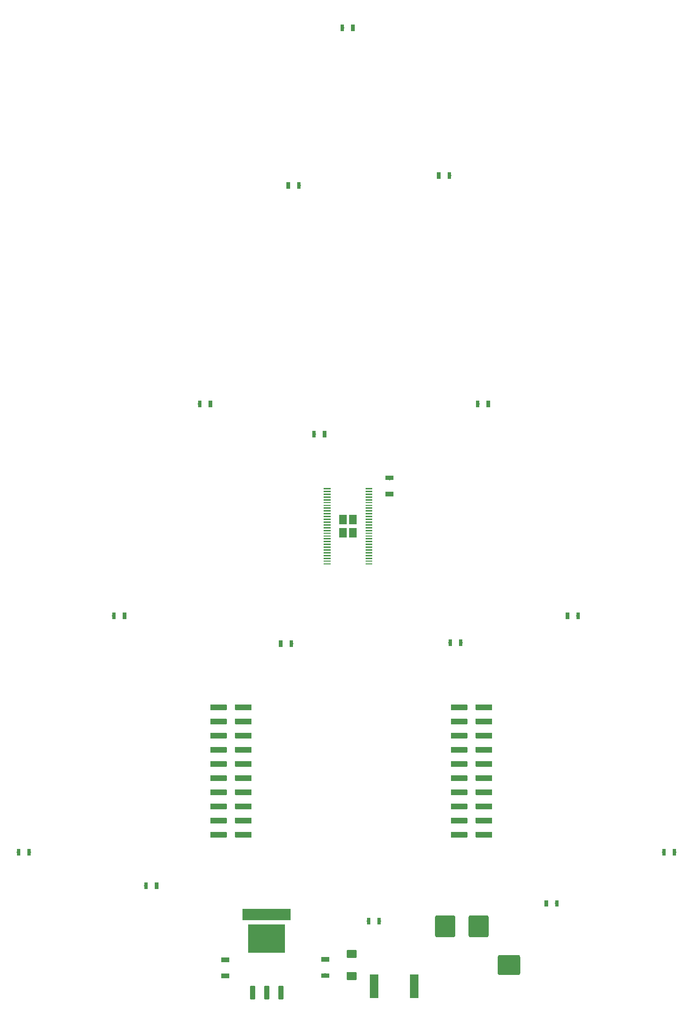
<source format=gbr>
%TF.GenerationSoftware,KiCad,Pcbnew,(2017-08-01 revision 9cbcb3224)-makepkg*%
%TF.CreationDate,2017-08-23T20:39:19-06:00*%
%TF.ProjectId,Christmas_Tree_Disco,4368726973746D61735F547265655F44,V1.0*%
%TF.SameCoordinates,Original*%
%TF.FileFunction,Paste,Top*%
%TF.FilePolarity,Positive*%
%FSLAX46Y46*%
G04 Gerber Fmt 4.6, Leading zero omitted, Abs format (unit mm)*
G04 Created by KiCad (PCBNEW (2017-08-01 revision 9cbcb3224)-makepkg) date 08/23/17 20:39:19*
%MOMM*%
%LPD*%
G01*
G04 APERTURE LIST*
%ADD10C,0.100000*%
%ADD11C,1.016000*%
%ADD12C,0.630000*%
%ADD13C,0.810000*%
%ADD14C,0.240000*%
%ADD15R,1.317650X1.715500*%
%ADD16R,8.737600X2.032000*%
%ADD17R,6.664960X5.080000*%
%ADD18C,0.853440*%
%ADD19C,1.440000*%
%ADD20C,1.600000*%
%ADD21C,3.600000*%
G04 APERTURE END LIST*
D10*
%TO.C,U1*%
G36*
X134320359Y-158992489D02*
X134330221Y-158993952D01*
X134339893Y-158996375D01*
X134349281Y-158999734D01*
X134358294Y-159003997D01*
X134366846Y-159009123D01*
X134374854Y-159015062D01*
X134382242Y-159021758D01*
X134388938Y-159029146D01*
X134394877Y-159037154D01*
X134400003Y-159045706D01*
X134404266Y-159054719D01*
X134407625Y-159064107D01*
X134410048Y-159073779D01*
X134411511Y-159083641D01*
X134412000Y-159093600D01*
X134412000Y-159906400D01*
X134411511Y-159916359D01*
X134410048Y-159926221D01*
X134407625Y-159935893D01*
X134404266Y-159945281D01*
X134400003Y-159954294D01*
X134394877Y-159962846D01*
X134388938Y-159970854D01*
X134382242Y-159978242D01*
X134374854Y-159984938D01*
X134366846Y-159990877D01*
X134358294Y-159996003D01*
X134349281Y-160000266D01*
X134339893Y-160003625D01*
X134330221Y-160006048D01*
X134320359Y-160007511D01*
X134310400Y-160008000D01*
X131569600Y-160008000D01*
X131559641Y-160007511D01*
X131549779Y-160006048D01*
X131540107Y-160003625D01*
X131530719Y-160000266D01*
X131521706Y-159996003D01*
X131513154Y-159990877D01*
X131505146Y-159984938D01*
X131497758Y-159978242D01*
X131491062Y-159970854D01*
X131485123Y-159962846D01*
X131479997Y-159954294D01*
X131475734Y-159945281D01*
X131472375Y-159935893D01*
X131469952Y-159926221D01*
X131468489Y-159916359D01*
X131468000Y-159906400D01*
X131468000Y-159093600D01*
X131468489Y-159083641D01*
X131469952Y-159073779D01*
X131472375Y-159064107D01*
X131475734Y-159054719D01*
X131479997Y-159045706D01*
X131485123Y-159037154D01*
X131491062Y-159029146D01*
X131497758Y-159021758D01*
X131505146Y-159015062D01*
X131513154Y-159009123D01*
X131521706Y-159003997D01*
X131530719Y-158999734D01*
X131540107Y-158996375D01*
X131549779Y-158993952D01*
X131559641Y-158992489D01*
X131569600Y-158992000D01*
X134310400Y-158992000D01*
X134320359Y-158992489D01*
X134320359Y-158992489D01*
G37*
D11*
X132940000Y-159500000D03*
D10*
G36*
X134320359Y-161532489D02*
X134330221Y-161533952D01*
X134339893Y-161536375D01*
X134349281Y-161539734D01*
X134358294Y-161543997D01*
X134366846Y-161549123D01*
X134374854Y-161555062D01*
X134382242Y-161561758D01*
X134388938Y-161569146D01*
X134394877Y-161577154D01*
X134400003Y-161585706D01*
X134404266Y-161594719D01*
X134407625Y-161604107D01*
X134410048Y-161613779D01*
X134411511Y-161623641D01*
X134412000Y-161633600D01*
X134412000Y-162446400D01*
X134411511Y-162456359D01*
X134410048Y-162466221D01*
X134407625Y-162475893D01*
X134404266Y-162485281D01*
X134400003Y-162494294D01*
X134394877Y-162502846D01*
X134388938Y-162510854D01*
X134382242Y-162518242D01*
X134374854Y-162524938D01*
X134366846Y-162530877D01*
X134358294Y-162536003D01*
X134349281Y-162540266D01*
X134339893Y-162543625D01*
X134330221Y-162546048D01*
X134320359Y-162547511D01*
X134310400Y-162548000D01*
X131569600Y-162548000D01*
X131559641Y-162547511D01*
X131549779Y-162546048D01*
X131540107Y-162543625D01*
X131530719Y-162540266D01*
X131521706Y-162536003D01*
X131513154Y-162530877D01*
X131505146Y-162524938D01*
X131497758Y-162518242D01*
X131491062Y-162510854D01*
X131485123Y-162502846D01*
X131479997Y-162494294D01*
X131475734Y-162485281D01*
X131472375Y-162475893D01*
X131469952Y-162466221D01*
X131468489Y-162456359D01*
X131468000Y-162446400D01*
X131468000Y-161633600D01*
X131468489Y-161623641D01*
X131469952Y-161613779D01*
X131472375Y-161604107D01*
X131475734Y-161594719D01*
X131479997Y-161585706D01*
X131485123Y-161577154D01*
X131491062Y-161569146D01*
X131497758Y-161561758D01*
X131505146Y-161555062D01*
X131513154Y-161549123D01*
X131521706Y-161543997D01*
X131530719Y-161539734D01*
X131540107Y-161536375D01*
X131549779Y-161533952D01*
X131559641Y-161532489D01*
X131569600Y-161532000D01*
X134310400Y-161532000D01*
X134320359Y-161532489D01*
X134320359Y-161532489D01*
G37*
D11*
X132940000Y-162040000D03*
D10*
G36*
X134320359Y-164072489D02*
X134330221Y-164073952D01*
X134339893Y-164076375D01*
X134349281Y-164079734D01*
X134358294Y-164083997D01*
X134366846Y-164089123D01*
X134374854Y-164095062D01*
X134382242Y-164101758D01*
X134388938Y-164109146D01*
X134394877Y-164117154D01*
X134400003Y-164125706D01*
X134404266Y-164134719D01*
X134407625Y-164144107D01*
X134410048Y-164153779D01*
X134411511Y-164163641D01*
X134412000Y-164173600D01*
X134412000Y-164986400D01*
X134411511Y-164996359D01*
X134410048Y-165006221D01*
X134407625Y-165015893D01*
X134404266Y-165025281D01*
X134400003Y-165034294D01*
X134394877Y-165042846D01*
X134388938Y-165050854D01*
X134382242Y-165058242D01*
X134374854Y-165064938D01*
X134366846Y-165070877D01*
X134358294Y-165076003D01*
X134349281Y-165080266D01*
X134339893Y-165083625D01*
X134330221Y-165086048D01*
X134320359Y-165087511D01*
X134310400Y-165088000D01*
X131569600Y-165088000D01*
X131559641Y-165087511D01*
X131549779Y-165086048D01*
X131540107Y-165083625D01*
X131530719Y-165080266D01*
X131521706Y-165076003D01*
X131513154Y-165070877D01*
X131505146Y-165064938D01*
X131497758Y-165058242D01*
X131491062Y-165050854D01*
X131485123Y-165042846D01*
X131479997Y-165034294D01*
X131475734Y-165025281D01*
X131472375Y-165015893D01*
X131469952Y-165006221D01*
X131468489Y-164996359D01*
X131468000Y-164986400D01*
X131468000Y-164173600D01*
X131468489Y-164163641D01*
X131469952Y-164153779D01*
X131472375Y-164144107D01*
X131475734Y-164134719D01*
X131479997Y-164125706D01*
X131485123Y-164117154D01*
X131491062Y-164109146D01*
X131497758Y-164101758D01*
X131505146Y-164095062D01*
X131513154Y-164089123D01*
X131521706Y-164083997D01*
X131530719Y-164079734D01*
X131540107Y-164076375D01*
X131549779Y-164073952D01*
X131559641Y-164072489D01*
X131569600Y-164072000D01*
X134310400Y-164072000D01*
X134320359Y-164072489D01*
X134320359Y-164072489D01*
G37*
D11*
X132940000Y-164580000D03*
D10*
G36*
X134320359Y-166612489D02*
X134330221Y-166613952D01*
X134339893Y-166616375D01*
X134349281Y-166619734D01*
X134358294Y-166623997D01*
X134366846Y-166629123D01*
X134374854Y-166635062D01*
X134382242Y-166641758D01*
X134388938Y-166649146D01*
X134394877Y-166657154D01*
X134400003Y-166665706D01*
X134404266Y-166674719D01*
X134407625Y-166684107D01*
X134410048Y-166693779D01*
X134411511Y-166703641D01*
X134412000Y-166713600D01*
X134412000Y-167526400D01*
X134411511Y-167536359D01*
X134410048Y-167546221D01*
X134407625Y-167555893D01*
X134404266Y-167565281D01*
X134400003Y-167574294D01*
X134394877Y-167582846D01*
X134388938Y-167590854D01*
X134382242Y-167598242D01*
X134374854Y-167604938D01*
X134366846Y-167610877D01*
X134358294Y-167616003D01*
X134349281Y-167620266D01*
X134339893Y-167623625D01*
X134330221Y-167626048D01*
X134320359Y-167627511D01*
X134310400Y-167628000D01*
X131569600Y-167628000D01*
X131559641Y-167627511D01*
X131549779Y-167626048D01*
X131540107Y-167623625D01*
X131530719Y-167620266D01*
X131521706Y-167616003D01*
X131513154Y-167610877D01*
X131505146Y-167604938D01*
X131497758Y-167598242D01*
X131491062Y-167590854D01*
X131485123Y-167582846D01*
X131479997Y-167574294D01*
X131475734Y-167565281D01*
X131472375Y-167555893D01*
X131469952Y-167546221D01*
X131468489Y-167536359D01*
X131468000Y-167526400D01*
X131468000Y-166713600D01*
X131468489Y-166703641D01*
X131469952Y-166693779D01*
X131472375Y-166684107D01*
X131475734Y-166674719D01*
X131479997Y-166665706D01*
X131485123Y-166657154D01*
X131491062Y-166649146D01*
X131497758Y-166641758D01*
X131505146Y-166635062D01*
X131513154Y-166629123D01*
X131521706Y-166623997D01*
X131530719Y-166619734D01*
X131540107Y-166616375D01*
X131549779Y-166613952D01*
X131559641Y-166612489D01*
X131569600Y-166612000D01*
X134310400Y-166612000D01*
X134320359Y-166612489D01*
X134320359Y-166612489D01*
G37*
D11*
X132940000Y-167120000D03*
D10*
G36*
X134320359Y-169152489D02*
X134330221Y-169153952D01*
X134339893Y-169156375D01*
X134349281Y-169159734D01*
X134358294Y-169163997D01*
X134366846Y-169169123D01*
X134374854Y-169175062D01*
X134382242Y-169181758D01*
X134388938Y-169189146D01*
X134394877Y-169197154D01*
X134400003Y-169205706D01*
X134404266Y-169214719D01*
X134407625Y-169224107D01*
X134410048Y-169233779D01*
X134411511Y-169243641D01*
X134412000Y-169253600D01*
X134412000Y-170066400D01*
X134411511Y-170076359D01*
X134410048Y-170086221D01*
X134407625Y-170095893D01*
X134404266Y-170105281D01*
X134400003Y-170114294D01*
X134394877Y-170122846D01*
X134388938Y-170130854D01*
X134382242Y-170138242D01*
X134374854Y-170144938D01*
X134366846Y-170150877D01*
X134358294Y-170156003D01*
X134349281Y-170160266D01*
X134339893Y-170163625D01*
X134330221Y-170166048D01*
X134320359Y-170167511D01*
X134310400Y-170168000D01*
X131569600Y-170168000D01*
X131559641Y-170167511D01*
X131549779Y-170166048D01*
X131540107Y-170163625D01*
X131530719Y-170160266D01*
X131521706Y-170156003D01*
X131513154Y-170150877D01*
X131505146Y-170144938D01*
X131497758Y-170138242D01*
X131491062Y-170130854D01*
X131485123Y-170122846D01*
X131479997Y-170114294D01*
X131475734Y-170105281D01*
X131472375Y-170095893D01*
X131469952Y-170086221D01*
X131468489Y-170076359D01*
X131468000Y-170066400D01*
X131468000Y-169253600D01*
X131468489Y-169243641D01*
X131469952Y-169233779D01*
X131472375Y-169224107D01*
X131475734Y-169214719D01*
X131479997Y-169205706D01*
X131485123Y-169197154D01*
X131491062Y-169189146D01*
X131497758Y-169181758D01*
X131505146Y-169175062D01*
X131513154Y-169169123D01*
X131521706Y-169163997D01*
X131530719Y-169159734D01*
X131540107Y-169156375D01*
X131549779Y-169153952D01*
X131559641Y-169152489D01*
X131569600Y-169152000D01*
X134310400Y-169152000D01*
X134320359Y-169152489D01*
X134320359Y-169152489D01*
G37*
D11*
X132940000Y-169660000D03*
D10*
G36*
X134320359Y-171692489D02*
X134330221Y-171693952D01*
X134339893Y-171696375D01*
X134349281Y-171699734D01*
X134358294Y-171703997D01*
X134366846Y-171709123D01*
X134374854Y-171715062D01*
X134382242Y-171721758D01*
X134388938Y-171729146D01*
X134394877Y-171737154D01*
X134400003Y-171745706D01*
X134404266Y-171754719D01*
X134407625Y-171764107D01*
X134410048Y-171773779D01*
X134411511Y-171783641D01*
X134412000Y-171793600D01*
X134412000Y-172606400D01*
X134411511Y-172616359D01*
X134410048Y-172626221D01*
X134407625Y-172635893D01*
X134404266Y-172645281D01*
X134400003Y-172654294D01*
X134394877Y-172662846D01*
X134388938Y-172670854D01*
X134382242Y-172678242D01*
X134374854Y-172684938D01*
X134366846Y-172690877D01*
X134358294Y-172696003D01*
X134349281Y-172700266D01*
X134339893Y-172703625D01*
X134330221Y-172706048D01*
X134320359Y-172707511D01*
X134310400Y-172708000D01*
X131569600Y-172708000D01*
X131559641Y-172707511D01*
X131549779Y-172706048D01*
X131540107Y-172703625D01*
X131530719Y-172700266D01*
X131521706Y-172696003D01*
X131513154Y-172690877D01*
X131505146Y-172684938D01*
X131497758Y-172678242D01*
X131491062Y-172670854D01*
X131485123Y-172662846D01*
X131479997Y-172654294D01*
X131475734Y-172645281D01*
X131472375Y-172635893D01*
X131469952Y-172626221D01*
X131468489Y-172616359D01*
X131468000Y-172606400D01*
X131468000Y-171793600D01*
X131468489Y-171783641D01*
X131469952Y-171773779D01*
X131472375Y-171764107D01*
X131475734Y-171754719D01*
X131479997Y-171745706D01*
X131485123Y-171737154D01*
X131491062Y-171729146D01*
X131497758Y-171721758D01*
X131505146Y-171715062D01*
X131513154Y-171709123D01*
X131521706Y-171703997D01*
X131530719Y-171699734D01*
X131540107Y-171696375D01*
X131549779Y-171693952D01*
X131559641Y-171692489D01*
X131569600Y-171692000D01*
X134310400Y-171692000D01*
X134320359Y-171692489D01*
X134320359Y-171692489D01*
G37*
D11*
X132940000Y-172200000D03*
D10*
G36*
X134320359Y-174232489D02*
X134330221Y-174233952D01*
X134339893Y-174236375D01*
X134349281Y-174239734D01*
X134358294Y-174243997D01*
X134366846Y-174249123D01*
X134374854Y-174255062D01*
X134382242Y-174261758D01*
X134388938Y-174269146D01*
X134394877Y-174277154D01*
X134400003Y-174285706D01*
X134404266Y-174294719D01*
X134407625Y-174304107D01*
X134410048Y-174313779D01*
X134411511Y-174323641D01*
X134412000Y-174333600D01*
X134412000Y-175146400D01*
X134411511Y-175156359D01*
X134410048Y-175166221D01*
X134407625Y-175175893D01*
X134404266Y-175185281D01*
X134400003Y-175194294D01*
X134394877Y-175202846D01*
X134388938Y-175210854D01*
X134382242Y-175218242D01*
X134374854Y-175224938D01*
X134366846Y-175230877D01*
X134358294Y-175236003D01*
X134349281Y-175240266D01*
X134339893Y-175243625D01*
X134330221Y-175246048D01*
X134320359Y-175247511D01*
X134310400Y-175248000D01*
X131569600Y-175248000D01*
X131559641Y-175247511D01*
X131549779Y-175246048D01*
X131540107Y-175243625D01*
X131530719Y-175240266D01*
X131521706Y-175236003D01*
X131513154Y-175230877D01*
X131505146Y-175224938D01*
X131497758Y-175218242D01*
X131491062Y-175210854D01*
X131485123Y-175202846D01*
X131479997Y-175194294D01*
X131475734Y-175185281D01*
X131472375Y-175175893D01*
X131469952Y-175166221D01*
X131468489Y-175156359D01*
X131468000Y-175146400D01*
X131468000Y-174333600D01*
X131468489Y-174323641D01*
X131469952Y-174313779D01*
X131472375Y-174304107D01*
X131475734Y-174294719D01*
X131479997Y-174285706D01*
X131485123Y-174277154D01*
X131491062Y-174269146D01*
X131497758Y-174261758D01*
X131505146Y-174255062D01*
X131513154Y-174249123D01*
X131521706Y-174243997D01*
X131530719Y-174239734D01*
X131540107Y-174236375D01*
X131549779Y-174233952D01*
X131559641Y-174232489D01*
X131569600Y-174232000D01*
X134310400Y-174232000D01*
X134320359Y-174232489D01*
X134320359Y-174232489D01*
G37*
D11*
X132940000Y-174740000D03*
D10*
G36*
X134320359Y-176772489D02*
X134330221Y-176773952D01*
X134339893Y-176776375D01*
X134349281Y-176779734D01*
X134358294Y-176783997D01*
X134366846Y-176789123D01*
X134374854Y-176795062D01*
X134382242Y-176801758D01*
X134388938Y-176809146D01*
X134394877Y-176817154D01*
X134400003Y-176825706D01*
X134404266Y-176834719D01*
X134407625Y-176844107D01*
X134410048Y-176853779D01*
X134411511Y-176863641D01*
X134412000Y-176873600D01*
X134412000Y-177686400D01*
X134411511Y-177696359D01*
X134410048Y-177706221D01*
X134407625Y-177715893D01*
X134404266Y-177725281D01*
X134400003Y-177734294D01*
X134394877Y-177742846D01*
X134388938Y-177750854D01*
X134382242Y-177758242D01*
X134374854Y-177764938D01*
X134366846Y-177770877D01*
X134358294Y-177776003D01*
X134349281Y-177780266D01*
X134339893Y-177783625D01*
X134330221Y-177786048D01*
X134320359Y-177787511D01*
X134310400Y-177788000D01*
X131569600Y-177788000D01*
X131559641Y-177787511D01*
X131549779Y-177786048D01*
X131540107Y-177783625D01*
X131530719Y-177780266D01*
X131521706Y-177776003D01*
X131513154Y-177770877D01*
X131505146Y-177764938D01*
X131497758Y-177758242D01*
X131491062Y-177750854D01*
X131485123Y-177742846D01*
X131479997Y-177734294D01*
X131475734Y-177725281D01*
X131472375Y-177715893D01*
X131469952Y-177706221D01*
X131468489Y-177696359D01*
X131468000Y-177686400D01*
X131468000Y-176873600D01*
X131468489Y-176863641D01*
X131469952Y-176853779D01*
X131472375Y-176844107D01*
X131475734Y-176834719D01*
X131479997Y-176825706D01*
X131485123Y-176817154D01*
X131491062Y-176809146D01*
X131497758Y-176801758D01*
X131505146Y-176795062D01*
X131513154Y-176789123D01*
X131521706Y-176783997D01*
X131530719Y-176779734D01*
X131540107Y-176776375D01*
X131549779Y-176773952D01*
X131559641Y-176772489D01*
X131569600Y-176772000D01*
X134310400Y-176772000D01*
X134320359Y-176772489D01*
X134320359Y-176772489D01*
G37*
D11*
X132940000Y-177280000D03*
D10*
G36*
X134320359Y-179312489D02*
X134330221Y-179313952D01*
X134339893Y-179316375D01*
X134349281Y-179319734D01*
X134358294Y-179323997D01*
X134366846Y-179329123D01*
X134374854Y-179335062D01*
X134382242Y-179341758D01*
X134388938Y-179349146D01*
X134394877Y-179357154D01*
X134400003Y-179365706D01*
X134404266Y-179374719D01*
X134407625Y-179384107D01*
X134410048Y-179393779D01*
X134411511Y-179403641D01*
X134412000Y-179413600D01*
X134412000Y-180226400D01*
X134411511Y-180236359D01*
X134410048Y-180246221D01*
X134407625Y-180255893D01*
X134404266Y-180265281D01*
X134400003Y-180274294D01*
X134394877Y-180282846D01*
X134388938Y-180290854D01*
X134382242Y-180298242D01*
X134374854Y-180304938D01*
X134366846Y-180310877D01*
X134358294Y-180316003D01*
X134349281Y-180320266D01*
X134339893Y-180323625D01*
X134330221Y-180326048D01*
X134320359Y-180327511D01*
X134310400Y-180328000D01*
X131569600Y-180328000D01*
X131559641Y-180327511D01*
X131549779Y-180326048D01*
X131540107Y-180323625D01*
X131530719Y-180320266D01*
X131521706Y-180316003D01*
X131513154Y-180310877D01*
X131505146Y-180304938D01*
X131497758Y-180298242D01*
X131491062Y-180290854D01*
X131485123Y-180282846D01*
X131479997Y-180274294D01*
X131475734Y-180265281D01*
X131472375Y-180255893D01*
X131469952Y-180246221D01*
X131468489Y-180236359D01*
X131468000Y-180226400D01*
X131468000Y-179413600D01*
X131468489Y-179403641D01*
X131469952Y-179393779D01*
X131472375Y-179384107D01*
X131475734Y-179374719D01*
X131479997Y-179365706D01*
X131485123Y-179357154D01*
X131491062Y-179349146D01*
X131497758Y-179341758D01*
X131505146Y-179335062D01*
X131513154Y-179329123D01*
X131521706Y-179323997D01*
X131530719Y-179319734D01*
X131540107Y-179316375D01*
X131549779Y-179313952D01*
X131559641Y-179312489D01*
X131569600Y-179312000D01*
X134310400Y-179312000D01*
X134320359Y-179312489D01*
X134320359Y-179312489D01*
G37*
D11*
X132940000Y-179820000D03*
D10*
G36*
X134320359Y-181852489D02*
X134330221Y-181853952D01*
X134339893Y-181856375D01*
X134349281Y-181859734D01*
X134358294Y-181863997D01*
X134366846Y-181869123D01*
X134374854Y-181875062D01*
X134382242Y-181881758D01*
X134388938Y-181889146D01*
X134394877Y-181897154D01*
X134400003Y-181905706D01*
X134404266Y-181914719D01*
X134407625Y-181924107D01*
X134410048Y-181933779D01*
X134411511Y-181943641D01*
X134412000Y-181953600D01*
X134412000Y-182766400D01*
X134411511Y-182776359D01*
X134410048Y-182786221D01*
X134407625Y-182795893D01*
X134404266Y-182805281D01*
X134400003Y-182814294D01*
X134394877Y-182822846D01*
X134388938Y-182830854D01*
X134382242Y-182838242D01*
X134374854Y-182844938D01*
X134366846Y-182850877D01*
X134358294Y-182856003D01*
X134349281Y-182860266D01*
X134339893Y-182863625D01*
X134330221Y-182866048D01*
X134320359Y-182867511D01*
X134310400Y-182868000D01*
X131569600Y-182868000D01*
X131559641Y-182867511D01*
X131549779Y-182866048D01*
X131540107Y-182863625D01*
X131530719Y-182860266D01*
X131521706Y-182856003D01*
X131513154Y-182850877D01*
X131505146Y-182844938D01*
X131497758Y-182838242D01*
X131491062Y-182830854D01*
X131485123Y-182822846D01*
X131479997Y-182814294D01*
X131475734Y-182805281D01*
X131472375Y-182795893D01*
X131469952Y-182786221D01*
X131468489Y-182776359D01*
X131468000Y-182766400D01*
X131468000Y-181953600D01*
X131468489Y-181943641D01*
X131469952Y-181933779D01*
X131472375Y-181924107D01*
X131475734Y-181914719D01*
X131479997Y-181905706D01*
X131485123Y-181897154D01*
X131491062Y-181889146D01*
X131497758Y-181881758D01*
X131505146Y-181875062D01*
X131513154Y-181869123D01*
X131521706Y-181863997D01*
X131530719Y-181859734D01*
X131540107Y-181856375D01*
X131549779Y-181853952D01*
X131559641Y-181852489D01*
X131569600Y-181852000D01*
X134310400Y-181852000D01*
X134320359Y-181852489D01*
X134320359Y-181852489D01*
G37*
D11*
X132940000Y-182360000D03*
D10*
G36*
X129880359Y-181852489D02*
X129890221Y-181853952D01*
X129899893Y-181856375D01*
X129909281Y-181859734D01*
X129918294Y-181863997D01*
X129926846Y-181869123D01*
X129934854Y-181875062D01*
X129942242Y-181881758D01*
X129948938Y-181889146D01*
X129954877Y-181897154D01*
X129960003Y-181905706D01*
X129964266Y-181914719D01*
X129967625Y-181924107D01*
X129970048Y-181933779D01*
X129971511Y-181943641D01*
X129972000Y-181953600D01*
X129972000Y-182766400D01*
X129971511Y-182776359D01*
X129970048Y-182786221D01*
X129967625Y-182795893D01*
X129964266Y-182805281D01*
X129960003Y-182814294D01*
X129954877Y-182822846D01*
X129948938Y-182830854D01*
X129942242Y-182838242D01*
X129934854Y-182844938D01*
X129926846Y-182850877D01*
X129918294Y-182856003D01*
X129909281Y-182860266D01*
X129899893Y-182863625D01*
X129890221Y-182866048D01*
X129880359Y-182867511D01*
X129870400Y-182868000D01*
X127129600Y-182868000D01*
X127119641Y-182867511D01*
X127109779Y-182866048D01*
X127100107Y-182863625D01*
X127090719Y-182860266D01*
X127081706Y-182856003D01*
X127073154Y-182850877D01*
X127065146Y-182844938D01*
X127057758Y-182838242D01*
X127051062Y-182830854D01*
X127045123Y-182822846D01*
X127039997Y-182814294D01*
X127035734Y-182805281D01*
X127032375Y-182795893D01*
X127029952Y-182786221D01*
X127028489Y-182776359D01*
X127028000Y-182766400D01*
X127028000Y-181953600D01*
X127028489Y-181943641D01*
X127029952Y-181933779D01*
X127032375Y-181924107D01*
X127035734Y-181914719D01*
X127039997Y-181905706D01*
X127045123Y-181897154D01*
X127051062Y-181889146D01*
X127057758Y-181881758D01*
X127065146Y-181875062D01*
X127073154Y-181869123D01*
X127081706Y-181863997D01*
X127090719Y-181859734D01*
X127100107Y-181856375D01*
X127109779Y-181853952D01*
X127119641Y-181852489D01*
X127129600Y-181852000D01*
X129870400Y-181852000D01*
X129880359Y-181852489D01*
X129880359Y-181852489D01*
G37*
D11*
X128500000Y-182360000D03*
D10*
G36*
X129880359Y-179312489D02*
X129890221Y-179313952D01*
X129899893Y-179316375D01*
X129909281Y-179319734D01*
X129918294Y-179323997D01*
X129926846Y-179329123D01*
X129934854Y-179335062D01*
X129942242Y-179341758D01*
X129948938Y-179349146D01*
X129954877Y-179357154D01*
X129960003Y-179365706D01*
X129964266Y-179374719D01*
X129967625Y-179384107D01*
X129970048Y-179393779D01*
X129971511Y-179403641D01*
X129972000Y-179413600D01*
X129972000Y-180226400D01*
X129971511Y-180236359D01*
X129970048Y-180246221D01*
X129967625Y-180255893D01*
X129964266Y-180265281D01*
X129960003Y-180274294D01*
X129954877Y-180282846D01*
X129948938Y-180290854D01*
X129942242Y-180298242D01*
X129934854Y-180304938D01*
X129926846Y-180310877D01*
X129918294Y-180316003D01*
X129909281Y-180320266D01*
X129899893Y-180323625D01*
X129890221Y-180326048D01*
X129880359Y-180327511D01*
X129870400Y-180328000D01*
X127129600Y-180328000D01*
X127119641Y-180327511D01*
X127109779Y-180326048D01*
X127100107Y-180323625D01*
X127090719Y-180320266D01*
X127081706Y-180316003D01*
X127073154Y-180310877D01*
X127065146Y-180304938D01*
X127057758Y-180298242D01*
X127051062Y-180290854D01*
X127045123Y-180282846D01*
X127039997Y-180274294D01*
X127035734Y-180265281D01*
X127032375Y-180255893D01*
X127029952Y-180246221D01*
X127028489Y-180236359D01*
X127028000Y-180226400D01*
X127028000Y-179413600D01*
X127028489Y-179403641D01*
X127029952Y-179393779D01*
X127032375Y-179384107D01*
X127035734Y-179374719D01*
X127039997Y-179365706D01*
X127045123Y-179357154D01*
X127051062Y-179349146D01*
X127057758Y-179341758D01*
X127065146Y-179335062D01*
X127073154Y-179329123D01*
X127081706Y-179323997D01*
X127090719Y-179319734D01*
X127100107Y-179316375D01*
X127109779Y-179313952D01*
X127119641Y-179312489D01*
X127129600Y-179312000D01*
X129870400Y-179312000D01*
X129880359Y-179312489D01*
X129880359Y-179312489D01*
G37*
D11*
X128500000Y-179820000D03*
D10*
G36*
X129880359Y-176772489D02*
X129890221Y-176773952D01*
X129899893Y-176776375D01*
X129909281Y-176779734D01*
X129918294Y-176783997D01*
X129926846Y-176789123D01*
X129934854Y-176795062D01*
X129942242Y-176801758D01*
X129948938Y-176809146D01*
X129954877Y-176817154D01*
X129960003Y-176825706D01*
X129964266Y-176834719D01*
X129967625Y-176844107D01*
X129970048Y-176853779D01*
X129971511Y-176863641D01*
X129972000Y-176873600D01*
X129972000Y-177686400D01*
X129971511Y-177696359D01*
X129970048Y-177706221D01*
X129967625Y-177715893D01*
X129964266Y-177725281D01*
X129960003Y-177734294D01*
X129954877Y-177742846D01*
X129948938Y-177750854D01*
X129942242Y-177758242D01*
X129934854Y-177764938D01*
X129926846Y-177770877D01*
X129918294Y-177776003D01*
X129909281Y-177780266D01*
X129899893Y-177783625D01*
X129890221Y-177786048D01*
X129880359Y-177787511D01*
X129870400Y-177788000D01*
X127129600Y-177788000D01*
X127119641Y-177787511D01*
X127109779Y-177786048D01*
X127100107Y-177783625D01*
X127090719Y-177780266D01*
X127081706Y-177776003D01*
X127073154Y-177770877D01*
X127065146Y-177764938D01*
X127057758Y-177758242D01*
X127051062Y-177750854D01*
X127045123Y-177742846D01*
X127039997Y-177734294D01*
X127035734Y-177725281D01*
X127032375Y-177715893D01*
X127029952Y-177706221D01*
X127028489Y-177696359D01*
X127028000Y-177686400D01*
X127028000Y-176873600D01*
X127028489Y-176863641D01*
X127029952Y-176853779D01*
X127032375Y-176844107D01*
X127035734Y-176834719D01*
X127039997Y-176825706D01*
X127045123Y-176817154D01*
X127051062Y-176809146D01*
X127057758Y-176801758D01*
X127065146Y-176795062D01*
X127073154Y-176789123D01*
X127081706Y-176783997D01*
X127090719Y-176779734D01*
X127100107Y-176776375D01*
X127109779Y-176773952D01*
X127119641Y-176772489D01*
X127129600Y-176772000D01*
X129870400Y-176772000D01*
X129880359Y-176772489D01*
X129880359Y-176772489D01*
G37*
D11*
X128500000Y-177280000D03*
D10*
G36*
X129880359Y-174232489D02*
X129890221Y-174233952D01*
X129899893Y-174236375D01*
X129909281Y-174239734D01*
X129918294Y-174243997D01*
X129926846Y-174249123D01*
X129934854Y-174255062D01*
X129942242Y-174261758D01*
X129948938Y-174269146D01*
X129954877Y-174277154D01*
X129960003Y-174285706D01*
X129964266Y-174294719D01*
X129967625Y-174304107D01*
X129970048Y-174313779D01*
X129971511Y-174323641D01*
X129972000Y-174333600D01*
X129972000Y-175146400D01*
X129971511Y-175156359D01*
X129970048Y-175166221D01*
X129967625Y-175175893D01*
X129964266Y-175185281D01*
X129960003Y-175194294D01*
X129954877Y-175202846D01*
X129948938Y-175210854D01*
X129942242Y-175218242D01*
X129934854Y-175224938D01*
X129926846Y-175230877D01*
X129918294Y-175236003D01*
X129909281Y-175240266D01*
X129899893Y-175243625D01*
X129890221Y-175246048D01*
X129880359Y-175247511D01*
X129870400Y-175248000D01*
X127129600Y-175248000D01*
X127119641Y-175247511D01*
X127109779Y-175246048D01*
X127100107Y-175243625D01*
X127090719Y-175240266D01*
X127081706Y-175236003D01*
X127073154Y-175230877D01*
X127065146Y-175224938D01*
X127057758Y-175218242D01*
X127051062Y-175210854D01*
X127045123Y-175202846D01*
X127039997Y-175194294D01*
X127035734Y-175185281D01*
X127032375Y-175175893D01*
X127029952Y-175166221D01*
X127028489Y-175156359D01*
X127028000Y-175146400D01*
X127028000Y-174333600D01*
X127028489Y-174323641D01*
X127029952Y-174313779D01*
X127032375Y-174304107D01*
X127035734Y-174294719D01*
X127039997Y-174285706D01*
X127045123Y-174277154D01*
X127051062Y-174269146D01*
X127057758Y-174261758D01*
X127065146Y-174255062D01*
X127073154Y-174249123D01*
X127081706Y-174243997D01*
X127090719Y-174239734D01*
X127100107Y-174236375D01*
X127109779Y-174233952D01*
X127119641Y-174232489D01*
X127129600Y-174232000D01*
X129870400Y-174232000D01*
X129880359Y-174232489D01*
X129880359Y-174232489D01*
G37*
D11*
X128500000Y-174740000D03*
D10*
G36*
X129880359Y-171692489D02*
X129890221Y-171693952D01*
X129899893Y-171696375D01*
X129909281Y-171699734D01*
X129918294Y-171703997D01*
X129926846Y-171709123D01*
X129934854Y-171715062D01*
X129942242Y-171721758D01*
X129948938Y-171729146D01*
X129954877Y-171737154D01*
X129960003Y-171745706D01*
X129964266Y-171754719D01*
X129967625Y-171764107D01*
X129970048Y-171773779D01*
X129971511Y-171783641D01*
X129972000Y-171793600D01*
X129972000Y-172606400D01*
X129971511Y-172616359D01*
X129970048Y-172626221D01*
X129967625Y-172635893D01*
X129964266Y-172645281D01*
X129960003Y-172654294D01*
X129954877Y-172662846D01*
X129948938Y-172670854D01*
X129942242Y-172678242D01*
X129934854Y-172684938D01*
X129926846Y-172690877D01*
X129918294Y-172696003D01*
X129909281Y-172700266D01*
X129899893Y-172703625D01*
X129890221Y-172706048D01*
X129880359Y-172707511D01*
X129870400Y-172708000D01*
X127129600Y-172708000D01*
X127119641Y-172707511D01*
X127109779Y-172706048D01*
X127100107Y-172703625D01*
X127090719Y-172700266D01*
X127081706Y-172696003D01*
X127073154Y-172690877D01*
X127065146Y-172684938D01*
X127057758Y-172678242D01*
X127051062Y-172670854D01*
X127045123Y-172662846D01*
X127039997Y-172654294D01*
X127035734Y-172645281D01*
X127032375Y-172635893D01*
X127029952Y-172626221D01*
X127028489Y-172616359D01*
X127028000Y-172606400D01*
X127028000Y-171793600D01*
X127028489Y-171783641D01*
X127029952Y-171773779D01*
X127032375Y-171764107D01*
X127035734Y-171754719D01*
X127039997Y-171745706D01*
X127045123Y-171737154D01*
X127051062Y-171729146D01*
X127057758Y-171721758D01*
X127065146Y-171715062D01*
X127073154Y-171709123D01*
X127081706Y-171703997D01*
X127090719Y-171699734D01*
X127100107Y-171696375D01*
X127109779Y-171693952D01*
X127119641Y-171692489D01*
X127129600Y-171692000D01*
X129870400Y-171692000D01*
X129880359Y-171692489D01*
X129880359Y-171692489D01*
G37*
D11*
X128500000Y-172200000D03*
D10*
G36*
X129880359Y-169152489D02*
X129890221Y-169153952D01*
X129899893Y-169156375D01*
X129909281Y-169159734D01*
X129918294Y-169163997D01*
X129926846Y-169169123D01*
X129934854Y-169175062D01*
X129942242Y-169181758D01*
X129948938Y-169189146D01*
X129954877Y-169197154D01*
X129960003Y-169205706D01*
X129964266Y-169214719D01*
X129967625Y-169224107D01*
X129970048Y-169233779D01*
X129971511Y-169243641D01*
X129972000Y-169253600D01*
X129972000Y-170066400D01*
X129971511Y-170076359D01*
X129970048Y-170086221D01*
X129967625Y-170095893D01*
X129964266Y-170105281D01*
X129960003Y-170114294D01*
X129954877Y-170122846D01*
X129948938Y-170130854D01*
X129942242Y-170138242D01*
X129934854Y-170144938D01*
X129926846Y-170150877D01*
X129918294Y-170156003D01*
X129909281Y-170160266D01*
X129899893Y-170163625D01*
X129890221Y-170166048D01*
X129880359Y-170167511D01*
X129870400Y-170168000D01*
X127129600Y-170168000D01*
X127119641Y-170167511D01*
X127109779Y-170166048D01*
X127100107Y-170163625D01*
X127090719Y-170160266D01*
X127081706Y-170156003D01*
X127073154Y-170150877D01*
X127065146Y-170144938D01*
X127057758Y-170138242D01*
X127051062Y-170130854D01*
X127045123Y-170122846D01*
X127039997Y-170114294D01*
X127035734Y-170105281D01*
X127032375Y-170095893D01*
X127029952Y-170086221D01*
X127028489Y-170076359D01*
X127028000Y-170066400D01*
X127028000Y-169253600D01*
X127028489Y-169243641D01*
X127029952Y-169233779D01*
X127032375Y-169224107D01*
X127035734Y-169214719D01*
X127039997Y-169205706D01*
X127045123Y-169197154D01*
X127051062Y-169189146D01*
X127057758Y-169181758D01*
X127065146Y-169175062D01*
X127073154Y-169169123D01*
X127081706Y-169163997D01*
X127090719Y-169159734D01*
X127100107Y-169156375D01*
X127109779Y-169153952D01*
X127119641Y-169152489D01*
X127129600Y-169152000D01*
X129870400Y-169152000D01*
X129880359Y-169152489D01*
X129880359Y-169152489D01*
G37*
D11*
X128500000Y-169660000D03*
D10*
G36*
X129880359Y-166612489D02*
X129890221Y-166613952D01*
X129899893Y-166616375D01*
X129909281Y-166619734D01*
X129918294Y-166623997D01*
X129926846Y-166629123D01*
X129934854Y-166635062D01*
X129942242Y-166641758D01*
X129948938Y-166649146D01*
X129954877Y-166657154D01*
X129960003Y-166665706D01*
X129964266Y-166674719D01*
X129967625Y-166684107D01*
X129970048Y-166693779D01*
X129971511Y-166703641D01*
X129972000Y-166713600D01*
X129972000Y-167526400D01*
X129971511Y-167536359D01*
X129970048Y-167546221D01*
X129967625Y-167555893D01*
X129964266Y-167565281D01*
X129960003Y-167574294D01*
X129954877Y-167582846D01*
X129948938Y-167590854D01*
X129942242Y-167598242D01*
X129934854Y-167604938D01*
X129926846Y-167610877D01*
X129918294Y-167616003D01*
X129909281Y-167620266D01*
X129899893Y-167623625D01*
X129890221Y-167626048D01*
X129880359Y-167627511D01*
X129870400Y-167628000D01*
X127129600Y-167628000D01*
X127119641Y-167627511D01*
X127109779Y-167626048D01*
X127100107Y-167623625D01*
X127090719Y-167620266D01*
X127081706Y-167616003D01*
X127073154Y-167610877D01*
X127065146Y-167604938D01*
X127057758Y-167598242D01*
X127051062Y-167590854D01*
X127045123Y-167582846D01*
X127039997Y-167574294D01*
X127035734Y-167565281D01*
X127032375Y-167555893D01*
X127029952Y-167546221D01*
X127028489Y-167536359D01*
X127028000Y-167526400D01*
X127028000Y-166713600D01*
X127028489Y-166703641D01*
X127029952Y-166693779D01*
X127032375Y-166684107D01*
X127035734Y-166674719D01*
X127039997Y-166665706D01*
X127045123Y-166657154D01*
X127051062Y-166649146D01*
X127057758Y-166641758D01*
X127065146Y-166635062D01*
X127073154Y-166629123D01*
X127081706Y-166623997D01*
X127090719Y-166619734D01*
X127100107Y-166616375D01*
X127109779Y-166613952D01*
X127119641Y-166612489D01*
X127129600Y-166612000D01*
X129870400Y-166612000D01*
X129880359Y-166612489D01*
X129880359Y-166612489D01*
G37*
D11*
X128500000Y-167120000D03*
D10*
G36*
X129880359Y-164072489D02*
X129890221Y-164073952D01*
X129899893Y-164076375D01*
X129909281Y-164079734D01*
X129918294Y-164083997D01*
X129926846Y-164089123D01*
X129934854Y-164095062D01*
X129942242Y-164101758D01*
X129948938Y-164109146D01*
X129954877Y-164117154D01*
X129960003Y-164125706D01*
X129964266Y-164134719D01*
X129967625Y-164144107D01*
X129970048Y-164153779D01*
X129971511Y-164163641D01*
X129972000Y-164173600D01*
X129972000Y-164986400D01*
X129971511Y-164996359D01*
X129970048Y-165006221D01*
X129967625Y-165015893D01*
X129964266Y-165025281D01*
X129960003Y-165034294D01*
X129954877Y-165042846D01*
X129948938Y-165050854D01*
X129942242Y-165058242D01*
X129934854Y-165064938D01*
X129926846Y-165070877D01*
X129918294Y-165076003D01*
X129909281Y-165080266D01*
X129899893Y-165083625D01*
X129890221Y-165086048D01*
X129880359Y-165087511D01*
X129870400Y-165088000D01*
X127129600Y-165088000D01*
X127119641Y-165087511D01*
X127109779Y-165086048D01*
X127100107Y-165083625D01*
X127090719Y-165080266D01*
X127081706Y-165076003D01*
X127073154Y-165070877D01*
X127065146Y-165064938D01*
X127057758Y-165058242D01*
X127051062Y-165050854D01*
X127045123Y-165042846D01*
X127039997Y-165034294D01*
X127035734Y-165025281D01*
X127032375Y-165015893D01*
X127029952Y-165006221D01*
X127028489Y-164996359D01*
X127028000Y-164986400D01*
X127028000Y-164173600D01*
X127028489Y-164163641D01*
X127029952Y-164153779D01*
X127032375Y-164144107D01*
X127035734Y-164134719D01*
X127039997Y-164125706D01*
X127045123Y-164117154D01*
X127051062Y-164109146D01*
X127057758Y-164101758D01*
X127065146Y-164095062D01*
X127073154Y-164089123D01*
X127081706Y-164083997D01*
X127090719Y-164079734D01*
X127100107Y-164076375D01*
X127109779Y-164073952D01*
X127119641Y-164072489D01*
X127129600Y-164072000D01*
X129870400Y-164072000D01*
X129880359Y-164072489D01*
X129880359Y-164072489D01*
G37*
D11*
X128500000Y-164580000D03*
D10*
G36*
X129880359Y-161532489D02*
X129890221Y-161533952D01*
X129899893Y-161536375D01*
X129909281Y-161539734D01*
X129918294Y-161543997D01*
X129926846Y-161549123D01*
X129934854Y-161555062D01*
X129942242Y-161561758D01*
X129948938Y-161569146D01*
X129954877Y-161577154D01*
X129960003Y-161585706D01*
X129964266Y-161594719D01*
X129967625Y-161604107D01*
X129970048Y-161613779D01*
X129971511Y-161623641D01*
X129972000Y-161633600D01*
X129972000Y-162446400D01*
X129971511Y-162456359D01*
X129970048Y-162466221D01*
X129967625Y-162475893D01*
X129964266Y-162485281D01*
X129960003Y-162494294D01*
X129954877Y-162502846D01*
X129948938Y-162510854D01*
X129942242Y-162518242D01*
X129934854Y-162524938D01*
X129926846Y-162530877D01*
X129918294Y-162536003D01*
X129909281Y-162540266D01*
X129899893Y-162543625D01*
X129890221Y-162546048D01*
X129880359Y-162547511D01*
X129870400Y-162548000D01*
X127129600Y-162548000D01*
X127119641Y-162547511D01*
X127109779Y-162546048D01*
X127100107Y-162543625D01*
X127090719Y-162540266D01*
X127081706Y-162536003D01*
X127073154Y-162530877D01*
X127065146Y-162524938D01*
X127057758Y-162518242D01*
X127051062Y-162510854D01*
X127045123Y-162502846D01*
X127039997Y-162494294D01*
X127035734Y-162485281D01*
X127032375Y-162475893D01*
X127029952Y-162466221D01*
X127028489Y-162456359D01*
X127028000Y-162446400D01*
X127028000Y-161633600D01*
X127028489Y-161623641D01*
X127029952Y-161613779D01*
X127032375Y-161604107D01*
X127035734Y-161594719D01*
X127039997Y-161585706D01*
X127045123Y-161577154D01*
X127051062Y-161569146D01*
X127057758Y-161561758D01*
X127065146Y-161555062D01*
X127073154Y-161549123D01*
X127081706Y-161543997D01*
X127090719Y-161539734D01*
X127100107Y-161536375D01*
X127109779Y-161533952D01*
X127119641Y-161532489D01*
X127129600Y-161532000D01*
X129870400Y-161532000D01*
X129880359Y-161532489D01*
X129880359Y-161532489D01*
G37*
D11*
X128500000Y-162040000D03*
D10*
G36*
X91140359Y-158992489D02*
X91150221Y-158993952D01*
X91159893Y-158996375D01*
X91169281Y-158999734D01*
X91178294Y-159003997D01*
X91186846Y-159009123D01*
X91194854Y-159015062D01*
X91202242Y-159021758D01*
X91208938Y-159029146D01*
X91214877Y-159037154D01*
X91220003Y-159045706D01*
X91224266Y-159054719D01*
X91227625Y-159064107D01*
X91230048Y-159073779D01*
X91231511Y-159083641D01*
X91232000Y-159093600D01*
X91232000Y-159906400D01*
X91231511Y-159916359D01*
X91230048Y-159926221D01*
X91227625Y-159935893D01*
X91224266Y-159945281D01*
X91220003Y-159954294D01*
X91214877Y-159962846D01*
X91208938Y-159970854D01*
X91202242Y-159978242D01*
X91194854Y-159984938D01*
X91186846Y-159990877D01*
X91178294Y-159996003D01*
X91169281Y-160000266D01*
X91159893Y-160003625D01*
X91150221Y-160006048D01*
X91140359Y-160007511D01*
X91130400Y-160008000D01*
X88389600Y-160008000D01*
X88379641Y-160007511D01*
X88369779Y-160006048D01*
X88360107Y-160003625D01*
X88350719Y-160000266D01*
X88341706Y-159996003D01*
X88333154Y-159990877D01*
X88325146Y-159984938D01*
X88317758Y-159978242D01*
X88311062Y-159970854D01*
X88305123Y-159962846D01*
X88299997Y-159954294D01*
X88295734Y-159945281D01*
X88292375Y-159935893D01*
X88289952Y-159926221D01*
X88288489Y-159916359D01*
X88288000Y-159906400D01*
X88288000Y-159093600D01*
X88288489Y-159083641D01*
X88289952Y-159073779D01*
X88292375Y-159064107D01*
X88295734Y-159054719D01*
X88299997Y-159045706D01*
X88305123Y-159037154D01*
X88311062Y-159029146D01*
X88317758Y-159021758D01*
X88325146Y-159015062D01*
X88333154Y-159009123D01*
X88341706Y-159003997D01*
X88350719Y-158999734D01*
X88360107Y-158996375D01*
X88369779Y-158993952D01*
X88379641Y-158992489D01*
X88389600Y-158992000D01*
X91130400Y-158992000D01*
X91140359Y-158992489D01*
X91140359Y-158992489D01*
G37*
D11*
X89760000Y-159500000D03*
D10*
G36*
X91140359Y-161532489D02*
X91150221Y-161533952D01*
X91159893Y-161536375D01*
X91169281Y-161539734D01*
X91178294Y-161543997D01*
X91186846Y-161549123D01*
X91194854Y-161555062D01*
X91202242Y-161561758D01*
X91208938Y-161569146D01*
X91214877Y-161577154D01*
X91220003Y-161585706D01*
X91224266Y-161594719D01*
X91227625Y-161604107D01*
X91230048Y-161613779D01*
X91231511Y-161623641D01*
X91232000Y-161633600D01*
X91232000Y-162446400D01*
X91231511Y-162456359D01*
X91230048Y-162466221D01*
X91227625Y-162475893D01*
X91224266Y-162485281D01*
X91220003Y-162494294D01*
X91214877Y-162502846D01*
X91208938Y-162510854D01*
X91202242Y-162518242D01*
X91194854Y-162524938D01*
X91186846Y-162530877D01*
X91178294Y-162536003D01*
X91169281Y-162540266D01*
X91159893Y-162543625D01*
X91150221Y-162546048D01*
X91140359Y-162547511D01*
X91130400Y-162548000D01*
X88389600Y-162548000D01*
X88379641Y-162547511D01*
X88369779Y-162546048D01*
X88360107Y-162543625D01*
X88350719Y-162540266D01*
X88341706Y-162536003D01*
X88333154Y-162530877D01*
X88325146Y-162524938D01*
X88317758Y-162518242D01*
X88311062Y-162510854D01*
X88305123Y-162502846D01*
X88299997Y-162494294D01*
X88295734Y-162485281D01*
X88292375Y-162475893D01*
X88289952Y-162466221D01*
X88288489Y-162456359D01*
X88288000Y-162446400D01*
X88288000Y-161633600D01*
X88288489Y-161623641D01*
X88289952Y-161613779D01*
X88292375Y-161604107D01*
X88295734Y-161594719D01*
X88299997Y-161585706D01*
X88305123Y-161577154D01*
X88311062Y-161569146D01*
X88317758Y-161561758D01*
X88325146Y-161555062D01*
X88333154Y-161549123D01*
X88341706Y-161543997D01*
X88350719Y-161539734D01*
X88360107Y-161536375D01*
X88369779Y-161533952D01*
X88379641Y-161532489D01*
X88389600Y-161532000D01*
X91130400Y-161532000D01*
X91140359Y-161532489D01*
X91140359Y-161532489D01*
G37*
D11*
X89760000Y-162040000D03*
D10*
G36*
X91140359Y-164072489D02*
X91150221Y-164073952D01*
X91159893Y-164076375D01*
X91169281Y-164079734D01*
X91178294Y-164083997D01*
X91186846Y-164089123D01*
X91194854Y-164095062D01*
X91202242Y-164101758D01*
X91208938Y-164109146D01*
X91214877Y-164117154D01*
X91220003Y-164125706D01*
X91224266Y-164134719D01*
X91227625Y-164144107D01*
X91230048Y-164153779D01*
X91231511Y-164163641D01*
X91232000Y-164173600D01*
X91232000Y-164986400D01*
X91231511Y-164996359D01*
X91230048Y-165006221D01*
X91227625Y-165015893D01*
X91224266Y-165025281D01*
X91220003Y-165034294D01*
X91214877Y-165042846D01*
X91208938Y-165050854D01*
X91202242Y-165058242D01*
X91194854Y-165064938D01*
X91186846Y-165070877D01*
X91178294Y-165076003D01*
X91169281Y-165080266D01*
X91159893Y-165083625D01*
X91150221Y-165086048D01*
X91140359Y-165087511D01*
X91130400Y-165088000D01*
X88389600Y-165088000D01*
X88379641Y-165087511D01*
X88369779Y-165086048D01*
X88360107Y-165083625D01*
X88350719Y-165080266D01*
X88341706Y-165076003D01*
X88333154Y-165070877D01*
X88325146Y-165064938D01*
X88317758Y-165058242D01*
X88311062Y-165050854D01*
X88305123Y-165042846D01*
X88299997Y-165034294D01*
X88295734Y-165025281D01*
X88292375Y-165015893D01*
X88289952Y-165006221D01*
X88288489Y-164996359D01*
X88288000Y-164986400D01*
X88288000Y-164173600D01*
X88288489Y-164163641D01*
X88289952Y-164153779D01*
X88292375Y-164144107D01*
X88295734Y-164134719D01*
X88299997Y-164125706D01*
X88305123Y-164117154D01*
X88311062Y-164109146D01*
X88317758Y-164101758D01*
X88325146Y-164095062D01*
X88333154Y-164089123D01*
X88341706Y-164083997D01*
X88350719Y-164079734D01*
X88360107Y-164076375D01*
X88369779Y-164073952D01*
X88379641Y-164072489D01*
X88389600Y-164072000D01*
X91130400Y-164072000D01*
X91140359Y-164072489D01*
X91140359Y-164072489D01*
G37*
D11*
X89760000Y-164580000D03*
D10*
G36*
X91140359Y-166612489D02*
X91150221Y-166613952D01*
X91159893Y-166616375D01*
X91169281Y-166619734D01*
X91178294Y-166623997D01*
X91186846Y-166629123D01*
X91194854Y-166635062D01*
X91202242Y-166641758D01*
X91208938Y-166649146D01*
X91214877Y-166657154D01*
X91220003Y-166665706D01*
X91224266Y-166674719D01*
X91227625Y-166684107D01*
X91230048Y-166693779D01*
X91231511Y-166703641D01*
X91232000Y-166713600D01*
X91232000Y-167526400D01*
X91231511Y-167536359D01*
X91230048Y-167546221D01*
X91227625Y-167555893D01*
X91224266Y-167565281D01*
X91220003Y-167574294D01*
X91214877Y-167582846D01*
X91208938Y-167590854D01*
X91202242Y-167598242D01*
X91194854Y-167604938D01*
X91186846Y-167610877D01*
X91178294Y-167616003D01*
X91169281Y-167620266D01*
X91159893Y-167623625D01*
X91150221Y-167626048D01*
X91140359Y-167627511D01*
X91130400Y-167628000D01*
X88389600Y-167628000D01*
X88379641Y-167627511D01*
X88369779Y-167626048D01*
X88360107Y-167623625D01*
X88350719Y-167620266D01*
X88341706Y-167616003D01*
X88333154Y-167610877D01*
X88325146Y-167604938D01*
X88317758Y-167598242D01*
X88311062Y-167590854D01*
X88305123Y-167582846D01*
X88299997Y-167574294D01*
X88295734Y-167565281D01*
X88292375Y-167555893D01*
X88289952Y-167546221D01*
X88288489Y-167536359D01*
X88288000Y-167526400D01*
X88288000Y-166713600D01*
X88288489Y-166703641D01*
X88289952Y-166693779D01*
X88292375Y-166684107D01*
X88295734Y-166674719D01*
X88299997Y-166665706D01*
X88305123Y-166657154D01*
X88311062Y-166649146D01*
X88317758Y-166641758D01*
X88325146Y-166635062D01*
X88333154Y-166629123D01*
X88341706Y-166623997D01*
X88350719Y-166619734D01*
X88360107Y-166616375D01*
X88369779Y-166613952D01*
X88379641Y-166612489D01*
X88389600Y-166612000D01*
X91130400Y-166612000D01*
X91140359Y-166612489D01*
X91140359Y-166612489D01*
G37*
D11*
X89760000Y-167120000D03*
D10*
G36*
X91140359Y-169152489D02*
X91150221Y-169153952D01*
X91159893Y-169156375D01*
X91169281Y-169159734D01*
X91178294Y-169163997D01*
X91186846Y-169169123D01*
X91194854Y-169175062D01*
X91202242Y-169181758D01*
X91208938Y-169189146D01*
X91214877Y-169197154D01*
X91220003Y-169205706D01*
X91224266Y-169214719D01*
X91227625Y-169224107D01*
X91230048Y-169233779D01*
X91231511Y-169243641D01*
X91232000Y-169253600D01*
X91232000Y-170066400D01*
X91231511Y-170076359D01*
X91230048Y-170086221D01*
X91227625Y-170095893D01*
X91224266Y-170105281D01*
X91220003Y-170114294D01*
X91214877Y-170122846D01*
X91208938Y-170130854D01*
X91202242Y-170138242D01*
X91194854Y-170144938D01*
X91186846Y-170150877D01*
X91178294Y-170156003D01*
X91169281Y-170160266D01*
X91159893Y-170163625D01*
X91150221Y-170166048D01*
X91140359Y-170167511D01*
X91130400Y-170168000D01*
X88389600Y-170168000D01*
X88379641Y-170167511D01*
X88369779Y-170166048D01*
X88360107Y-170163625D01*
X88350719Y-170160266D01*
X88341706Y-170156003D01*
X88333154Y-170150877D01*
X88325146Y-170144938D01*
X88317758Y-170138242D01*
X88311062Y-170130854D01*
X88305123Y-170122846D01*
X88299997Y-170114294D01*
X88295734Y-170105281D01*
X88292375Y-170095893D01*
X88289952Y-170086221D01*
X88288489Y-170076359D01*
X88288000Y-170066400D01*
X88288000Y-169253600D01*
X88288489Y-169243641D01*
X88289952Y-169233779D01*
X88292375Y-169224107D01*
X88295734Y-169214719D01*
X88299997Y-169205706D01*
X88305123Y-169197154D01*
X88311062Y-169189146D01*
X88317758Y-169181758D01*
X88325146Y-169175062D01*
X88333154Y-169169123D01*
X88341706Y-169163997D01*
X88350719Y-169159734D01*
X88360107Y-169156375D01*
X88369779Y-169153952D01*
X88379641Y-169152489D01*
X88389600Y-169152000D01*
X91130400Y-169152000D01*
X91140359Y-169152489D01*
X91140359Y-169152489D01*
G37*
D11*
X89760000Y-169660000D03*
D10*
G36*
X91140359Y-171692489D02*
X91150221Y-171693952D01*
X91159893Y-171696375D01*
X91169281Y-171699734D01*
X91178294Y-171703997D01*
X91186846Y-171709123D01*
X91194854Y-171715062D01*
X91202242Y-171721758D01*
X91208938Y-171729146D01*
X91214877Y-171737154D01*
X91220003Y-171745706D01*
X91224266Y-171754719D01*
X91227625Y-171764107D01*
X91230048Y-171773779D01*
X91231511Y-171783641D01*
X91232000Y-171793600D01*
X91232000Y-172606400D01*
X91231511Y-172616359D01*
X91230048Y-172626221D01*
X91227625Y-172635893D01*
X91224266Y-172645281D01*
X91220003Y-172654294D01*
X91214877Y-172662846D01*
X91208938Y-172670854D01*
X91202242Y-172678242D01*
X91194854Y-172684938D01*
X91186846Y-172690877D01*
X91178294Y-172696003D01*
X91169281Y-172700266D01*
X91159893Y-172703625D01*
X91150221Y-172706048D01*
X91140359Y-172707511D01*
X91130400Y-172708000D01*
X88389600Y-172708000D01*
X88379641Y-172707511D01*
X88369779Y-172706048D01*
X88360107Y-172703625D01*
X88350719Y-172700266D01*
X88341706Y-172696003D01*
X88333154Y-172690877D01*
X88325146Y-172684938D01*
X88317758Y-172678242D01*
X88311062Y-172670854D01*
X88305123Y-172662846D01*
X88299997Y-172654294D01*
X88295734Y-172645281D01*
X88292375Y-172635893D01*
X88289952Y-172626221D01*
X88288489Y-172616359D01*
X88288000Y-172606400D01*
X88288000Y-171793600D01*
X88288489Y-171783641D01*
X88289952Y-171773779D01*
X88292375Y-171764107D01*
X88295734Y-171754719D01*
X88299997Y-171745706D01*
X88305123Y-171737154D01*
X88311062Y-171729146D01*
X88317758Y-171721758D01*
X88325146Y-171715062D01*
X88333154Y-171709123D01*
X88341706Y-171703997D01*
X88350719Y-171699734D01*
X88360107Y-171696375D01*
X88369779Y-171693952D01*
X88379641Y-171692489D01*
X88389600Y-171692000D01*
X91130400Y-171692000D01*
X91140359Y-171692489D01*
X91140359Y-171692489D01*
G37*
D11*
X89760000Y-172200000D03*
D10*
G36*
X91140359Y-174232489D02*
X91150221Y-174233952D01*
X91159893Y-174236375D01*
X91169281Y-174239734D01*
X91178294Y-174243997D01*
X91186846Y-174249123D01*
X91194854Y-174255062D01*
X91202242Y-174261758D01*
X91208938Y-174269146D01*
X91214877Y-174277154D01*
X91220003Y-174285706D01*
X91224266Y-174294719D01*
X91227625Y-174304107D01*
X91230048Y-174313779D01*
X91231511Y-174323641D01*
X91232000Y-174333600D01*
X91232000Y-175146400D01*
X91231511Y-175156359D01*
X91230048Y-175166221D01*
X91227625Y-175175893D01*
X91224266Y-175185281D01*
X91220003Y-175194294D01*
X91214877Y-175202846D01*
X91208938Y-175210854D01*
X91202242Y-175218242D01*
X91194854Y-175224938D01*
X91186846Y-175230877D01*
X91178294Y-175236003D01*
X91169281Y-175240266D01*
X91159893Y-175243625D01*
X91150221Y-175246048D01*
X91140359Y-175247511D01*
X91130400Y-175248000D01*
X88389600Y-175248000D01*
X88379641Y-175247511D01*
X88369779Y-175246048D01*
X88360107Y-175243625D01*
X88350719Y-175240266D01*
X88341706Y-175236003D01*
X88333154Y-175230877D01*
X88325146Y-175224938D01*
X88317758Y-175218242D01*
X88311062Y-175210854D01*
X88305123Y-175202846D01*
X88299997Y-175194294D01*
X88295734Y-175185281D01*
X88292375Y-175175893D01*
X88289952Y-175166221D01*
X88288489Y-175156359D01*
X88288000Y-175146400D01*
X88288000Y-174333600D01*
X88288489Y-174323641D01*
X88289952Y-174313779D01*
X88292375Y-174304107D01*
X88295734Y-174294719D01*
X88299997Y-174285706D01*
X88305123Y-174277154D01*
X88311062Y-174269146D01*
X88317758Y-174261758D01*
X88325146Y-174255062D01*
X88333154Y-174249123D01*
X88341706Y-174243997D01*
X88350719Y-174239734D01*
X88360107Y-174236375D01*
X88369779Y-174233952D01*
X88379641Y-174232489D01*
X88389600Y-174232000D01*
X91130400Y-174232000D01*
X91140359Y-174232489D01*
X91140359Y-174232489D01*
G37*
D11*
X89760000Y-174740000D03*
D10*
G36*
X91140359Y-176772489D02*
X91150221Y-176773952D01*
X91159893Y-176776375D01*
X91169281Y-176779734D01*
X91178294Y-176783997D01*
X91186846Y-176789123D01*
X91194854Y-176795062D01*
X91202242Y-176801758D01*
X91208938Y-176809146D01*
X91214877Y-176817154D01*
X91220003Y-176825706D01*
X91224266Y-176834719D01*
X91227625Y-176844107D01*
X91230048Y-176853779D01*
X91231511Y-176863641D01*
X91232000Y-176873600D01*
X91232000Y-177686400D01*
X91231511Y-177696359D01*
X91230048Y-177706221D01*
X91227625Y-177715893D01*
X91224266Y-177725281D01*
X91220003Y-177734294D01*
X91214877Y-177742846D01*
X91208938Y-177750854D01*
X91202242Y-177758242D01*
X91194854Y-177764938D01*
X91186846Y-177770877D01*
X91178294Y-177776003D01*
X91169281Y-177780266D01*
X91159893Y-177783625D01*
X91150221Y-177786048D01*
X91140359Y-177787511D01*
X91130400Y-177788000D01*
X88389600Y-177788000D01*
X88379641Y-177787511D01*
X88369779Y-177786048D01*
X88360107Y-177783625D01*
X88350719Y-177780266D01*
X88341706Y-177776003D01*
X88333154Y-177770877D01*
X88325146Y-177764938D01*
X88317758Y-177758242D01*
X88311062Y-177750854D01*
X88305123Y-177742846D01*
X88299997Y-177734294D01*
X88295734Y-177725281D01*
X88292375Y-177715893D01*
X88289952Y-177706221D01*
X88288489Y-177696359D01*
X88288000Y-177686400D01*
X88288000Y-176873600D01*
X88288489Y-176863641D01*
X88289952Y-176853779D01*
X88292375Y-176844107D01*
X88295734Y-176834719D01*
X88299997Y-176825706D01*
X88305123Y-176817154D01*
X88311062Y-176809146D01*
X88317758Y-176801758D01*
X88325146Y-176795062D01*
X88333154Y-176789123D01*
X88341706Y-176783997D01*
X88350719Y-176779734D01*
X88360107Y-176776375D01*
X88369779Y-176773952D01*
X88379641Y-176772489D01*
X88389600Y-176772000D01*
X91130400Y-176772000D01*
X91140359Y-176772489D01*
X91140359Y-176772489D01*
G37*
D11*
X89760000Y-177280000D03*
D10*
G36*
X91140359Y-179312489D02*
X91150221Y-179313952D01*
X91159893Y-179316375D01*
X91169281Y-179319734D01*
X91178294Y-179323997D01*
X91186846Y-179329123D01*
X91194854Y-179335062D01*
X91202242Y-179341758D01*
X91208938Y-179349146D01*
X91214877Y-179357154D01*
X91220003Y-179365706D01*
X91224266Y-179374719D01*
X91227625Y-179384107D01*
X91230048Y-179393779D01*
X91231511Y-179403641D01*
X91232000Y-179413600D01*
X91232000Y-180226400D01*
X91231511Y-180236359D01*
X91230048Y-180246221D01*
X91227625Y-180255893D01*
X91224266Y-180265281D01*
X91220003Y-180274294D01*
X91214877Y-180282846D01*
X91208938Y-180290854D01*
X91202242Y-180298242D01*
X91194854Y-180304938D01*
X91186846Y-180310877D01*
X91178294Y-180316003D01*
X91169281Y-180320266D01*
X91159893Y-180323625D01*
X91150221Y-180326048D01*
X91140359Y-180327511D01*
X91130400Y-180328000D01*
X88389600Y-180328000D01*
X88379641Y-180327511D01*
X88369779Y-180326048D01*
X88360107Y-180323625D01*
X88350719Y-180320266D01*
X88341706Y-180316003D01*
X88333154Y-180310877D01*
X88325146Y-180304938D01*
X88317758Y-180298242D01*
X88311062Y-180290854D01*
X88305123Y-180282846D01*
X88299997Y-180274294D01*
X88295734Y-180265281D01*
X88292375Y-180255893D01*
X88289952Y-180246221D01*
X88288489Y-180236359D01*
X88288000Y-180226400D01*
X88288000Y-179413600D01*
X88288489Y-179403641D01*
X88289952Y-179393779D01*
X88292375Y-179384107D01*
X88295734Y-179374719D01*
X88299997Y-179365706D01*
X88305123Y-179357154D01*
X88311062Y-179349146D01*
X88317758Y-179341758D01*
X88325146Y-179335062D01*
X88333154Y-179329123D01*
X88341706Y-179323997D01*
X88350719Y-179319734D01*
X88360107Y-179316375D01*
X88369779Y-179313952D01*
X88379641Y-179312489D01*
X88389600Y-179312000D01*
X91130400Y-179312000D01*
X91140359Y-179312489D01*
X91140359Y-179312489D01*
G37*
D11*
X89760000Y-179820000D03*
D10*
G36*
X91140359Y-181852489D02*
X91150221Y-181853952D01*
X91159893Y-181856375D01*
X91169281Y-181859734D01*
X91178294Y-181863997D01*
X91186846Y-181869123D01*
X91194854Y-181875062D01*
X91202242Y-181881758D01*
X91208938Y-181889146D01*
X91214877Y-181897154D01*
X91220003Y-181905706D01*
X91224266Y-181914719D01*
X91227625Y-181924107D01*
X91230048Y-181933779D01*
X91231511Y-181943641D01*
X91232000Y-181953600D01*
X91232000Y-182766400D01*
X91231511Y-182776359D01*
X91230048Y-182786221D01*
X91227625Y-182795893D01*
X91224266Y-182805281D01*
X91220003Y-182814294D01*
X91214877Y-182822846D01*
X91208938Y-182830854D01*
X91202242Y-182838242D01*
X91194854Y-182844938D01*
X91186846Y-182850877D01*
X91178294Y-182856003D01*
X91169281Y-182860266D01*
X91159893Y-182863625D01*
X91150221Y-182866048D01*
X91140359Y-182867511D01*
X91130400Y-182868000D01*
X88389600Y-182868000D01*
X88379641Y-182867511D01*
X88369779Y-182866048D01*
X88360107Y-182863625D01*
X88350719Y-182860266D01*
X88341706Y-182856003D01*
X88333154Y-182850877D01*
X88325146Y-182844938D01*
X88317758Y-182838242D01*
X88311062Y-182830854D01*
X88305123Y-182822846D01*
X88299997Y-182814294D01*
X88295734Y-182805281D01*
X88292375Y-182795893D01*
X88289952Y-182786221D01*
X88288489Y-182776359D01*
X88288000Y-182766400D01*
X88288000Y-181953600D01*
X88288489Y-181943641D01*
X88289952Y-181933779D01*
X88292375Y-181924107D01*
X88295734Y-181914719D01*
X88299997Y-181905706D01*
X88305123Y-181897154D01*
X88311062Y-181889146D01*
X88317758Y-181881758D01*
X88325146Y-181875062D01*
X88333154Y-181869123D01*
X88341706Y-181863997D01*
X88350719Y-181859734D01*
X88360107Y-181856375D01*
X88369779Y-181853952D01*
X88379641Y-181852489D01*
X88389600Y-181852000D01*
X91130400Y-181852000D01*
X91140359Y-181852489D01*
X91140359Y-181852489D01*
G37*
D11*
X89760000Y-182360000D03*
D10*
G36*
X86700359Y-181852489D02*
X86710221Y-181853952D01*
X86719893Y-181856375D01*
X86729281Y-181859734D01*
X86738294Y-181863997D01*
X86746846Y-181869123D01*
X86754854Y-181875062D01*
X86762242Y-181881758D01*
X86768938Y-181889146D01*
X86774877Y-181897154D01*
X86780003Y-181905706D01*
X86784266Y-181914719D01*
X86787625Y-181924107D01*
X86790048Y-181933779D01*
X86791511Y-181943641D01*
X86792000Y-181953600D01*
X86792000Y-182766400D01*
X86791511Y-182776359D01*
X86790048Y-182786221D01*
X86787625Y-182795893D01*
X86784266Y-182805281D01*
X86780003Y-182814294D01*
X86774877Y-182822846D01*
X86768938Y-182830854D01*
X86762242Y-182838242D01*
X86754854Y-182844938D01*
X86746846Y-182850877D01*
X86738294Y-182856003D01*
X86729281Y-182860266D01*
X86719893Y-182863625D01*
X86710221Y-182866048D01*
X86700359Y-182867511D01*
X86690400Y-182868000D01*
X83949600Y-182868000D01*
X83939641Y-182867511D01*
X83929779Y-182866048D01*
X83920107Y-182863625D01*
X83910719Y-182860266D01*
X83901706Y-182856003D01*
X83893154Y-182850877D01*
X83885146Y-182844938D01*
X83877758Y-182838242D01*
X83871062Y-182830854D01*
X83865123Y-182822846D01*
X83859997Y-182814294D01*
X83855734Y-182805281D01*
X83852375Y-182795893D01*
X83849952Y-182786221D01*
X83848489Y-182776359D01*
X83848000Y-182766400D01*
X83848000Y-181953600D01*
X83848489Y-181943641D01*
X83849952Y-181933779D01*
X83852375Y-181924107D01*
X83855734Y-181914719D01*
X83859997Y-181905706D01*
X83865123Y-181897154D01*
X83871062Y-181889146D01*
X83877758Y-181881758D01*
X83885146Y-181875062D01*
X83893154Y-181869123D01*
X83901706Y-181863997D01*
X83910719Y-181859734D01*
X83920107Y-181856375D01*
X83929779Y-181853952D01*
X83939641Y-181852489D01*
X83949600Y-181852000D01*
X86690400Y-181852000D01*
X86700359Y-181852489D01*
X86700359Y-181852489D01*
G37*
D11*
X85320000Y-182360000D03*
D10*
G36*
X86700359Y-179312489D02*
X86710221Y-179313952D01*
X86719893Y-179316375D01*
X86729281Y-179319734D01*
X86738294Y-179323997D01*
X86746846Y-179329123D01*
X86754854Y-179335062D01*
X86762242Y-179341758D01*
X86768938Y-179349146D01*
X86774877Y-179357154D01*
X86780003Y-179365706D01*
X86784266Y-179374719D01*
X86787625Y-179384107D01*
X86790048Y-179393779D01*
X86791511Y-179403641D01*
X86792000Y-179413600D01*
X86792000Y-180226400D01*
X86791511Y-180236359D01*
X86790048Y-180246221D01*
X86787625Y-180255893D01*
X86784266Y-180265281D01*
X86780003Y-180274294D01*
X86774877Y-180282846D01*
X86768938Y-180290854D01*
X86762242Y-180298242D01*
X86754854Y-180304938D01*
X86746846Y-180310877D01*
X86738294Y-180316003D01*
X86729281Y-180320266D01*
X86719893Y-180323625D01*
X86710221Y-180326048D01*
X86700359Y-180327511D01*
X86690400Y-180328000D01*
X83949600Y-180328000D01*
X83939641Y-180327511D01*
X83929779Y-180326048D01*
X83920107Y-180323625D01*
X83910719Y-180320266D01*
X83901706Y-180316003D01*
X83893154Y-180310877D01*
X83885146Y-180304938D01*
X83877758Y-180298242D01*
X83871062Y-180290854D01*
X83865123Y-180282846D01*
X83859997Y-180274294D01*
X83855734Y-180265281D01*
X83852375Y-180255893D01*
X83849952Y-180246221D01*
X83848489Y-180236359D01*
X83848000Y-180226400D01*
X83848000Y-179413600D01*
X83848489Y-179403641D01*
X83849952Y-179393779D01*
X83852375Y-179384107D01*
X83855734Y-179374719D01*
X83859997Y-179365706D01*
X83865123Y-179357154D01*
X83871062Y-179349146D01*
X83877758Y-179341758D01*
X83885146Y-179335062D01*
X83893154Y-179329123D01*
X83901706Y-179323997D01*
X83910719Y-179319734D01*
X83920107Y-179316375D01*
X83929779Y-179313952D01*
X83939641Y-179312489D01*
X83949600Y-179312000D01*
X86690400Y-179312000D01*
X86700359Y-179312489D01*
X86700359Y-179312489D01*
G37*
D11*
X85320000Y-179820000D03*
D10*
G36*
X86700359Y-176772489D02*
X86710221Y-176773952D01*
X86719893Y-176776375D01*
X86729281Y-176779734D01*
X86738294Y-176783997D01*
X86746846Y-176789123D01*
X86754854Y-176795062D01*
X86762242Y-176801758D01*
X86768938Y-176809146D01*
X86774877Y-176817154D01*
X86780003Y-176825706D01*
X86784266Y-176834719D01*
X86787625Y-176844107D01*
X86790048Y-176853779D01*
X86791511Y-176863641D01*
X86792000Y-176873600D01*
X86792000Y-177686400D01*
X86791511Y-177696359D01*
X86790048Y-177706221D01*
X86787625Y-177715893D01*
X86784266Y-177725281D01*
X86780003Y-177734294D01*
X86774877Y-177742846D01*
X86768938Y-177750854D01*
X86762242Y-177758242D01*
X86754854Y-177764938D01*
X86746846Y-177770877D01*
X86738294Y-177776003D01*
X86729281Y-177780266D01*
X86719893Y-177783625D01*
X86710221Y-177786048D01*
X86700359Y-177787511D01*
X86690400Y-177788000D01*
X83949600Y-177788000D01*
X83939641Y-177787511D01*
X83929779Y-177786048D01*
X83920107Y-177783625D01*
X83910719Y-177780266D01*
X83901706Y-177776003D01*
X83893154Y-177770877D01*
X83885146Y-177764938D01*
X83877758Y-177758242D01*
X83871062Y-177750854D01*
X83865123Y-177742846D01*
X83859997Y-177734294D01*
X83855734Y-177725281D01*
X83852375Y-177715893D01*
X83849952Y-177706221D01*
X83848489Y-177696359D01*
X83848000Y-177686400D01*
X83848000Y-176873600D01*
X83848489Y-176863641D01*
X83849952Y-176853779D01*
X83852375Y-176844107D01*
X83855734Y-176834719D01*
X83859997Y-176825706D01*
X83865123Y-176817154D01*
X83871062Y-176809146D01*
X83877758Y-176801758D01*
X83885146Y-176795062D01*
X83893154Y-176789123D01*
X83901706Y-176783997D01*
X83910719Y-176779734D01*
X83920107Y-176776375D01*
X83929779Y-176773952D01*
X83939641Y-176772489D01*
X83949600Y-176772000D01*
X86690400Y-176772000D01*
X86700359Y-176772489D01*
X86700359Y-176772489D01*
G37*
D11*
X85320000Y-177280000D03*
D10*
G36*
X86700359Y-174232489D02*
X86710221Y-174233952D01*
X86719893Y-174236375D01*
X86729281Y-174239734D01*
X86738294Y-174243997D01*
X86746846Y-174249123D01*
X86754854Y-174255062D01*
X86762242Y-174261758D01*
X86768938Y-174269146D01*
X86774877Y-174277154D01*
X86780003Y-174285706D01*
X86784266Y-174294719D01*
X86787625Y-174304107D01*
X86790048Y-174313779D01*
X86791511Y-174323641D01*
X86792000Y-174333600D01*
X86792000Y-175146400D01*
X86791511Y-175156359D01*
X86790048Y-175166221D01*
X86787625Y-175175893D01*
X86784266Y-175185281D01*
X86780003Y-175194294D01*
X86774877Y-175202846D01*
X86768938Y-175210854D01*
X86762242Y-175218242D01*
X86754854Y-175224938D01*
X86746846Y-175230877D01*
X86738294Y-175236003D01*
X86729281Y-175240266D01*
X86719893Y-175243625D01*
X86710221Y-175246048D01*
X86700359Y-175247511D01*
X86690400Y-175248000D01*
X83949600Y-175248000D01*
X83939641Y-175247511D01*
X83929779Y-175246048D01*
X83920107Y-175243625D01*
X83910719Y-175240266D01*
X83901706Y-175236003D01*
X83893154Y-175230877D01*
X83885146Y-175224938D01*
X83877758Y-175218242D01*
X83871062Y-175210854D01*
X83865123Y-175202846D01*
X83859997Y-175194294D01*
X83855734Y-175185281D01*
X83852375Y-175175893D01*
X83849952Y-175166221D01*
X83848489Y-175156359D01*
X83848000Y-175146400D01*
X83848000Y-174333600D01*
X83848489Y-174323641D01*
X83849952Y-174313779D01*
X83852375Y-174304107D01*
X83855734Y-174294719D01*
X83859997Y-174285706D01*
X83865123Y-174277154D01*
X83871062Y-174269146D01*
X83877758Y-174261758D01*
X83885146Y-174255062D01*
X83893154Y-174249123D01*
X83901706Y-174243997D01*
X83910719Y-174239734D01*
X83920107Y-174236375D01*
X83929779Y-174233952D01*
X83939641Y-174232489D01*
X83949600Y-174232000D01*
X86690400Y-174232000D01*
X86700359Y-174232489D01*
X86700359Y-174232489D01*
G37*
D11*
X85320000Y-174740000D03*
D10*
G36*
X86700359Y-171692489D02*
X86710221Y-171693952D01*
X86719893Y-171696375D01*
X86729281Y-171699734D01*
X86738294Y-171703997D01*
X86746846Y-171709123D01*
X86754854Y-171715062D01*
X86762242Y-171721758D01*
X86768938Y-171729146D01*
X86774877Y-171737154D01*
X86780003Y-171745706D01*
X86784266Y-171754719D01*
X86787625Y-171764107D01*
X86790048Y-171773779D01*
X86791511Y-171783641D01*
X86792000Y-171793600D01*
X86792000Y-172606400D01*
X86791511Y-172616359D01*
X86790048Y-172626221D01*
X86787625Y-172635893D01*
X86784266Y-172645281D01*
X86780003Y-172654294D01*
X86774877Y-172662846D01*
X86768938Y-172670854D01*
X86762242Y-172678242D01*
X86754854Y-172684938D01*
X86746846Y-172690877D01*
X86738294Y-172696003D01*
X86729281Y-172700266D01*
X86719893Y-172703625D01*
X86710221Y-172706048D01*
X86700359Y-172707511D01*
X86690400Y-172708000D01*
X83949600Y-172708000D01*
X83939641Y-172707511D01*
X83929779Y-172706048D01*
X83920107Y-172703625D01*
X83910719Y-172700266D01*
X83901706Y-172696003D01*
X83893154Y-172690877D01*
X83885146Y-172684938D01*
X83877758Y-172678242D01*
X83871062Y-172670854D01*
X83865123Y-172662846D01*
X83859997Y-172654294D01*
X83855734Y-172645281D01*
X83852375Y-172635893D01*
X83849952Y-172626221D01*
X83848489Y-172616359D01*
X83848000Y-172606400D01*
X83848000Y-171793600D01*
X83848489Y-171783641D01*
X83849952Y-171773779D01*
X83852375Y-171764107D01*
X83855734Y-171754719D01*
X83859997Y-171745706D01*
X83865123Y-171737154D01*
X83871062Y-171729146D01*
X83877758Y-171721758D01*
X83885146Y-171715062D01*
X83893154Y-171709123D01*
X83901706Y-171703997D01*
X83910719Y-171699734D01*
X83920107Y-171696375D01*
X83929779Y-171693952D01*
X83939641Y-171692489D01*
X83949600Y-171692000D01*
X86690400Y-171692000D01*
X86700359Y-171692489D01*
X86700359Y-171692489D01*
G37*
D11*
X85320000Y-172200000D03*
D10*
G36*
X86700359Y-169152489D02*
X86710221Y-169153952D01*
X86719893Y-169156375D01*
X86729281Y-169159734D01*
X86738294Y-169163997D01*
X86746846Y-169169123D01*
X86754854Y-169175062D01*
X86762242Y-169181758D01*
X86768938Y-169189146D01*
X86774877Y-169197154D01*
X86780003Y-169205706D01*
X86784266Y-169214719D01*
X86787625Y-169224107D01*
X86790048Y-169233779D01*
X86791511Y-169243641D01*
X86792000Y-169253600D01*
X86792000Y-170066400D01*
X86791511Y-170076359D01*
X86790048Y-170086221D01*
X86787625Y-170095893D01*
X86784266Y-170105281D01*
X86780003Y-170114294D01*
X86774877Y-170122846D01*
X86768938Y-170130854D01*
X86762242Y-170138242D01*
X86754854Y-170144938D01*
X86746846Y-170150877D01*
X86738294Y-170156003D01*
X86729281Y-170160266D01*
X86719893Y-170163625D01*
X86710221Y-170166048D01*
X86700359Y-170167511D01*
X86690400Y-170168000D01*
X83949600Y-170168000D01*
X83939641Y-170167511D01*
X83929779Y-170166048D01*
X83920107Y-170163625D01*
X83910719Y-170160266D01*
X83901706Y-170156003D01*
X83893154Y-170150877D01*
X83885146Y-170144938D01*
X83877758Y-170138242D01*
X83871062Y-170130854D01*
X83865123Y-170122846D01*
X83859997Y-170114294D01*
X83855734Y-170105281D01*
X83852375Y-170095893D01*
X83849952Y-170086221D01*
X83848489Y-170076359D01*
X83848000Y-170066400D01*
X83848000Y-169253600D01*
X83848489Y-169243641D01*
X83849952Y-169233779D01*
X83852375Y-169224107D01*
X83855734Y-169214719D01*
X83859997Y-169205706D01*
X83865123Y-169197154D01*
X83871062Y-169189146D01*
X83877758Y-169181758D01*
X83885146Y-169175062D01*
X83893154Y-169169123D01*
X83901706Y-169163997D01*
X83910719Y-169159734D01*
X83920107Y-169156375D01*
X83929779Y-169153952D01*
X83939641Y-169152489D01*
X83949600Y-169152000D01*
X86690400Y-169152000D01*
X86700359Y-169152489D01*
X86700359Y-169152489D01*
G37*
D11*
X85320000Y-169660000D03*
D10*
G36*
X86700359Y-166612489D02*
X86710221Y-166613952D01*
X86719893Y-166616375D01*
X86729281Y-166619734D01*
X86738294Y-166623997D01*
X86746846Y-166629123D01*
X86754854Y-166635062D01*
X86762242Y-166641758D01*
X86768938Y-166649146D01*
X86774877Y-166657154D01*
X86780003Y-166665706D01*
X86784266Y-166674719D01*
X86787625Y-166684107D01*
X86790048Y-166693779D01*
X86791511Y-166703641D01*
X86792000Y-166713600D01*
X86792000Y-167526400D01*
X86791511Y-167536359D01*
X86790048Y-167546221D01*
X86787625Y-167555893D01*
X86784266Y-167565281D01*
X86780003Y-167574294D01*
X86774877Y-167582846D01*
X86768938Y-167590854D01*
X86762242Y-167598242D01*
X86754854Y-167604938D01*
X86746846Y-167610877D01*
X86738294Y-167616003D01*
X86729281Y-167620266D01*
X86719893Y-167623625D01*
X86710221Y-167626048D01*
X86700359Y-167627511D01*
X86690400Y-167628000D01*
X83949600Y-167628000D01*
X83939641Y-167627511D01*
X83929779Y-167626048D01*
X83920107Y-167623625D01*
X83910719Y-167620266D01*
X83901706Y-167616003D01*
X83893154Y-167610877D01*
X83885146Y-167604938D01*
X83877758Y-167598242D01*
X83871062Y-167590854D01*
X83865123Y-167582846D01*
X83859997Y-167574294D01*
X83855734Y-167565281D01*
X83852375Y-167555893D01*
X83849952Y-167546221D01*
X83848489Y-167536359D01*
X83848000Y-167526400D01*
X83848000Y-166713600D01*
X83848489Y-166703641D01*
X83849952Y-166693779D01*
X83852375Y-166684107D01*
X83855734Y-166674719D01*
X83859997Y-166665706D01*
X83865123Y-166657154D01*
X83871062Y-166649146D01*
X83877758Y-166641758D01*
X83885146Y-166635062D01*
X83893154Y-166629123D01*
X83901706Y-166623997D01*
X83910719Y-166619734D01*
X83920107Y-166616375D01*
X83929779Y-166613952D01*
X83939641Y-166612489D01*
X83949600Y-166612000D01*
X86690400Y-166612000D01*
X86700359Y-166612489D01*
X86700359Y-166612489D01*
G37*
D11*
X85320000Y-167120000D03*
D10*
G36*
X86700359Y-164072489D02*
X86710221Y-164073952D01*
X86719893Y-164076375D01*
X86729281Y-164079734D01*
X86738294Y-164083997D01*
X86746846Y-164089123D01*
X86754854Y-164095062D01*
X86762242Y-164101758D01*
X86768938Y-164109146D01*
X86774877Y-164117154D01*
X86780003Y-164125706D01*
X86784266Y-164134719D01*
X86787625Y-164144107D01*
X86790048Y-164153779D01*
X86791511Y-164163641D01*
X86792000Y-164173600D01*
X86792000Y-164986400D01*
X86791511Y-164996359D01*
X86790048Y-165006221D01*
X86787625Y-165015893D01*
X86784266Y-165025281D01*
X86780003Y-165034294D01*
X86774877Y-165042846D01*
X86768938Y-165050854D01*
X86762242Y-165058242D01*
X86754854Y-165064938D01*
X86746846Y-165070877D01*
X86738294Y-165076003D01*
X86729281Y-165080266D01*
X86719893Y-165083625D01*
X86710221Y-165086048D01*
X86700359Y-165087511D01*
X86690400Y-165088000D01*
X83949600Y-165088000D01*
X83939641Y-165087511D01*
X83929779Y-165086048D01*
X83920107Y-165083625D01*
X83910719Y-165080266D01*
X83901706Y-165076003D01*
X83893154Y-165070877D01*
X83885146Y-165064938D01*
X83877758Y-165058242D01*
X83871062Y-165050854D01*
X83865123Y-165042846D01*
X83859997Y-165034294D01*
X83855734Y-165025281D01*
X83852375Y-165015893D01*
X83849952Y-165006221D01*
X83848489Y-164996359D01*
X83848000Y-164986400D01*
X83848000Y-164173600D01*
X83848489Y-164163641D01*
X83849952Y-164153779D01*
X83852375Y-164144107D01*
X83855734Y-164134719D01*
X83859997Y-164125706D01*
X83865123Y-164117154D01*
X83871062Y-164109146D01*
X83877758Y-164101758D01*
X83885146Y-164095062D01*
X83893154Y-164089123D01*
X83901706Y-164083997D01*
X83910719Y-164079734D01*
X83920107Y-164076375D01*
X83929779Y-164073952D01*
X83939641Y-164072489D01*
X83949600Y-164072000D01*
X86690400Y-164072000D01*
X86700359Y-164072489D01*
X86700359Y-164072489D01*
G37*
D11*
X85320000Y-164580000D03*
D10*
G36*
X86700359Y-161532489D02*
X86710221Y-161533952D01*
X86719893Y-161536375D01*
X86729281Y-161539734D01*
X86738294Y-161543997D01*
X86746846Y-161549123D01*
X86754854Y-161555062D01*
X86762242Y-161561758D01*
X86768938Y-161569146D01*
X86774877Y-161577154D01*
X86780003Y-161585706D01*
X86784266Y-161594719D01*
X86787625Y-161604107D01*
X86790048Y-161613779D01*
X86791511Y-161623641D01*
X86792000Y-161633600D01*
X86792000Y-162446400D01*
X86791511Y-162456359D01*
X86790048Y-162466221D01*
X86787625Y-162475893D01*
X86784266Y-162485281D01*
X86780003Y-162494294D01*
X86774877Y-162502846D01*
X86768938Y-162510854D01*
X86762242Y-162518242D01*
X86754854Y-162524938D01*
X86746846Y-162530877D01*
X86738294Y-162536003D01*
X86729281Y-162540266D01*
X86719893Y-162543625D01*
X86710221Y-162546048D01*
X86700359Y-162547511D01*
X86690400Y-162548000D01*
X83949600Y-162548000D01*
X83939641Y-162547511D01*
X83929779Y-162546048D01*
X83920107Y-162543625D01*
X83910719Y-162540266D01*
X83901706Y-162536003D01*
X83893154Y-162530877D01*
X83885146Y-162524938D01*
X83877758Y-162518242D01*
X83871062Y-162510854D01*
X83865123Y-162502846D01*
X83859997Y-162494294D01*
X83855734Y-162485281D01*
X83852375Y-162475893D01*
X83849952Y-162466221D01*
X83848489Y-162456359D01*
X83848000Y-162446400D01*
X83848000Y-161633600D01*
X83848489Y-161623641D01*
X83849952Y-161613779D01*
X83852375Y-161604107D01*
X83855734Y-161594719D01*
X83859997Y-161585706D01*
X83865123Y-161577154D01*
X83871062Y-161569146D01*
X83877758Y-161561758D01*
X83885146Y-161555062D01*
X83893154Y-161549123D01*
X83901706Y-161543997D01*
X83910719Y-161539734D01*
X83920107Y-161536375D01*
X83929779Y-161533952D01*
X83939641Y-161532489D01*
X83949600Y-161532000D01*
X86690400Y-161532000D01*
X86700359Y-161532489D01*
X86700359Y-161532489D01*
G37*
D11*
X85320000Y-162040000D03*
D10*
G36*
X129880359Y-158992489D02*
X129890221Y-158993952D01*
X129899893Y-158996375D01*
X129909281Y-158999734D01*
X129918294Y-159003997D01*
X129926846Y-159009123D01*
X129934854Y-159015062D01*
X129942242Y-159021758D01*
X129948938Y-159029146D01*
X129954877Y-159037154D01*
X129960003Y-159045706D01*
X129964266Y-159054719D01*
X129967625Y-159064107D01*
X129970048Y-159073779D01*
X129971511Y-159083641D01*
X129972000Y-159093600D01*
X129972000Y-159906400D01*
X129971511Y-159916359D01*
X129970048Y-159926221D01*
X129967625Y-159935893D01*
X129964266Y-159945281D01*
X129960003Y-159954294D01*
X129954877Y-159962846D01*
X129948938Y-159970854D01*
X129942242Y-159978242D01*
X129934854Y-159984938D01*
X129926846Y-159990877D01*
X129918294Y-159996003D01*
X129909281Y-160000266D01*
X129899893Y-160003625D01*
X129890221Y-160006048D01*
X129880359Y-160007511D01*
X129870400Y-160008000D01*
X127129600Y-160008000D01*
X127119641Y-160007511D01*
X127109779Y-160006048D01*
X127100107Y-160003625D01*
X127090719Y-160000266D01*
X127081706Y-159996003D01*
X127073154Y-159990877D01*
X127065146Y-159984938D01*
X127057758Y-159978242D01*
X127051062Y-159970854D01*
X127045123Y-159962846D01*
X127039997Y-159954294D01*
X127035734Y-159945281D01*
X127032375Y-159935893D01*
X127029952Y-159926221D01*
X127028489Y-159916359D01*
X127028000Y-159906400D01*
X127028000Y-159093600D01*
X127028489Y-159083641D01*
X127029952Y-159073779D01*
X127032375Y-159064107D01*
X127035734Y-159054719D01*
X127039997Y-159045706D01*
X127045123Y-159037154D01*
X127051062Y-159029146D01*
X127057758Y-159021758D01*
X127065146Y-159015062D01*
X127073154Y-159009123D01*
X127081706Y-159003997D01*
X127090719Y-158999734D01*
X127100107Y-158996375D01*
X127109779Y-158993952D01*
X127119641Y-158992489D01*
X127129600Y-158992000D01*
X129870400Y-158992000D01*
X129880359Y-158992489D01*
X129880359Y-158992489D01*
G37*
D11*
X128500000Y-159500000D03*
D10*
G36*
X86700359Y-158992489D02*
X86710221Y-158993952D01*
X86719893Y-158996375D01*
X86729281Y-158999734D01*
X86738294Y-159003997D01*
X86746846Y-159009123D01*
X86754854Y-159015062D01*
X86762242Y-159021758D01*
X86768938Y-159029146D01*
X86774877Y-159037154D01*
X86780003Y-159045706D01*
X86784266Y-159054719D01*
X86787625Y-159064107D01*
X86790048Y-159073779D01*
X86791511Y-159083641D01*
X86792000Y-159093600D01*
X86792000Y-159906400D01*
X86791511Y-159916359D01*
X86790048Y-159926221D01*
X86787625Y-159935893D01*
X86784266Y-159945281D01*
X86780003Y-159954294D01*
X86774877Y-159962846D01*
X86768938Y-159970854D01*
X86762242Y-159978242D01*
X86754854Y-159984938D01*
X86746846Y-159990877D01*
X86738294Y-159996003D01*
X86729281Y-160000266D01*
X86719893Y-160003625D01*
X86710221Y-160006048D01*
X86700359Y-160007511D01*
X86690400Y-160008000D01*
X83949600Y-160008000D01*
X83939641Y-160007511D01*
X83929779Y-160006048D01*
X83920107Y-160003625D01*
X83910719Y-160000266D01*
X83901706Y-159996003D01*
X83893154Y-159990877D01*
X83885146Y-159984938D01*
X83877758Y-159978242D01*
X83871062Y-159970854D01*
X83865123Y-159962846D01*
X83859997Y-159954294D01*
X83855734Y-159945281D01*
X83852375Y-159935893D01*
X83849952Y-159926221D01*
X83848489Y-159916359D01*
X83848000Y-159906400D01*
X83848000Y-159093600D01*
X83848489Y-159083641D01*
X83849952Y-159073779D01*
X83852375Y-159064107D01*
X83855734Y-159054719D01*
X83859997Y-159045706D01*
X83865123Y-159037154D01*
X83871062Y-159029146D01*
X83877758Y-159021758D01*
X83885146Y-159015062D01*
X83893154Y-159009123D01*
X83901706Y-159003997D01*
X83910719Y-158999734D01*
X83920107Y-158996375D01*
X83929779Y-158993952D01*
X83939641Y-158992489D01*
X83949600Y-158992000D01*
X86690400Y-158992000D01*
X86700359Y-158992489D01*
X86700359Y-158992489D01*
G37*
D11*
X85320000Y-159500000D03*
%TD*%
D10*
%TO.C,C4*%
G36*
X104684432Y-109925003D02*
X104684493Y-109925012D01*
X104684553Y-109925027D01*
X104684611Y-109925048D01*
X104684667Y-109925074D01*
X104684720Y-109925106D01*
X104684770Y-109925143D01*
X104684815Y-109925185D01*
X104684857Y-109925230D01*
X104684894Y-109925280D01*
X104684926Y-109925333D01*
X104684952Y-109925389D01*
X104684973Y-109925447D01*
X104684988Y-109925507D01*
X104684997Y-109925568D01*
X104685000Y-109925630D01*
X104685000Y-111094370D01*
X104684997Y-111094432D01*
X104684988Y-111094493D01*
X104684973Y-111094553D01*
X104684952Y-111094611D01*
X104684926Y-111094667D01*
X104684894Y-111094720D01*
X104684857Y-111094770D01*
X104684815Y-111094815D01*
X104684770Y-111094857D01*
X104684720Y-111094894D01*
X104684667Y-111094926D01*
X104684611Y-111094952D01*
X104684553Y-111094973D01*
X104684493Y-111094988D01*
X104684432Y-111094997D01*
X104684370Y-111095000D01*
X104055630Y-111095000D01*
X104055568Y-111094997D01*
X104055507Y-111094988D01*
X104055447Y-111094973D01*
X104055389Y-111094952D01*
X104055333Y-111094926D01*
X104055280Y-111094894D01*
X104055230Y-111094857D01*
X104055185Y-111094815D01*
X104055143Y-111094770D01*
X104055106Y-111094720D01*
X104055074Y-111094667D01*
X104055048Y-111094611D01*
X104055027Y-111094553D01*
X104055012Y-111094493D01*
X104055003Y-111094432D01*
X104055000Y-111094370D01*
X104055000Y-109925630D01*
X104055003Y-109925568D01*
X104055012Y-109925507D01*
X104055027Y-109925447D01*
X104055048Y-109925389D01*
X104055074Y-109925333D01*
X104055106Y-109925280D01*
X104055143Y-109925230D01*
X104055185Y-109925185D01*
X104055230Y-109925143D01*
X104055280Y-109925106D01*
X104055333Y-109925074D01*
X104055389Y-109925048D01*
X104055447Y-109925027D01*
X104055507Y-109925012D01*
X104055568Y-109925003D01*
X104055630Y-109925000D01*
X104684370Y-109925000D01*
X104684432Y-109925003D01*
X104684432Y-109925003D01*
G37*
D12*
X104370000Y-110510000D03*
D10*
G36*
X102784432Y-109925003D02*
X102784493Y-109925012D01*
X102784553Y-109925027D01*
X102784611Y-109925048D01*
X102784667Y-109925074D01*
X102784720Y-109925106D01*
X102784770Y-109925143D01*
X102784815Y-109925185D01*
X102784857Y-109925230D01*
X102784894Y-109925280D01*
X102784926Y-109925333D01*
X102784952Y-109925389D01*
X102784973Y-109925447D01*
X102784988Y-109925507D01*
X102784997Y-109925568D01*
X102785000Y-109925630D01*
X102785000Y-111094370D01*
X102784997Y-111094432D01*
X102784988Y-111094493D01*
X102784973Y-111094553D01*
X102784952Y-111094611D01*
X102784926Y-111094667D01*
X102784894Y-111094720D01*
X102784857Y-111094770D01*
X102784815Y-111094815D01*
X102784770Y-111094857D01*
X102784720Y-111094894D01*
X102784667Y-111094926D01*
X102784611Y-111094952D01*
X102784553Y-111094973D01*
X102784493Y-111094988D01*
X102784432Y-111094997D01*
X102784370Y-111095000D01*
X102155630Y-111095000D01*
X102155568Y-111094997D01*
X102155507Y-111094988D01*
X102155447Y-111094973D01*
X102155389Y-111094952D01*
X102155333Y-111094926D01*
X102155280Y-111094894D01*
X102155230Y-111094857D01*
X102155185Y-111094815D01*
X102155143Y-111094770D01*
X102155106Y-111094720D01*
X102155074Y-111094667D01*
X102155048Y-111094611D01*
X102155027Y-111094553D01*
X102155012Y-111094493D01*
X102155003Y-111094432D01*
X102155000Y-111094370D01*
X102155000Y-109925630D01*
X102155003Y-109925568D01*
X102155012Y-109925507D01*
X102155027Y-109925447D01*
X102155048Y-109925389D01*
X102155074Y-109925333D01*
X102155106Y-109925280D01*
X102155143Y-109925230D01*
X102155185Y-109925185D01*
X102155230Y-109925143D01*
X102155280Y-109925106D01*
X102155333Y-109925074D01*
X102155389Y-109925048D01*
X102155447Y-109925027D01*
X102155507Y-109925012D01*
X102155568Y-109925003D01*
X102155630Y-109925000D01*
X102784370Y-109925000D01*
X102784432Y-109925003D01*
X102784432Y-109925003D01*
G37*
D12*
X102470000Y-110510000D03*
%TD*%
D10*
%TO.C,C2*%
G36*
X49744432Y-184915003D02*
X49744493Y-184915012D01*
X49744553Y-184915027D01*
X49744611Y-184915048D01*
X49744667Y-184915074D01*
X49744720Y-184915106D01*
X49744770Y-184915143D01*
X49744815Y-184915185D01*
X49744857Y-184915230D01*
X49744894Y-184915280D01*
X49744926Y-184915333D01*
X49744952Y-184915389D01*
X49744973Y-184915447D01*
X49744988Y-184915507D01*
X49744997Y-184915568D01*
X49745000Y-184915630D01*
X49745000Y-186084370D01*
X49744997Y-186084432D01*
X49744988Y-186084493D01*
X49744973Y-186084553D01*
X49744952Y-186084611D01*
X49744926Y-186084667D01*
X49744894Y-186084720D01*
X49744857Y-186084770D01*
X49744815Y-186084815D01*
X49744770Y-186084857D01*
X49744720Y-186084894D01*
X49744667Y-186084926D01*
X49744611Y-186084952D01*
X49744553Y-186084973D01*
X49744493Y-186084988D01*
X49744432Y-186084997D01*
X49744370Y-186085000D01*
X49115630Y-186085000D01*
X49115568Y-186084997D01*
X49115507Y-186084988D01*
X49115447Y-186084973D01*
X49115389Y-186084952D01*
X49115333Y-186084926D01*
X49115280Y-186084894D01*
X49115230Y-186084857D01*
X49115185Y-186084815D01*
X49115143Y-186084770D01*
X49115106Y-186084720D01*
X49115074Y-186084667D01*
X49115048Y-186084611D01*
X49115027Y-186084553D01*
X49115012Y-186084493D01*
X49115003Y-186084432D01*
X49115000Y-186084370D01*
X49115000Y-184915630D01*
X49115003Y-184915568D01*
X49115012Y-184915507D01*
X49115027Y-184915447D01*
X49115048Y-184915389D01*
X49115074Y-184915333D01*
X49115106Y-184915280D01*
X49115143Y-184915230D01*
X49115185Y-184915185D01*
X49115230Y-184915143D01*
X49115280Y-184915106D01*
X49115333Y-184915074D01*
X49115389Y-184915048D01*
X49115447Y-184915027D01*
X49115507Y-184915012D01*
X49115568Y-184915003D01*
X49115630Y-184915000D01*
X49744370Y-184915000D01*
X49744432Y-184915003D01*
X49744432Y-184915003D01*
G37*
D12*
X49430000Y-185500000D03*
D10*
G36*
X51644432Y-184915003D02*
X51644493Y-184915012D01*
X51644553Y-184915027D01*
X51644611Y-184915048D01*
X51644667Y-184915074D01*
X51644720Y-184915106D01*
X51644770Y-184915143D01*
X51644815Y-184915185D01*
X51644857Y-184915230D01*
X51644894Y-184915280D01*
X51644926Y-184915333D01*
X51644952Y-184915389D01*
X51644973Y-184915447D01*
X51644988Y-184915507D01*
X51644997Y-184915568D01*
X51645000Y-184915630D01*
X51645000Y-186084370D01*
X51644997Y-186084432D01*
X51644988Y-186084493D01*
X51644973Y-186084553D01*
X51644952Y-186084611D01*
X51644926Y-186084667D01*
X51644894Y-186084720D01*
X51644857Y-186084770D01*
X51644815Y-186084815D01*
X51644770Y-186084857D01*
X51644720Y-186084894D01*
X51644667Y-186084926D01*
X51644611Y-186084952D01*
X51644553Y-186084973D01*
X51644493Y-186084988D01*
X51644432Y-186084997D01*
X51644370Y-186085000D01*
X51015630Y-186085000D01*
X51015568Y-186084997D01*
X51015507Y-186084988D01*
X51015447Y-186084973D01*
X51015389Y-186084952D01*
X51015333Y-186084926D01*
X51015280Y-186084894D01*
X51015230Y-186084857D01*
X51015185Y-186084815D01*
X51015143Y-186084770D01*
X51015106Y-186084720D01*
X51015074Y-186084667D01*
X51015048Y-186084611D01*
X51015027Y-186084553D01*
X51015012Y-186084493D01*
X51015003Y-186084432D01*
X51015000Y-186084370D01*
X51015000Y-184915630D01*
X51015003Y-184915568D01*
X51015012Y-184915507D01*
X51015027Y-184915447D01*
X51015048Y-184915389D01*
X51015074Y-184915333D01*
X51015106Y-184915280D01*
X51015143Y-184915230D01*
X51015185Y-184915185D01*
X51015230Y-184915143D01*
X51015280Y-184915106D01*
X51015333Y-184915074D01*
X51015389Y-184915048D01*
X51015447Y-184915027D01*
X51015507Y-184915012D01*
X51015568Y-184915003D01*
X51015630Y-184915000D01*
X51644370Y-184915000D01*
X51644432Y-184915003D01*
X51644432Y-184915003D01*
G37*
D12*
X51330000Y-185500000D03*
%TD*%
D10*
%TO.C,C7*%
G36*
X112564432Y-197315003D02*
X112564493Y-197315012D01*
X112564553Y-197315027D01*
X112564611Y-197315048D01*
X112564667Y-197315074D01*
X112564720Y-197315106D01*
X112564770Y-197315143D01*
X112564815Y-197315185D01*
X112564857Y-197315230D01*
X112564894Y-197315280D01*
X112564926Y-197315333D01*
X112564952Y-197315389D01*
X112564973Y-197315447D01*
X112564988Y-197315507D01*
X112564997Y-197315568D01*
X112565000Y-197315630D01*
X112565000Y-198484370D01*
X112564997Y-198484432D01*
X112564988Y-198484493D01*
X112564973Y-198484553D01*
X112564952Y-198484611D01*
X112564926Y-198484667D01*
X112564894Y-198484720D01*
X112564857Y-198484770D01*
X112564815Y-198484815D01*
X112564770Y-198484857D01*
X112564720Y-198484894D01*
X112564667Y-198484926D01*
X112564611Y-198484952D01*
X112564553Y-198484973D01*
X112564493Y-198484988D01*
X112564432Y-198484997D01*
X112564370Y-198485000D01*
X111935630Y-198485000D01*
X111935568Y-198484997D01*
X111935507Y-198484988D01*
X111935447Y-198484973D01*
X111935389Y-198484952D01*
X111935333Y-198484926D01*
X111935280Y-198484894D01*
X111935230Y-198484857D01*
X111935185Y-198484815D01*
X111935143Y-198484770D01*
X111935106Y-198484720D01*
X111935074Y-198484667D01*
X111935048Y-198484611D01*
X111935027Y-198484553D01*
X111935012Y-198484493D01*
X111935003Y-198484432D01*
X111935000Y-198484370D01*
X111935000Y-197315630D01*
X111935003Y-197315568D01*
X111935012Y-197315507D01*
X111935027Y-197315447D01*
X111935048Y-197315389D01*
X111935074Y-197315333D01*
X111935106Y-197315280D01*
X111935143Y-197315230D01*
X111935185Y-197315185D01*
X111935230Y-197315143D01*
X111935280Y-197315106D01*
X111935333Y-197315074D01*
X111935389Y-197315048D01*
X111935447Y-197315027D01*
X111935507Y-197315012D01*
X111935568Y-197315003D01*
X111935630Y-197315000D01*
X112564370Y-197315000D01*
X112564432Y-197315003D01*
X112564432Y-197315003D01*
G37*
D12*
X112250000Y-197900000D03*
D10*
G36*
X114464432Y-197315003D02*
X114464493Y-197315012D01*
X114464553Y-197315027D01*
X114464611Y-197315048D01*
X114464667Y-197315074D01*
X114464720Y-197315106D01*
X114464770Y-197315143D01*
X114464815Y-197315185D01*
X114464857Y-197315230D01*
X114464894Y-197315280D01*
X114464926Y-197315333D01*
X114464952Y-197315389D01*
X114464973Y-197315447D01*
X114464988Y-197315507D01*
X114464997Y-197315568D01*
X114465000Y-197315630D01*
X114465000Y-198484370D01*
X114464997Y-198484432D01*
X114464988Y-198484493D01*
X114464973Y-198484553D01*
X114464952Y-198484611D01*
X114464926Y-198484667D01*
X114464894Y-198484720D01*
X114464857Y-198484770D01*
X114464815Y-198484815D01*
X114464770Y-198484857D01*
X114464720Y-198484894D01*
X114464667Y-198484926D01*
X114464611Y-198484952D01*
X114464553Y-198484973D01*
X114464493Y-198484988D01*
X114464432Y-198484997D01*
X114464370Y-198485000D01*
X113835630Y-198485000D01*
X113835568Y-198484997D01*
X113835507Y-198484988D01*
X113835447Y-198484973D01*
X113835389Y-198484952D01*
X113835333Y-198484926D01*
X113835280Y-198484894D01*
X113835230Y-198484857D01*
X113835185Y-198484815D01*
X113835143Y-198484770D01*
X113835106Y-198484720D01*
X113835074Y-198484667D01*
X113835048Y-198484611D01*
X113835027Y-198484553D01*
X113835012Y-198484493D01*
X113835003Y-198484432D01*
X113835000Y-198484370D01*
X113835000Y-197315630D01*
X113835003Y-197315568D01*
X113835012Y-197315507D01*
X113835027Y-197315447D01*
X113835048Y-197315389D01*
X113835074Y-197315333D01*
X113835106Y-197315280D01*
X113835143Y-197315230D01*
X113835185Y-197315185D01*
X113835230Y-197315143D01*
X113835280Y-197315106D01*
X113835333Y-197315074D01*
X113835389Y-197315048D01*
X113835447Y-197315027D01*
X113835507Y-197315012D01*
X113835568Y-197315003D01*
X113835630Y-197315000D01*
X114464370Y-197315000D01*
X114464432Y-197315003D01*
X114464432Y-197315003D01*
G37*
D12*
X114150000Y-197900000D03*
%TD*%
D10*
%TO.C,C1*%
G36*
X66864432Y-142515003D02*
X66864493Y-142515012D01*
X66864553Y-142515027D01*
X66864611Y-142515048D01*
X66864667Y-142515074D01*
X66864720Y-142515106D01*
X66864770Y-142515143D01*
X66864815Y-142515185D01*
X66864857Y-142515230D01*
X66864894Y-142515280D01*
X66864926Y-142515333D01*
X66864952Y-142515389D01*
X66864973Y-142515447D01*
X66864988Y-142515507D01*
X66864997Y-142515568D01*
X66865000Y-142515630D01*
X66865000Y-143684370D01*
X66864997Y-143684432D01*
X66864988Y-143684493D01*
X66864973Y-143684553D01*
X66864952Y-143684611D01*
X66864926Y-143684667D01*
X66864894Y-143684720D01*
X66864857Y-143684770D01*
X66864815Y-143684815D01*
X66864770Y-143684857D01*
X66864720Y-143684894D01*
X66864667Y-143684926D01*
X66864611Y-143684952D01*
X66864553Y-143684973D01*
X66864493Y-143684988D01*
X66864432Y-143684997D01*
X66864370Y-143685000D01*
X66235630Y-143685000D01*
X66235568Y-143684997D01*
X66235507Y-143684988D01*
X66235447Y-143684973D01*
X66235389Y-143684952D01*
X66235333Y-143684926D01*
X66235280Y-143684894D01*
X66235230Y-143684857D01*
X66235185Y-143684815D01*
X66235143Y-143684770D01*
X66235106Y-143684720D01*
X66235074Y-143684667D01*
X66235048Y-143684611D01*
X66235027Y-143684553D01*
X66235012Y-143684493D01*
X66235003Y-143684432D01*
X66235000Y-143684370D01*
X66235000Y-142515630D01*
X66235003Y-142515568D01*
X66235012Y-142515507D01*
X66235027Y-142515447D01*
X66235048Y-142515389D01*
X66235074Y-142515333D01*
X66235106Y-142515280D01*
X66235143Y-142515230D01*
X66235185Y-142515185D01*
X66235230Y-142515143D01*
X66235280Y-142515106D01*
X66235333Y-142515074D01*
X66235389Y-142515048D01*
X66235447Y-142515027D01*
X66235507Y-142515012D01*
X66235568Y-142515003D01*
X66235630Y-142515000D01*
X66864370Y-142515000D01*
X66864432Y-142515003D01*
X66864432Y-142515003D01*
G37*
D12*
X66550000Y-143100000D03*
D10*
G36*
X68764432Y-142515003D02*
X68764493Y-142515012D01*
X68764553Y-142515027D01*
X68764611Y-142515048D01*
X68764667Y-142515074D01*
X68764720Y-142515106D01*
X68764770Y-142515143D01*
X68764815Y-142515185D01*
X68764857Y-142515230D01*
X68764894Y-142515280D01*
X68764926Y-142515333D01*
X68764952Y-142515389D01*
X68764973Y-142515447D01*
X68764988Y-142515507D01*
X68764997Y-142515568D01*
X68765000Y-142515630D01*
X68765000Y-143684370D01*
X68764997Y-143684432D01*
X68764988Y-143684493D01*
X68764973Y-143684553D01*
X68764952Y-143684611D01*
X68764926Y-143684667D01*
X68764894Y-143684720D01*
X68764857Y-143684770D01*
X68764815Y-143684815D01*
X68764770Y-143684857D01*
X68764720Y-143684894D01*
X68764667Y-143684926D01*
X68764611Y-143684952D01*
X68764553Y-143684973D01*
X68764493Y-143684988D01*
X68764432Y-143684997D01*
X68764370Y-143685000D01*
X68135630Y-143685000D01*
X68135568Y-143684997D01*
X68135507Y-143684988D01*
X68135447Y-143684973D01*
X68135389Y-143684952D01*
X68135333Y-143684926D01*
X68135280Y-143684894D01*
X68135230Y-143684857D01*
X68135185Y-143684815D01*
X68135143Y-143684770D01*
X68135106Y-143684720D01*
X68135074Y-143684667D01*
X68135048Y-143684611D01*
X68135027Y-143684553D01*
X68135012Y-143684493D01*
X68135003Y-143684432D01*
X68135000Y-143684370D01*
X68135000Y-142515630D01*
X68135003Y-142515568D01*
X68135012Y-142515507D01*
X68135027Y-142515447D01*
X68135048Y-142515389D01*
X68135074Y-142515333D01*
X68135106Y-142515280D01*
X68135143Y-142515230D01*
X68135185Y-142515185D01*
X68135230Y-142515143D01*
X68135280Y-142515106D01*
X68135333Y-142515074D01*
X68135389Y-142515048D01*
X68135447Y-142515027D01*
X68135507Y-142515012D01*
X68135568Y-142515003D01*
X68135630Y-142515000D01*
X68764370Y-142515000D01*
X68764432Y-142515003D01*
X68764432Y-142515003D01*
G37*
D12*
X68450000Y-143100000D03*
%TD*%
D10*
%TO.C,C16*%
G36*
X116719269Y-117945004D02*
X116719348Y-117945016D01*
X116719425Y-117945035D01*
X116719500Y-117945062D01*
X116719572Y-117945096D01*
X116719640Y-117945137D01*
X116719704Y-117945184D01*
X116719763Y-117945237D01*
X116719816Y-117945296D01*
X116719863Y-117945360D01*
X116719904Y-117945428D01*
X116719938Y-117945500D01*
X116719965Y-117945575D01*
X116719984Y-117945652D01*
X116719996Y-117945731D01*
X116720000Y-117945810D01*
X116720000Y-118754190D01*
X116719996Y-118754269D01*
X116719984Y-118754348D01*
X116719965Y-118754425D01*
X116719938Y-118754500D01*
X116719904Y-118754572D01*
X116719863Y-118754640D01*
X116719816Y-118754704D01*
X116719763Y-118754763D01*
X116719704Y-118754816D01*
X116719640Y-118754863D01*
X116719572Y-118754904D01*
X116719500Y-118754938D01*
X116719425Y-118754965D01*
X116719348Y-118754984D01*
X116719269Y-118754996D01*
X116719190Y-118755000D01*
X115280810Y-118755000D01*
X115280731Y-118754996D01*
X115280652Y-118754984D01*
X115280575Y-118754965D01*
X115280500Y-118754938D01*
X115280428Y-118754904D01*
X115280360Y-118754863D01*
X115280296Y-118754816D01*
X115280237Y-118754763D01*
X115280184Y-118754704D01*
X115280137Y-118754640D01*
X115280096Y-118754572D01*
X115280062Y-118754500D01*
X115280035Y-118754425D01*
X115280016Y-118754348D01*
X115280004Y-118754269D01*
X115280000Y-118754190D01*
X115280000Y-117945810D01*
X115280004Y-117945731D01*
X115280016Y-117945652D01*
X115280035Y-117945575D01*
X115280062Y-117945500D01*
X115280096Y-117945428D01*
X115280137Y-117945360D01*
X115280184Y-117945296D01*
X115280237Y-117945237D01*
X115280296Y-117945184D01*
X115280360Y-117945137D01*
X115280428Y-117945096D01*
X115280500Y-117945062D01*
X115280575Y-117945035D01*
X115280652Y-117945016D01*
X115280731Y-117945004D01*
X115280810Y-117945000D01*
X116719190Y-117945000D01*
X116719269Y-117945004D01*
X116719269Y-117945004D01*
G37*
D13*
X116000000Y-118350000D03*
D10*
G36*
X116719269Y-120845004D02*
X116719348Y-120845016D01*
X116719425Y-120845035D01*
X116719500Y-120845062D01*
X116719572Y-120845096D01*
X116719640Y-120845137D01*
X116719704Y-120845184D01*
X116719763Y-120845237D01*
X116719816Y-120845296D01*
X116719863Y-120845360D01*
X116719904Y-120845428D01*
X116719938Y-120845500D01*
X116719965Y-120845575D01*
X116719984Y-120845652D01*
X116719996Y-120845731D01*
X116720000Y-120845810D01*
X116720000Y-121654190D01*
X116719996Y-121654269D01*
X116719984Y-121654348D01*
X116719965Y-121654425D01*
X116719938Y-121654500D01*
X116719904Y-121654572D01*
X116719863Y-121654640D01*
X116719816Y-121654704D01*
X116719763Y-121654763D01*
X116719704Y-121654816D01*
X116719640Y-121654863D01*
X116719572Y-121654904D01*
X116719500Y-121654938D01*
X116719425Y-121654965D01*
X116719348Y-121654984D01*
X116719269Y-121654996D01*
X116719190Y-121655000D01*
X115280810Y-121655000D01*
X115280731Y-121654996D01*
X115280652Y-121654984D01*
X115280575Y-121654965D01*
X115280500Y-121654938D01*
X115280428Y-121654904D01*
X115280360Y-121654863D01*
X115280296Y-121654816D01*
X115280237Y-121654763D01*
X115280184Y-121654704D01*
X115280137Y-121654640D01*
X115280096Y-121654572D01*
X115280062Y-121654500D01*
X115280035Y-121654425D01*
X115280016Y-121654348D01*
X115280004Y-121654269D01*
X115280000Y-121654190D01*
X115280000Y-120845810D01*
X115280004Y-120845731D01*
X115280016Y-120845652D01*
X115280035Y-120845575D01*
X115280062Y-120845500D01*
X115280096Y-120845428D01*
X115280137Y-120845360D01*
X115280184Y-120845296D01*
X115280237Y-120845237D01*
X115280296Y-120845184D01*
X115280360Y-120845137D01*
X115280428Y-120845096D01*
X115280500Y-120845062D01*
X115280575Y-120845035D01*
X115280652Y-120845016D01*
X115280731Y-120845004D01*
X115280810Y-120845000D01*
X116719190Y-120845000D01*
X116719269Y-120845004D01*
X116719269Y-120845004D01*
G37*
D13*
X116000000Y-121250000D03*
%TD*%
D10*
%TO.C,U2*%
G36*
X112905928Y-120162724D02*
X112908258Y-120163069D01*
X112910543Y-120163641D01*
X112912760Y-120164435D01*
X112914890Y-120165442D01*
X112916910Y-120166653D01*
X112918801Y-120168056D01*
X112920547Y-120169637D01*
X112922128Y-120171383D01*
X112923531Y-120173274D01*
X112924742Y-120175294D01*
X112925749Y-120177424D01*
X112926543Y-120179641D01*
X112927115Y-120181926D01*
X112927460Y-120184256D01*
X112927576Y-120186608D01*
X112927576Y-120378608D01*
X112927460Y-120380960D01*
X112927115Y-120383290D01*
X112926543Y-120385575D01*
X112925749Y-120387792D01*
X112924742Y-120389922D01*
X112923531Y-120391942D01*
X112922128Y-120393833D01*
X112920547Y-120395579D01*
X112918801Y-120397160D01*
X112916910Y-120398563D01*
X112914890Y-120399774D01*
X112912760Y-120400781D01*
X112910543Y-120401575D01*
X112908258Y-120402147D01*
X112905928Y-120402492D01*
X112903576Y-120402608D01*
X111711576Y-120402608D01*
X111709224Y-120402492D01*
X111706894Y-120402147D01*
X111704609Y-120401575D01*
X111702392Y-120400781D01*
X111700262Y-120399774D01*
X111698242Y-120398563D01*
X111696351Y-120397160D01*
X111694605Y-120395579D01*
X111693024Y-120393833D01*
X111691621Y-120391942D01*
X111690410Y-120389922D01*
X111689403Y-120387792D01*
X111688609Y-120385575D01*
X111688037Y-120383290D01*
X111687692Y-120380960D01*
X111687576Y-120378608D01*
X111687576Y-120186608D01*
X111687692Y-120184256D01*
X111688037Y-120181926D01*
X111688609Y-120179641D01*
X111689403Y-120177424D01*
X111690410Y-120175294D01*
X111691621Y-120173274D01*
X111693024Y-120171383D01*
X111694605Y-120169637D01*
X111696351Y-120168056D01*
X111698242Y-120166653D01*
X111700262Y-120165442D01*
X111702392Y-120164435D01*
X111704609Y-120163641D01*
X111706894Y-120163069D01*
X111709224Y-120162724D01*
X111711576Y-120162608D01*
X112903576Y-120162608D01*
X112905928Y-120162724D01*
X112905928Y-120162724D01*
G37*
D14*
X112307576Y-120282608D03*
D10*
G36*
X112905928Y-120662724D02*
X112908258Y-120663069D01*
X112910543Y-120663641D01*
X112912760Y-120664435D01*
X112914890Y-120665442D01*
X112916910Y-120666653D01*
X112918801Y-120668056D01*
X112920547Y-120669637D01*
X112922128Y-120671383D01*
X112923531Y-120673274D01*
X112924742Y-120675294D01*
X112925749Y-120677424D01*
X112926543Y-120679641D01*
X112927115Y-120681926D01*
X112927460Y-120684256D01*
X112927576Y-120686608D01*
X112927576Y-120878608D01*
X112927460Y-120880960D01*
X112927115Y-120883290D01*
X112926543Y-120885575D01*
X112925749Y-120887792D01*
X112924742Y-120889922D01*
X112923531Y-120891942D01*
X112922128Y-120893833D01*
X112920547Y-120895579D01*
X112918801Y-120897160D01*
X112916910Y-120898563D01*
X112914890Y-120899774D01*
X112912760Y-120900781D01*
X112910543Y-120901575D01*
X112908258Y-120902147D01*
X112905928Y-120902492D01*
X112903576Y-120902608D01*
X111711576Y-120902608D01*
X111709224Y-120902492D01*
X111706894Y-120902147D01*
X111704609Y-120901575D01*
X111702392Y-120900781D01*
X111700262Y-120899774D01*
X111698242Y-120898563D01*
X111696351Y-120897160D01*
X111694605Y-120895579D01*
X111693024Y-120893833D01*
X111691621Y-120891942D01*
X111690410Y-120889922D01*
X111689403Y-120887792D01*
X111688609Y-120885575D01*
X111688037Y-120883290D01*
X111687692Y-120880960D01*
X111687576Y-120878608D01*
X111687576Y-120686608D01*
X111687692Y-120684256D01*
X111688037Y-120681926D01*
X111688609Y-120679641D01*
X111689403Y-120677424D01*
X111690410Y-120675294D01*
X111691621Y-120673274D01*
X111693024Y-120671383D01*
X111694605Y-120669637D01*
X111696351Y-120668056D01*
X111698242Y-120666653D01*
X111700262Y-120665442D01*
X111702392Y-120664435D01*
X111704609Y-120663641D01*
X111706894Y-120663069D01*
X111709224Y-120662724D01*
X111711576Y-120662608D01*
X112903576Y-120662608D01*
X112905928Y-120662724D01*
X112905928Y-120662724D01*
G37*
D14*
X112307576Y-120782608D03*
D10*
G36*
X112905928Y-121162724D02*
X112908258Y-121163069D01*
X112910543Y-121163641D01*
X112912760Y-121164435D01*
X112914890Y-121165442D01*
X112916910Y-121166653D01*
X112918801Y-121168056D01*
X112920547Y-121169637D01*
X112922128Y-121171383D01*
X112923531Y-121173274D01*
X112924742Y-121175294D01*
X112925749Y-121177424D01*
X112926543Y-121179641D01*
X112927115Y-121181926D01*
X112927460Y-121184256D01*
X112927576Y-121186608D01*
X112927576Y-121378608D01*
X112927460Y-121380960D01*
X112927115Y-121383290D01*
X112926543Y-121385575D01*
X112925749Y-121387792D01*
X112924742Y-121389922D01*
X112923531Y-121391942D01*
X112922128Y-121393833D01*
X112920547Y-121395579D01*
X112918801Y-121397160D01*
X112916910Y-121398563D01*
X112914890Y-121399774D01*
X112912760Y-121400781D01*
X112910543Y-121401575D01*
X112908258Y-121402147D01*
X112905928Y-121402492D01*
X112903576Y-121402608D01*
X111711576Y-121402608D01*
X111709224Y-121402492D01*
X111706894Y-121402147D01*
X111704609Y-121401575D01*
X111702392Y-121400781D01*
X111700262Y-121399774D01*
X111698242Y-121398563D01*
X111696351Y-121397160D01*
X111694605Y-121395579D01*
X111693024Y-121393833D01*
X111691621Y-121391942D01*
X111690410Y-121389922D01*
X111689403Y-121387792D01*
X111688609Y-121385575D01*
X111688037Y-121383290D01*
X111687692Y-121380960D01*
X111687576Y-121378608D01*
X111687576Y-121186608D01*
X111687692Y-121184256D01*
X111688037Y-121181926D01*
X111688609Y-121179641D01*
X111689403Y-121177424D01*
X111690410Y-121175294D01*
X111691621Y-121173274D01*
X111693024Y-121171383D01*
X111694605Y-121169637D01*
X111696351Y-121168056D01*
X111698242Y-121166653D01*
X111700262Y-121165442D01*
X111702392Y-121164435D01*
X111704609Y-121163641D01*
X111706894Y-121163069D01*
X111709224Y-121162724D01*
X111711576Y-121162608D01*
X112903576Y-121162608D01*
X112905928Y-121162724D01*
X112905928Y-121162724D01*
G37*
D14*
X112307576Y-121282608D03*
D10*
G36*
X112905928Y-121662724D02*
X112908258Y-121663069D01*
X112910543Y-121663641D01*
X112912760Y-121664435D01*
X112914890Y-121665442D01*
X112916910Y-121666653D01*
X112918801Y-121668056D01*
X112920547Y-121669637D01*
X112922128Y-121671383D01*
X112923531Y-121673274D01*
X112924742Y-121675294D01*
X112925749Y-121677424D01*
X112926543Y-121679641D01*
X112927115Y-121681926D01*
X112927460Y-121684256D01*
X112927576Y-121686608D01*
X112927576Y-121878608D01*
X112927460Y-121880960D01*
X112927115Y-121883290D01*
X112926543Y-121885575D01*
X112925749Y-121887792D01*
X112924742Y-121889922D01*
X112923531Y-121891942D01*
X112922128Y-121893833D01*
X112920547Y-121895579D01*
X112918801Y-121897160D01*
X112916910Y-121898563D01*
X112914890Y-121899774D01*
X112912760Y-121900781D01*
X112910543Y-121901575D01*
X112908258Y-121902147D01*
X112905928Y-121902492D01*
X112903576Y-121902608D01*
X111711576Y-121902608D01*
X111709224Y-121902492D01*
X111706894Y-121902147D01*
X111704609Y-121901575D01*
X111702392Y-121900781D01*
X111700262Y-121899774D01*
X111698242Y-121898563D01*
X111696351Y-121897160D01*
X111694605Y-121895579D01*
X111693024Y-121893833D01*
X111691621Y-121891942D01*
X111690410Y-121889922D01*
X111689403Y-121887792D01*
X111688609Y-121885575D01*
X111688037Y-121883290D01*
X111687692Y-121880960D01*
X111687576Y-121878608D01*
X111687576Y-121686608D01*
X111687692Y-121684256D01*
X111688037Y-121681926D01*
X111688609Y-121679641D01*
X111689403Y-121677424D01*
X111690410Y-121675294D01*
X111691621Y-121673274D01*
X111693024Y-121671383D01*
X111694605Y-121669637D01*
X111696351Y-121668056D01*
X111698242Y-121666653D01*
X111700262Y-121665442D01*
X111702392Y-121664435D01*
X111704609Y-121663641D01*
X111706894Y-121663069D01*
X111709224Y-121662724D01*
X111711576Y-121662608D01*
X112903576Y-121662608D01*
X112905928Y-121662724D01*
X112905928Y-121662724D01*
G37*
D14*
X112307576Y-121782608D03*
D10*
G36*
X112905928Y-122162724D02*
X112908258Y-122163069D01*
X112910543Y-122163641D01*
X112912760Y-122164435D01*
X112914890Y-122165442D01*
X112916910Y-122166653D01*
X112918801Y-122168056D01*
X112920547Y-122169637D01*
X112922128Y-122171383D01*
X112923531Y-122173274D01*
X112924742Y-122175294D01*
X112925749Y-122177424D01*
X112926543Y-122179641D01*
X112927115Y-122181926D01*
X112927460Y-122184256D01*
X112927576Y-122186608D01*
X112927576Y-122378608D01*
X112927460Y-122380960D01*
X112927115Y-122383290D01*
X112926543Y-122385575D01*
X112925749Y-122387792D01*
X112924742Y-122389922D01*
X112923531Y-122391942D01*
X112922128Y-122393833D01*
X112920547Y-122395579D01*
X112918801Y-122397160D01*
X112916910Y-122398563D01*
X112914890Y-122399774D01*
X112912760Y-122400781D01*
X112910543Y-122401575D01*
X112908258Y-122402147D01*
X112905928Y-122402492D01*
X112903576Y-122402608D01*
X111711576Y-122402608D01*
X111709224Y-122402492D01*
X111706894Y-122402147D01*
X111704609Y-122401575D01*
X111702392Y-122400781D01*
X111700262Y-122399774D01*
X111698242Y-122398563D01*
X111696351Y-122397160D01*
X111694605Y-122395579D01*
X111693024Y-122393833D01*
X111691621Y-122391942D01*
X111690410Y-122389922D01*
X111689403Y-122387792D01*
X111688609Y-122385575D01*
X111688037Y-122383290D01*
X111687692Y-122380960D01*
X111687576Y-122378608D01*
X111687576Y-122186608D01*
X111687692Y-122184256D01*
X111688037Y-122181926D01*
X111688609Y-122179641D01*
X111689403Y-122177424D01*
X111690410Y-122175294D01*
X111691621Y-122173274D01*
X111693024Y-122171383D01*
X111694605Y-122169637D01*
X111696351Y-122168056D01*
X111698242Y-122166653D01*
X111700262Y-122165442D01*
X111702392Y-122164435D01*
X111704609Y-122163641D01*
X111706894Y-122163069D01*
X111709224Y-122162724D01*
X111711576Y-122162608D01*
X112903576Y-122162608D01*
X112905928Y-122162724D01*
X112905928Y-122162724D01*
G37*
D14*
X112307576Y-122282608D03*
D10*
G36*
X112905928Y-122662724D02*
X112908258Y-122663069D01*
X112910543Y-122663641D01*
X112912760Y-122664435D01*
X112914890Y-122665442D01*
X112916910Y-122666653D01*
X112918801Y-122668056D01*
X112920547Y-122669637D01*
X112922128Y-122671383D01*
X112923531Y-122673274D01*
X112924742Y-122675294D01*
X112925749Y-122677424D01*
X112926543Y-122679641D01*
X112927115Y-122681926D01*
X112927460Y-122684256D01*
X112927576Y-122686608D01*
X112927576Y-122878608D01*
X112927460Y-122880960D01*
X112927115Y-122883290D01*
X112926543Y-122885575D01*
X112925749Y-122887792D01*
X112924742Y-122889922D01*
X112923531Y-122891942D01*
X112922128Y-122893833D01*
X112920547Y-122895579D01*
X112918801Y-122897160D01*
X112916910Y-122898563D01*
X112914890Y-122899774D01*
X112912760Y-122900781D01*
X112910543Y-122901575D01*
X112908258Y-122902147D01*
X112905928Y-122902492D01*
X112903576Y-122902608D01*
X111711576Y-122902608D01*
X111709224Y-122902492D01*
X111706894Y-122902147D01*
X111704609Y-122901575D01*
X111702392Y-122900781D01*
X111700262Y-122899774D01*
X111698242Y-122898563D01*
X111696351Y-122897160D01*
X111694605Y-122895579D01*
X111693024Y-122893833D01*
X111691621Y-122891942D01*
X111690410Y-122889922D01*
X111689403Y-122887792D01*
X111688609Y-122885575D01*
X111688037Y-122883290D01*
X111687692Y-122880960D01*
X111687576Y-122878608D01*
X111687576Y-122686608D01*
X111687692Y-122684256D01*
X111688037Y-122681926D01*
X111688609Y-122679641D01*
X111689403Y-122677424D01*
X111690410Y-122675294D01*
X111691621Y-122673274D01*
X111693024Y-122671383D01*
X111694605Y-122669637D01*
X111696351Y-122668056D01*
X111698242Y-122666653D01*
X111700262Y-122665442D01*
X111702392Y-122664435D01*
X111704609Y-122663641D01*
X111706894Y-122663069D01*
X111709224Y-122662724D01*
X111711576Y-122662608D01*
X112903576Y-122662608D01*
X112905928Y-122662724D01*
X112905928Y-122662724D01*
G37*
D14*
X112307576Y-122782608D03*
D10*
G36*
X112905928Y-123162724D02*
X112908258Y-123163069D01*
X112910543Y-123163641D01*
X112912760Y-123164435D01*
X112914890Y-123165442D01*
X112916910Y-123166653D01*
X112918801Y-123168056D01*
X112920547Y-123169637D01*
X112922128Y-123171383D01*
X112923531Y-123173274D01*
X112924742Y-123175294D01*
X112925749Y-123177424D01*
X112926543Y-123179641D01*
X112927115Y-123181926D01*
X112927460Y-123184256D01*
X112927576Y-123186608D01*
X112927576Y-123378608D01*
X112927460Y-123380960D01*
X112927115Y-123383290D01*
X112926543Y-123385575D01*
X112925749Y-123387792D01*
X112924742Y-123389922D01*
X112923531Y-123391942D01*
X112922128Y-123393833D01*
X112920547Y-123395579D01*
X112918801Y-123397160D01*
X112916910Y-123398563D01*
X112914890Y-123399774D01*
X112912760Y-123400781D01*
X112910543Y-123401575D01*
X112908258Y-123402147D01*
X112905928Y-123402492D01*
X112903576Y-123402608D01*
X111711576Y-123402608D01*
X111709224Y-123402492D01*
X111706894Y-123402147D01*
X111704609Y-123401575D01*
X111702392Y-123400781D01*
X111700262Y-123399774D01*
X111698242Y-123398563D01*
X111696351Y-123397160D01*
X111694605Y-123395579D01*
X111693024Y-123393833D01*
X111691621Y-123391942D01*
X111690410Y-123389922D01*
X111689403Y-123387792D01*
X111688609Y-123385575D01*
X111688037Y-123383290D01*
X111687692Y-123380960D01*
X111687576Y-123378608D01*
X111687576Y-123186608D01*
X111687692Y-123184256D01*
X111688037Y-123181926D01*
X111688609Y-123179641D01*
X111689403Y-123177424D01*
X111690410Y-123175294D01*
X111691621Y-123173274D01*
X111693024Y-123171383D01*
X111694605Y-123169637D01*
X111696351Y-123168056D01*
X111698242Y-123166653D01*
X111700262Y-123165442D01*
X111702392Y-123164435D01*
X111704609Y-123163641D01*
X111706894Y-123163069D01*
X111709224Y-123162724D01*
X111711576Y-123162608D01*
X112903576Y-123162608D01*
X112905928Y-123162724D01*
X112905928Y-123162724D01*
G37*
D14*
X112307576Y-123282608D03*
D10*
G36*
X112905928Y-123662724D02*
X112908258Y-123663069D01*
X112910543Y-123663641D01*
X112912760Y-123664435D01*
X112914890Y-123665442D01*
X112916910Y-123666653D01*
X112918801Y-123668056D01*
X112920547Y-123669637D01*
X112922128Y-123671383D01*
X112923531Y-123673274D01*
X112924742Y-123675294D01*
X112925749Y-123677424D01*
X112926543Y-123679641D01*
X112927115Y-123681926D01*
X112927460Y-123684256D01*
X112927576Y-123686608D01*
X112927576Y-123878608D01*
X112927460Y-123880960D01*
X112927115Y-123883290D01*
X112926543Y-123885575D01*
X112925749Y-123887792D01*
X112924742Y-123889922D01*
X112923531Y-123891942D01*
X112922128Y-123893833D01*
X112920547Y-123895579D01*
X112918801Y-123897160D01*
X112916910Y-123898563D01*
X112914890Y-123899774D01*
X112912760Y-123900781D01*
X112910543Y-123901575D01*
X112908258Y-123902147D01*
X112905928Y-123902492D01*
X112903576Y-123902608D01*
X111711576Y-123902608D01*
X111709224Y-123902492D01*
X111706894Y-123902147D01*
X111704609Y-123901575D01*
X111702392Y-123900781D01*
X111700262Y-123899774D01*
X111698242Y-123898563D01*
X111696351Y-123897160D01*
X111694605Y-123895579D01*
X111693024Y-123893833D01*
X111691621Y-123891942D01*
X111690410Y-123889922D01*
X111689403Y-123887792D01*
X111688609Y-123885575D01*
X111688037Y-123883290D01*
X111687692Y-123880960D01*
X111687576Y-123878608D01*
X111687576Y-123686608D01*
X111687692Y-123684256D01*
X111688037Y-123681926D01*
X111688609Y-123679641D01*
X111689403Y-123677424D01*
X111690410Y-123675294D01*
X111691621Y-123673274D01*
X111693024Y-123671383D01*
X111694605Y-123669637D01*
X111696351Y-123668056D01*
X111698242Y-123666653D01*
X111700262Y-123665442D01*
X111702392Y-123664435D01*
X111704609Y-123663641D01*
X111706894Y-123663069D01*
X111709224Y-123662724D01*
X111711576Y-123662608D01*
X112903576Y-123662608D01*
X112905928Y-123662724D01*
X112905928Y-123662724D01*
G37*
D14*
X112307576Y-123782608D03*
D10*
G36*
X112905928Y-124162724D02*
X112908258Y-124163069D01*
X112910543Y-124163641D01*
X112912760Y-124164435D01*
X112914890Y-124165442D01*
X112916910Y-124166653D01*
X112918801Y-124168056D01*
X112920547Y-124169637D01*
X112922128Y-124171383D01*
X112923531Y-124173274D01*
X112924742Y-124175294D01*
X112925749Y-124177424D01*
X112926543Y-124179641D01*
X112927115Y-124181926D01*
X112927460Y-124184256D01*
X112927576Y-124186608D01*
X112927576Y-124378608D01*
X112927460Y-124380960D01*
X112927115Y-124383290D01*
X112926543Y-124385575D01*
X112925749Y-124387792D01*
X112924742Y-124389922D01*
X112923531Y-124391942D01*
X112922128Y-124393833D01*
X112920547Y-124395579D01*
X112918801Y-124397160D01*
X112916910Y-124398563D01*
X112914890Y-124399774D01*
X112912760Y-124400781D01*
X112910543Y-124401575D01*
X112908258Y-124402147D01*
X112905928Y-124402492D01*
X112903576Y-124402608D01*
X111711576Y-124402608D01*
X111709224Y-124402492D01*
X111706894Y-124402147D01*
X111704609Y-124401575D01*
X111702392Y-124400781D01*
X111700262Y-124399774D01*
X111698242Y-124398563D01*
X111696351Y-124397160D01*
X111694605Y-124395579D01*
X111693024Y-124393833D01*
X111691621Y-124391942D01*
X111690410Y-124389922D01*
X111689403Y-124387792D01*
X111688609Y-124385575D01*
X111688037Y-124383290D01*
X111687692Y-124380960D01*
X111687576Y-124378608D01*
X111687576Y-124186608D01*
X111687692Y-124184256D01*
X111688037Y-124181926D01*
X111688609Y-124179641D01*
X111689403Y-124177424D01*
X111690410Y-124175294D01*
X111691621Y-124173274D01*
X111693024Y-124171383D01*
X111694605Y-124169637D01*
X111696351Y-124168056D01*
X111698242Y-124166653D01*
X111700262Y-124165442D01*
X111702392Y-124164435D01*
X111704609Y-124163641D01*
X111706894Y-124163069D01*
X111709224Y-124162724D01*
X111711576Y-124162608D01*
X112903576Y-124162608D01*
X112905928Y-124162724D01*
X112905928Y-124162724D01*
G37*
D14*
X112307576Y-124282608D03*
D10*
G36*
X112905928Y-124662724D02*
X112908258Y-124663069D01*
X112910543Y-124663641D01*
X112912760Y-124664435D01*
X112914890Y-124665442D01*
X112916910Y-124666653D01*
X112918801Y-124668056D01*
X112920547Y-124669637D01*
X112922128Y-124671383D01*
X112923531Y-124673274D01*
X112924742Y-124675294D01*
X112925749Y-124677424D01*
X112926543Y-124679641D01*
X112927115Y-124681926D01*
X112927460Y-124684256D01*
X112927576Y-124686608D01*
X112927576Y-124878608D01*
X112927460Y-124880960D01*
X112927115Y-124883290D01*
X112926543Y-124885575D01*
X112925749Y-124887792D01*
X112924742Y-124889922D01*
X112923531Y-124891942D01*
X112922128Y-124893833D01*
X112920547Y-124895579D01*
X112918801Y-124897160D01*
X112916910Y-124898563D01*
X112914890Y-124899774D01*
X112912760Y-124900781D01*
X112910543Y-124901575D01*
X112908258Y-124902147D01*
X112905928Y-124902492D01*
X112903576Y-124902608D01*
X111711576Y-124902608D01*
X111709224Y-124902492D01*
X111706894Y-124902147D01*
X111704609Y-124901575D01*
X111702392Y-124900781D01*
X111700262Y-124899774D01*
X111698242Y-124898563D01*
X111696351Y-124897160D01*
X111694605Y-124895579D01*
X111693024Y-124893833D01*
X111691621Y-124891942D01*
X111690410Y-124889922D01*
X111689403Y-124887792D01*
X111688609Y-124885575D01*
X111688037Y-124883290D01*
X111687692Y-124880960D01*
X111687576Y-124878608D01*
X111687576Y-124686608D01*
X111687692Y-124684256D01*
X111688037Y-124681926D01*
X111688609Y-124679641D01*
X111689403Y-124677424D01*
X111690410Y-124675294D01*
X111691621Y-124673274D01*
X111693024Y-124671383D01*
X111694605Y-124669637D01*
X111696351Y-124668056D01*
X111698242Y-124666653D01*
X111700262Y-124665442D01*
X111702392Y-124664435D01*
X111704609Y-124663641D01*
X111706894Y-124663069D01*
X111709224Y-124662724D01*
X111711576Y-124662608D01*
X112903576Y-124662608D01*
X112905928Y-124662724D01*
X112905928Y-124662724D01*
G37*
D14*
X112307576Y-124782608D03*
D10*
G36*
X112905928Y-125162724D02*
X112908258Y-125163069D01*
X112910543Y-125163641D01*
X112912760Y-125164435D01*
X112914890Y-125165442D01*
X112916910Y-125166653D01*
X112918801Y-125168056D01*
X112920547Y-125169637D01*
X112922128Y-125171383D01*
X112923531Y-125173274D01*
X112924742Y-125175294D01*
X112925749Y-125177424D01*
X112926543Y-125179641D01*
X112927115Y-125181926D01*
X112927460Y-125184256D01*
X112927576Y-125186608D01*
X112927576Y-125378608D01*
X112927460Y-125380960D01*
X112927115Y-125383290D01*
X112926543Y-125385575D01*
X112925749Y-125387792D01*
X112924742Y-125389922D01*
X112923531Y-125391942D01*
X112922128Y-125393833D01*
X112920547Y-125395579D01*
X112918801Y-125397160D01*
X112916910Y-125398563D01*
X112914890Y-125399774D01*
X112912760Y-125400781D01*
X112910543Y-125401575D01*
X112908258Y-125402147D01*
X112905928Y-125402492D01*
X112903576Y-125402608D01*
X111711576Y-125402608D01*
X111709224Y-125402492D01*
X111706894Y-125402147D01*
X111704609Y-125401575D01*
X111702392Y-125400781D01*
X111700262Y-125399774D01*
X111698242Y-125398563D01*
X111696351Y-125397160D01*
X111694605Y-125395579D01*
X111693024Y-125393833D01*
X111691621Y-125391942D01*
X111690410Y-125389922D01*
X111689403Y-125387792D01*
X111688609Y-125385575D01*
X111688037Y-125383290D01*
X111687692Y-125380960D01*
X111687576Y-125378608D01*
X111687576Y-125186608D01*
X111687692Y-125184256D01*
X111688037Y-125181926D01*
X111688609Y-125179641D01*
X111689403Y-125177424D01*
X111690410Y-125175294D01*
X111691621Y-125173274D01*
X111693024Y-125171383D01*
X111694605Y-125169637D01*
X111696351Y-125168056D01*
X111698242Y-125166653D01*
X111700262Y-125165442D01*
X111702392Y-125164435D01*
X111704609Y-125163641D01*
X111706894Y-125163069D01*
X111709224Y-125162724D01*
X111711576Y-125162608D01*
X112903576Y-125162608D01*
X112905928Y-125162724D01*
X112905928Y-125162724D01*
G37*
D14*
X112307576Y-125282608D03*
D10*
G36*
X112905928Y-125662724D02*
X112908258Y-125663069D01*
X112910543Y-125663641D01*
X112912760Y-125664435D01*
X112914890Y-125665442D01*
X112916910Y-125666653D01*
X112918801Y-125668056D01*
X112920547Y-125669637D01*
X112922128Y-125671383D01*
X112923531Y-125673274D01*
X112924742Y-125675294D01*
X112925749Y-125677424D01*
X112926543Y-125679641D01*
X112927115Y-125681926D01*
X112927460Y-125684256D01*
X112927576Y-125686608D01*
X112927576Y-125878608D01*
X112927460Y-125880960D01*
X112927115Y-125883290D01*
X112926543Y-125885575D01*
X112925749Y-125887792D01*
X112924742Y-125889922D01*
X112923531Y-125891942D01*
X112922128Y-125893833D01*
X112920547Y-125895579D01*
X112918801Y-125897160D01*
X112916910Y-125898563D01*
X112914890Y-125899774D01*
X112912760Y-125900781D01*
X112910543Y-125901575D01*
X112908258Y-125902147D01*
X112905928Y-125902492D01*
X112903576Y-125902608D01*
X111711576Y-125902608D01*
X111709224Y-125902492D01*
X111706894Y-125902147D01*
X111704609Y-125901575D01*
X111702392Y-125900781D01*
X111700262Y-125899774D01*
X111698242Y-125898563D01*
X111696351Y-125897160D01*
X111694605Y-125895579D01*
X111693024Y-125893833D01*
X111691621Y-125891942D01*
X111690410Y-125889922D01*
X111689403Y-125887792D01*
X111688609Y-125885575D01*
X111688037Y-125883290D01*
X111687692Y-125880960D01*
X111687576Y-125878608D01*
X111687576Y-125686608D01*
X111687692Y-125684256D01*
X111688037Y-125681926D01*
X111688609Y-125679641D01*
X111689403Y-125677424D01*
X111690410Y-125675294D01*
X111691621Y-125673274D01*
X111693024Y-125671383D01*
X111694605Y-125669637D01*
X111696351Y-125668056D01*
X111698242Y-125666653D01*
X111700262Y-125665442D01*
X111702392Y-125664435D01*
X111704609Y-125663641D01*
X111706894Y-125663069D01*
X111709224Y-125662724D01*
X111711576Y-125662608D01*
X112903576Y-125662608D01*
X112905928Y-125662724D01*
X112905928Y-125662724D01*
G37*
D14*
X112307576Y-125782608D03*
D10*
G36*
X112905928Y-126162724D02*
X112908258Y-126163069D01*
X112910543Y-126163641D01*
X112912760Y-126164435D01*
X112914890Y-126165442D01*
X112916910Y-126166653D01*
X112918801Y-126168056D01*
X112920547Y-126169637D01*
X112922128Y-126171383D01*
X112923531Y-126173274D01*
X112924742Y-126175294D01*
X112925749Y-126177424D01*
X112926543Y-126179641D01*
X112927115Y-126181926D01*
X112927460Y-126184256D01*
X112927576Y-126186608D01*
X112927576Y-126378608D01*
X112927460Y-126380960D01*
X112927115Y-126383290D01*
X112926543Y-126385575D01*
X112925749Y-126387792D01*
X112924742Y-126389922D01*
X112923531Y-126391942D01*
X112922128Y-126393833D01*
X112920547Y-126395579D01*
X112918801Y-126397160D01*
X112916910Y-126398563D01*
X112914890Y-126399774D01*
X112912760Y-126400781D01*
X112910543Y-126401575D01*
X112908258Y-126402147D01*
X112905928Y-126402492D01*
X112903576Y-126402608D01*
X111711576Y-126402608D01*
X111709224Y-126402492D01*
X111706894Y-126402147D01*
X111704609Y-126401575D01*
X111702392Y-126400781D01*
X111700262Y-126399774D01*
X111698242Y-126398563D01*
X111696351Y-126397160D01*
X111694605Y-126395579D01*
X111693024Y-126393833D01*
X111691621Y-126391942D01*
X111690410Y-126389922D01*
X111689403Y-126387792D01*
X111688609Y-126385575D01*
X111688037Y-126383290D01*
X111687692Y-126380960D01*
X111687576Y-126378608D01*
X111687576Y-126186608D01*
X111687692Y-126184256D01*
X111688037Y-126181926D01*
X111688609Y-126179641D01*
X111689403Y-126177424D01*
X111690410Y-126175294D01*
X111691621Y-126173274D01*
X111693024Y-126171383D01*
X111694605Y-126169637D01*
X111696351Y-126168056D01*
X111698242Y-126166653D01*
X111700262Y-126165442D01*
X111702392Y-126164435D01*
X111704609Y-126163641D01*
X111706894Y-126163069D01*
X111709224Y-126162724D01*
X111711576Y-126162608D01*
X112903576Y-126162608D01*
X112905928Y-126162724D01*
X112905928Y-126162724D01*
G37*
D14*
X112307576Y-126282608D03*
D10*
G36*
X112905928Y-126662724D02*
X112908258Y-126663069D01*
X112910543Y-126663641D01*
X112912760Y-126664435D01*
X112914890Y-126665442D01*
X112916910Y-126666653D01*
X112918801Y-126668056D01*
X112920547Y-126669637D01*
X112922128Y-126671383D01*
X112923531Y-126673274D01*
X112924742Y-126675294D01*
X112925749Y-126677424D01*
X112926543Y-126679641D01*
X112927115Y-126681926D01*
X112927460Y-126684256D01*
X112927576Y-126686608D01*
X112927576Y-126878608D01*
X112927460Y-126880960D01*
X112927115Y-126883290D01*
X112926543Y-126885575D01*
X112925749Y-126887792D01*
X112924742Y-126889922D01*
X112923531Y-126891942D01*
X112922128Y-126893833D01*
X112920547Y-126895579D01*
X112918801Y-126897160D01*
X112916910Y-126898563D01*
X112914890Y-126899774D01*
X112912760Y-126900781D01*
X112910543Y-126901575D01*
X112908258Y-126902147D01*
X112905928Y-126902492D01*
X112903576Y-126902608D01*
X111711576Y-126902608D01*
X111709224Y-126902492D01*
X111706894Y-126902147D01*
X111704609Y-126901575D01*
X111702392Y-126900781D01*
X111700262Y-126899774D01*
X111698242Y-126898563D01*
X111696351Y-126897160D01*
X111694605Y-126895579D01*
X111693024Y-126893833D01*
X111691621Y-126891942D01*
X111690410Y-126889922D01*
X111689403Y-126887792D01*
X111688609Y-126885575D01*
X111688037Y-126883290D01*
X111687692Y-126880960D01*
X111687576Y-126878608D01*
X111687576Y-126686608D01*
X111687692Y-126684256D01*
X111688037Y-126681926D01*
X111688609Y-126679641D01*
X111689403Y-126677424D01*
X111690410Y-126675294D01*
X111691621Y-126673274D01*
X111693024Y-126671383D01*
X111694605Y-126669637D01*
X111696351Y-126668056D01*
X111698242Y-126666653D01*
X111700262Y-126665442D01*
X111702392Y-126664435D01*
X111704609Y-126663641D01*
X111706894Y-126663069D01*
X111709224Y-126662724D01*
X111711576Y-126662608D01*
X112903576Y-126662608D01*
X112905928Y-126662724D01*
X112905928Y-126662724D01*
G37*
D14*
X112307576Y-126782608D03*
D10*
G36*
X112905928Y-127162724D02*
X112908258Y-127163069D01*
X112910543Y-127163641D01*
X112912760Y-127164435D01*
X112914890Y-127165442D01*
X112916910Y-127166653D01*
X112918801Y-127168056D01*
X112920547Y-127169637D01*
X112922128Y-127171383D01*
X112923531Y-127173274D01*
X112924742Y-127175294D01*
X112925749Y-127177424D01*
X112926543Y-127179641D01*
X112927115Y-127181926D01*
X112927460Y-127184256D01*
X112927576Y-127186608D01*
X112927576Y-127378608D01*
X112927460Y-127380960D01*
X112927115Y-127383290D01*
X112926543Y-127385575D01*
X112925749Y-127387792D01*
X112924742Y-127389922D01*
X112923531Y-127391942D01*
X112922128Y-127393833D01*
X112920547Y-127395579D01*
X112918801Y-127397160D01*
X112916910Y-127398563D01*
X112914890Y-127399774D01*
X112912760Y-127400781D01*
X112910543Y-127401575D01*
X112908258Y-127402147D01*
X112905928Y-127402492D01*
X112903576Y-127402608D01*
X111711576Y-127402608D01*
X111709224Y-127402492D01*
X111706894Y-127402147D01*
X111704609Y-127401575D01*
X111702392Y-127400781D01*
X111700262Y-127399774D01*
X111698242Y-127398563D01*
X111696351Y-127397160D01*
X111694605Y-127395579D01*
X111693024Y-127393833D01*
X111691621Y-127391942D01*
X111690410Y-127389922D01*
X111689403Y-127387792D01*
X111688609Y-127385575D01*
X111688037Y-127383290D01*
X111687692Y-127380960D01*
X111687576Y-127378608D01*
X111687576Y-127186608D01*
X111687692Y-127184256D01*
X111688037Y-127181926D01*
X111688609Y-127179641D01*
X111689403Y-127177424D01*
X111690410Y-127175294D01*
X111691621Y-127173274D01*
X111693024Y-127171383D01*
X111694605Y-127169637D01*
X111696351Y-127168056D01*
X111698242Y-127166653D01*
X111700262Y-127165442D01*
X111702392Y-127164435D01*
X111704609Y-127163641D01*
X111706894Y-127163069D01*
X111709224Y-127162724D01*
X111711576Y-127162608D01*
X112903576Y-127162608D01*
X112905928Y-127162724D01*
X112905928Y-127162724D01*
G37*
D14*
X112307576Y-127282608D03*
D10*
G36*
X112905928Y-127662724D02*
X112908258Y-127663069D01*
X112910543Y-127663641D01*
X112912760Y-127664435D01*
X112914890Y-127665442D01*
X112916910Y-127666653D01*
X112918801Y-127668056D01*
X112920547Y-127669637D01*
X112922128Y-127671383D01*
X112923531Y-127673274D01*
X112924742Y-127675294D01*
X112925749Y-127677424D01*
X112926543Y-127679641D01*
X112927115Y-127681926D01*
X112927460Y-127684256D01*
X112927576Y-127686608D01*
X112927576Y-127878608D01*
X112927460Y-127880960D01*
X112927115Y-127883290D01*
X112926543Y-127885575D01*
X112925749Y-127887792D01*
X112924742Y-127889922D01*
X112923531Y-127891942D01*
X112922128Y-127893833D01*
X112920547Y-127895579D01*
X112918801Y-127897160D01*
X112916910Y-127898563D01*
X112914890Y-127899774D01*
X112912760Y-127900781D01*
X112910543Y-127901575D01*
X112908258Y-127902147D01*
X112905928Y-127902492D01*
X112903576Y-127902608D01*
X111711576Y-127902608D01*
X111709224Y-127902492D01*
X111706894Y-127902147D01*
X111704609Y-127901575D01*
X111702392Y-127900781D01*
X111700262Y-127899774D01*
X111698242Y-127898563D01*
X111696351Y-127897160D01*
X111694605Y-127895579D01*
X111693024Y-127893833D01*
X111691621Y-127891942D01*
X111690410Y-127889922D01*
X111689403Y-127887792D01*
X111688609Y-127885575D01*
X111688037Y-127883290D01*
X111687692Y-127880960D01*
X111687576Y-127878608D01*
X111687576Y-127686608D01*
X111687692Y-127684256D01*
X111688037Y-127681926D01*
X111688609Y-127679641D01*
X111689403Y-127677424D01*
X111690410Y-127675294D01*
X111691621Y-127673274D01*
X111693024Y-127671383D01*
X111694605Y-127669637D01*
X111696351Y-127668056D01*
X111698242Y-127666653D01*
X111700262Y-127665442D01*
X111702392Y-127664435D01*
X111704609Y-127663641D01*
X111706894Y-127663069D01*
X111709224Y-127662724D01*
X111711576Y-127662608D01*
X112903576Y-127662608D01*
X112905928Y-127662724D01*
X112905928Y-127662724D01*
G37*
D14*
X112307576Y-127782608D03*
D10*
G36*
X112905928Y-128162724D02*
X112908258Y-128163069D01*
X112910543Y-128163641D01*
X112912760Y-128164435D01*
X112914890Y-128165442D01*
X112916910Y-128166653D01*
X112918801Y-128168056D01*
X112920547Y-128169637D01*
X112922128Y-128171383D01*
X112923531Y-128173274D01*
X112924742Y-128175294D01*
X112925749Y-128177424D01*
X112926543Y-128179641D01*
X112927115Y-128181926D01*
X112927460Y-128184256D01*
X112927576Y-128186608D01*
X112927576Y-128378608D01*
X112927460Y-128380960D01*
X112927115Y-128383290D01*
X112926543Y-128385575D01*
X112925749Y-128387792D01*
X112924742Y-128389922D01*
X112923531Y-128391942D01*
X112922128Y-128393833D01*
X112920547Y-128395579D01*
X112918801Y-128397160D01*
X112916910Y-128398563D01*
X112914890Y-128399774D01*
X112912760Y-128400781D01*
X112910543Y-128401575D01*
X112908258Y-128402147D01*
X112905928Y-128402492D01*
X112903576Y-128402608D01*
X111711576Y-128402608D01*
X111709224Y-128402492D01*
X111706894Y-128402147D01*
X111704609Y-128401575D01*
X111702392Y-128400781D01*
X111700262Y-128399774D01*
X111698242Y-128398563D01*
X111696351Y-128397160D01*
X111694605Y-128395579D01*
X111693024Y-128393833D01*
X111691621Y-128391942D01*
X111690410Y-128389922D01*
X111689403Y-128387792D01*
X111688609Y-128385575D01*
X111688037Y-128383290D01*
X111687692Y-128380960D01*
X111687576Y-128378608D01*
X111687576Y-128186608D01*
X111687692Y-128184256D01*
X111688037Y-128181926D01*
X111688609Y-128179641D01*
X111689403Y-128177424D01*
X111690410Y-128175294D01*
X111691621Y-128173274D01*
X111693024Y-128171383D01*
X111694605Y-128169637D01*
X111696351Y-128168056D01*
X111698242Y-128166653D01*
X111700262Y-128165442D01*
X111702392Y-128164435D01*
X111704609Y-128163641D01*
X111706894Y-128163069D01*
X111709224Y-128162724D01*
X111711576Y-128162608D01*
X112903576Y-128162608D01*
X112905928Y-128162724D01*
X112905928Y-128162724D01*
G37*
D14*
X112307576Y-128282608D03*
D10*
G36*
X112905928Y-128662724D02*
X112908258Y-128663069D01*
X112910543Y-128663641D01*
X112912760Y-128664435D01*
X112914890Y-128665442D01*
X112916910Y-128666653D01*
X112918801Y-128668056D01*
X112920547Y-128669637D01*
X112922128Y-128671383D01*
X112923531Y-128673274D01*
X112924742Y-128675294D01*
X112925749Y-128677424D01*
X112926543Y-128679641D01*
X112927115Y-128681926D01*
X112927460Y-128684256D01*
X112927576Y-128686608D01*
X112927576Y-128878608D01*
X112927460Y-128880960D01*
X112927115Y-128883290D01*
X112926543Y-128885575D01*
X112925749Y-128887792D01*
X112924742Y-128889922D01*
X112923531Y-128891942D01*
X112922128Y-128893833D01*
X112920547Y-128895579D01*
X112918801Y-128897160D01*
X112916910Y-128898563D01*
X112914890Y-128899774D01*
X112912760Y-128900781D01*
X112910543Y-128901575D01*
X112908258Y-128902147D01*
X112905928Y-128902492D01*
X112903576Y-128902608D01*
X111711576Y-128902608D01*
X111709224Y-128902492D01*
X111706894Y-128902147D01*
X111704609Y-128901575D01*
X111702392Y-128900781D01*
X111700262Y-128899774D01*
X111698242Y-128898563D01*
X111696351Y-128897160D01*
X111694605Y-128895579D01*
X111693024Y-128893833D01*
X111691621Y-128891942D01*
X111690410Y-128889922D01*
X111689403Y-128887792D01*
X111688609Y-128885575D01*
X111688037Y-128883290D01*
X111687692Y-128880960D01*
X111687576Y-128878608D01*
X111687576Y-128686608D01*
X111687692Y-128684256D01*
X111688037Y-128681926D01*
X111688609Y-128679641D01*
X111689403Y-128677424D01*
X111690410Y-128675294D01*
X111691621Y-128673274D01*
X111693024Y-128671383D01*
X111694605Y-128669637D01*
X111696351Y-128668056D01*
X111698242Y-128666653D01*
X111700262Y-128665442D01*
X111702392Y-128664435D01*
X111704609Y-128663641D01*
X111706894Y-128663069D01*
X111709224Y-128662724D01*
X111711576Y-128662608D01*
X112903576Y-128662608D01*
X112905928Y-128662724D01*
X112905928Y-128662724D01*
G37*
D14*
X112307576Y-128782608D03*
D10*
G36*
X112905928Y-129162724D02*
X112908258Y-129163069D01*
X112910543Y-129163641D01*
X112912760Y-129164435D01*
X112914890Y-129165442D01*
X112916910Y-129166653D01*
X112918801Y-129168056D01*
X112920547Y-129169637D01*
X112922128Y-129171383D01*
X112923531Y-129173274D01*
X112924742Y-129175294D01*
X112925749Y-129177424D01*
X112926543Y-129179641D01*
X112927115Y-129181926D01*
X112927460Y-129184256D01*
X112927576Y-129186608D01*
X112927576Y-129378608D01*
X112927460Y-129380960D01*
X112927115Y-129383290D01*
X112926543Y-129385575D01*
X112925749Y-129387792D01*
X112924742Y-129389922D01*
X112923531Y-129391942D01*
X112922128Y-129393833D01*
X112920547Y-129395579D01*
X112918801Y-129397160D01*
X112916910Y-129398563D01*
X112914890Y-129399774D01*
X112912760Y-129400781D01*
X112910543Y-129401575D01*
X112908258Y-129402147D01*
X112905928Y-129402492D01*
X112903576Y-129402608D01*
X111711576Y-129402608D01*
X111709224Y-129402492D01*
X111706894Y-129402147D01*
X111704609Y-129401575D01*
X111702392Y-129400781D01*
X111700262Y-129399774D01*
X111698242Y-129398563D01*
X111696351Y-129397160D01*
X111694605Y-129395579D01*
X111693024Y-129393833D01*
X111691621Y-129391942D01*
X111690410Y-129389922D01*
X111689403Y-129387792D01*
X111688609Y-129385575D01*
X111688037Y-129383290D01*
X111687692Y-129380960D01*
X111687576Y-129378608D01*
X111687576Y-129186608D01*
X111687692Y-129184256D01*
X111688037Y-129181926D01*
X111688609Y-129179641D01*
X111689403Y-129177424D01*
X111690410Y-129175294D01*
X111691621Y-129173274D01*
X111693024Y-129171383D01*
X111694605Y-129169637D01*
X111696351Y-129168056D01*
X111698242Y-129166653D01*
X111700262Y-129165442D01*
X111702392Y-129164435D01*
X111704609Y-129163641D01*
X111706894Y-129163069D01*
X111709224Y-129162724D01*
X111711576Y-129162608D01*
X112903576Y-129162608D01*
X112905928Y-129162724D01*
X112905928Y-129162724D01*
G37*
D14*
X112307576Y-129282608D03*
D10*
G36*
X112905928Y-129662724D02*
X112908258Y-129663069D01*
X112910543Y-129663641D01*
X112912760Y-129664435D01*
X112914890Y-129665442D01*
X112916910Y-129666653D01*
X112918801Y-129668056D01*
X112920547Y-129669637D01*
X112922128Y-129671383D01*
X112923531Y-129673274D01*
X112924742Y-129675294D01*
X112925749Y-129677424D01*
X112926543Y-129679641D01*
X112927115Y-129681926D01*
X112927460Y-129684256D01*
X112927576Y-129686608D01*
X112927576Y-129878608D01*
X112927460Y-129880960D01*
X112927115Y-129883290D01*
X112926543Y-129885575D01*
X112925749Y-129887792D01*
X112924742Y-129889922D01*
X112923531Y-129891942D01*
X112922128Y-129893833D01*
X112920547Y-129895579D01*
X112918801Y-129897160D01*
X112916910Y-129898563D01*
X112914890Y-129899774D01*
X112912760Y-129900781D01*
X112910543Y-129901575D01*
X112908258Y-129902147D01*
X112905928Y-129902492D01*
X112903576Y-129902608D01*
X111711576Y-129902608D01*
X111709224Y-129902492D01*
X111706894Y-129902147D01*
X111704609Y-129901575D01*
X111702392Y-129900781D01*
X111700262Y-129899774D01*
X111698242Y-129898563D01*
X111696351Y-129897160D01*
X111694605Y-129895579D01*
X111693024Y-129893833D01*
X111691621Y-129891942D01*
X111690410Y-129889922D01*
X111689403Y-129887792D01*
X111688609Y-129885575D01*
X111688037Y-129883290D01*
X111687692Y-129880960D01*
X111687576Y-129878608D01*
X111687576Y-129686608D01*
X111687692Y-129684256D01*
X111688037Y-129681926D01*
X111688609Y-129679641D01*
X111689403Y-129677424D01*
X111690410Y-129675294D01*
X111691621Y-129673274D01*
X111693024Y-129671383D01*
X111694605Y-129669637D01*
X111696351Y-129668056D01*
X111698242Y-129666653D01*
X111700262Y-129665442D01*
X111702392Y-129664435D01*
X111704609Y-129663641D01*
X111706894Y-129663069D01*
X111709224Y-129662724D01*
X111711576Y-129662608D01*
X112903576Y-129662608D01*
X112905928Y-129662724D01*
X112905928Y-129662724D01*
G37*
D14*
X112307576Y-129782608D03*
D10*
G36*
X112905928Y-130162724D02*
X112908258Y-130163069D01*
X112910543Y-130163641D01*
X112912760Y-130164435D01*
X112914890Y-130165442D01*
X112916910Y-130166653D01*
X112918801Y-130168056D01*
X112920547Y-130169637D01*
X112922128Y-130171383D01*
X112923531Y-130173274D01*
X112924742Y-130175294D01*
X112925749Y-130177424D01*
X112926543Y-130179641D01*
X112927115Y-130181926D01*
X112927460Y-130184256D01*
X112927576Y-130186608D01*
X112927576Y-130378608D01*
X112927460Y-130380960D01*
X112927115Y-130383290D01*
X112926543Y-130385575D01*
X112925749Y-130387792D01*
X112924742Y-130389922D01*
X112923531Y-130391942D01*
X112922128Y-130393833D01*
X112920547Y-130395579D01*
X112918801Y-130397160D01*
X112916910Y-130398563D01*
X112914890Y-130399774D01*
X112912760Y-130400781D01*
X112910543Y-130401575D01*
X112908258Y-130402147D01*
X112905928Y-130402492D01*
X112903576Y-130402608D01*
X111711576Y-130402608D01*
X111709224Y-130402492D01*
X111706894Y-130402147D01*
X111704609Y-130401575D01*
X111702392Y-130400781D01*
X111700262Y-130399774D01*
X111698242Y-130398563D01*
X111696351Y-130397160D01*
X111694605Y-130395579D01*
X111693024Y-130393833D01*
X111691621Y-130391942D01*
X111690410Y-130389922D01*
X111689403Y-130387792D01*
X111688609Y-130385575D01*
X111688037Y-130383290D01*
X111687692Y-130380960D01*
X111687576Y-130378608D01*
X111687576Y-130186608D01*
X111687692Y-130184256D01*
X111688037Y-130181926D01*
X111688609Y-130179641D01*
X111689403Y-130177424D01*
X111690410Y-130175294D01*
X111691621Y-130173274D01*
X111693024Y-130171383D01*
X111694605Y-130169637D01*
X111696351Y-130168056D01*
X111698242Y-130166653D01*
X111700262Y-130165442D01*
X111702392Y-130164435D01*
X111704609Y-130163641D01*
X111706894Y-130163069D01*
X111709224Y-130162724D01*
X111711576Y-130162608D01*
X112903576Y-130162608D01*
X112905928Y-130162724D01*
X112905928Y-130162724D01*
G37*
D14*
X112307576Y-130282608D03*
D10*
G36*
X112905928Y-130662724D02*
X112908258Y-130663069D01*
X112910543Y-130663641D01*
X112912760Y-130664435D01*
X112914890Y-130665442D01*
X112916910Y-130666653D01*
X112918801Y-130668056D01*
X112920547Y-130669637D01*
X112922128Y-130671383D01*
X112923531Y-130673274D01*
X112924742Y-130675294D01*
X112925749Y-130677424D01*
X112926543Y-130679641D01*
X112927115Y-130681926D01*
X112927460Y-130684256D01*
X112927576Y-130686608D01*
X112927576Y-130878608D01*
X112927460Y-130880960D01*
X112927115Y-130883290D01*
X112926543Y-130885575D01*
X112925749Y-130887792D01*
X112924742Y-130889922D01*
X112923531Y-130891942D01*
X112922128Y-130893833D01*
X112920547Y-130895579D01*
X112918801Y-130897160D01*
X112916910Y-130898563D01*
X112914890Y-130899774D01*
X112912760Y-130900781D01*
X112910543Y-130901575D01*
X112908258Y-130902147D01*
X112905928Y-130902492D01*
X112903576Y-130902608D01*
X111711576Y-130902608D01*
X111709224Y-130902492D01*
X111706894Y-130902147D01*
X111704609Y-130901575D01*
X111702392Y-130900781D01*
X111700262Y-130899774D01*
X111698242Y-130898563D01*
X111696351Y-130897160D01*
X111694605Y-130895579D01*
X111693024Y-130893833D01*
X111691621Y-130891942D01*
X111690410Y-130889922D01*
X111689403Y-130887792D01*
X111688609Y-130885575D01*
X111688037Y-130883290D01*
X111687692Y-130880960D01*
X111687576Y-130878608D01*
X111687576Y-130686608D01*
X111687692Y-130684256D01*
X111688037Y-130681926D01*
X111688609Y-130679641D01*
X111689403Y-130677424D01*
X111690410Y-130675294D01*
X111691621Y-130673274D01*
X111693024Y-130671383D01*
X111694605Y-130669637D01*
X111696351Y-130668056D01*
X111698242Y-130666653D01*
X111700262Y-130665442D01*
X111702392Y-130664435D01*
X111704609Y-130663641D01*
X111706894Y-130663069D01*
X111709224Y-130662724D01*
X111711576Y-130662608D01*
X112903576Y-130662608D01*
X112905928Y-130662724D01*
X112905928Y-130662724D01*
G37*
D14*
X112307576Y-130782608D03*
D10*
G36*
X112905928Y-131162724D02*
X112908258Y-131163069D01*
X112910543Y-131163641D01*
X112912760Y-131164435D01*
X112914890Y-131165442D01*
X112916910Y-131166653D01*
X112918801Y-131168056D01*
X112920547Y-131169637D01*
X112922128Y-131171383D01*
X112923531Y-131173274D01*
X112924742Y-131175294D01*
X112925749Y-131177424D01*
X112926543Y-131179641D01*
X112927115Y-131181926D01*
X112927460Y-131184256D01*
X112927576Y-131186608D01*
X112927576Y-131378608D01*
X112927460Y-131380960D01*
X112927115Y-131383290D01*
X112926543Y-131385575D01*
X112925749Y-131387792D01*
X112924742Y-131389922D01*
X112923531Y-131391942D01*
X112922128Y-131393833D01*
X112920547Y-131395579D01*
X112918801Y-131397160D01*
X112916910Y-131398563D01*
X112914890Y-131399774D01*
X112912760Y-131400781D01*
X112910543Y-131401575D01*
X112908258Y-131402147D01*
X112905928Y-131402492D01*
X112903576Y-131402608D01*
X111711576Y-131402608D01*
X111709224Y-131402492D01*
X111706894Y-131402147D01*
X111704609Y-131401575D01*
X111702392Y-131400781D01*
X111700262Y-131399774D01*
X111698242Y-131398563D01*
X111696351Y-131397160D01*
X111694605Y-131395579D01*
X111693024Y-131393833D01*
X111691621Y-131391942D01*
X111690410Y-131389922D01*
X111689403Y-131387792D01*
X111688609Y-131385575D01*
X111688037Y-131383290D01*
X111687692Y-131380960D01*
X111687576Y-131378608D01*
X111687576Y-131186608D01*
X111687692Y-131184256D01*
X111688037Y-131181926D01*
X111688609Y-131179641D01*
X111689403Y-131177424D01*
X111690410Y-131175294D01*
X111691621Y-131173274D01*
X111693024Y-131171383D01*
X111694605Y-131169637D01*
X111696351Y-131168056D01*
X111698242Y-131166653D01*
X111700262Y-131165442D01*
X111702392Y-131164435D01*
X111704609Y-131163641D01*
X111706894Y-131163069D01*
X111709224Y-131162724D01*
X111711576Y-131162608D01*
X112903576Y-131162608D01*
X112905928Y-131162724D01*
X112905928Y-131162724D01*
G37*
D14*
X112307576Y-131282608D03*
D10*
G36*
X112905928Y-131662724D02*
X112908258Y-131663069D01*
X112910543Y-131663641D01*
X112912760Y-131664435D01*
X112914890Y-131665442D01*
X112916910Y-131666653D01*
X112918801Y-131668056D01*
X112920547Y-131669637D01*
X112922128Y-131671383D01*
X112923531Y-131673274D01*
X112924742Y-131675294D01*
X112925749Y-131677424D01*
X112926543Y-131679641D01*
X112927115Y-131681926D01*
X112927460Y-131684256D01*
X112927576Y-131686608D01*
X112927576Y-131878608D01*
X112927460Y-131880960D01*
X112927115Y-131883290D01*
X112926543Y-131885575D01*
X112925749Y-131887792D01*
X112924742Y-131889922D01*
X112923531Y-131891942D01*
X112922128Y-131893833D01*
X112920547Y-131895579D01*
X112918801Y-131897160D01*
X112916910Y-131898563D01*
X112914890Y-131899774D01*
X112912760Y-131900781D01*
X112910543Y-131901575D01*
X112908258Y-131902147D01*
X112905928Y-131902492D01*
X112903576Y-131902608D01*
X111711576Y-131902608D01*
X111709224Y-131902492D01*
X111706894Y-131902147D01*
X111704609Y-131901575D01*
X111702392Y-131900781D01*
X111700262Y-131899774D01*
X111698242Y-131898563D01*
X111696351Y-131897160D01*
X111694605Y-131895579D01*
X111693024Y-131893833D01*
X111691621Y-131891942D01*
X111690410Y-131889922D01*
X111689403Y-131887792D01*
X111688609Y-131885575D01*
X111688037Y-131883290D01*
X111687692Y-131880960D01*
X111687576Y-131878608D01*
X111687576Y-131686608D01*
X111687692Y-131684256D01*
X111688037Y-131681926D01*
X111688609Y-131679641D01*
X111689403Y-131677424D01*
X111690410Y-131675294D01*
X111691621Y-131673274D01*
X111693024Y-131671383D01*
X111694605Y-131669637D01*
X111696351Y-131668056D01*
X111698242Y-131666653D01*
X111700262Y-131665442D01*
X111702392Y-131664435D01*
X111704609Y-131663641D01*
X111706894Y-131663069D01*
X111709224Y-131662724D01*
X111711576Y-131662608D01*
X112903576Y-131662608D01*
X112905928Y-131662724D01*
X112905928Y-131662724D01*
G37*
D14*
X112307576Y-131782608D03*
D10*
G36*
X112905928Y-132162724D02*
X112908258Y-132163069D01*
X112910543Y-132163641D01*
X112912760Y-132164435D01*
X112914890Y-132165442D01*
X112916910Y-132166653D01*
X112918801Y-132168056D01*
X112920547Y-132169637D01*
X112922128Y-132171383D01*
X112923531Y-132173274D01*
X112924742Y-132175294D01*
X112925749Y-132177424D01*
X112926543Y-132179641D01*
X112927115Y-132181926D01*
X112927460Y-132184256D01*
X112927576Y-132186608D01*
X112927576Y-132378608D01*
X112927460Y-132380960D01*
X112927115Y-132383290D01*
X112926543Y-132385575D01*
X112925749Y-132387792D01*
X112924742Y-132389922D01*
X112923531Y-132391942D01*
X112922128Y-132393833D01*
X112920547Y-132395579D01*
X112918801Y-132397160D01*
X112916910Y-132398563D01*
X112914890Y-132399774D01*
X112912760Y-132400781D01*
X112910543Y-132401575D01*
X112908258Y-132402147D01*
X112905928Y-132402492D01*
X112903576Y-132402608D01*
X111711576Y-132402608D01*
X111709224Y-132402492D01*
X111706894Y-132402147D01*
X111704609Y-132401575D01*
X111702392Y-132400781D01*
X111700262Y-132399774D01*
X111698242Y-132398563D01*
X111696351Y-132397160D01*
X111694605Y-132395579D01*
X111693024Y-132393833D01*
X111691621Y-132391942D01*
X111690410Y-132389922D01*
X111689403Y-132387792D01*
X111688609Y-132385575D01*
X111688037Y-132383290D01*
X111687692Y-132380960D01*
X111687576Y-132378608D01*
X111687576Y-132186608D01*
X111687692Y-132184256D01*
X111688037Y-132181926D01*
X111688609Y-132179641D01*
X111689403Y-132177424D01*
X111690410Y-132175294D01*
X111691621Y-132173274D01*
X111693024Y-132171383D01*
X111694605Y-132169637D01*
X111696351Y-132168056D01*
X111698242Y-132166653D01*
X111700262Y-132165442D01*
X111702392Y-132164435D01*
X111704609Y-132163641D01*
X111706894Y-132163069D01*
X111709224Y-132162724D01*
X111711576Y-132162608D01*
X112903576Y-132162608D01*
X112905928Y-132162724D01*
X112905928Y-132162724D01*
G37*
D14*
X112307576Y-132282608D03*
D10*
G36*
X112905928Y-132662724D02*
X112908258Y-132663069D01*
X112910543Y-132663641D01*
X112912760Y-132664435D01*
X112914890Y-132665442D01*
X112916910Y-132666653D01*
X112918801Y-132668056D01*
X112920547Y-132669637D01*
X112922128Y-132671383D01*
X112923531Y-132673274D01*
X112924742Y-132675294D01*
X112925749Y-132677424D01*
X112926543Y-132679641D01*
X112927115Y-132681926D01*
X112927460Y-132684256D01*
X112927576Y-132686608D01*
X112927576Y-132878608D01*
X112927460Y-132880960D01*
X112927115Y-132883290D01*
X112926543Y-132885575D01*
X112925749Y-132887792D01*
X112924742Y-132889922D01*
X112923531Y-132891942D01*
X112922128Y-132893833D01*
X112920547Y-132895579D01*
X112918801Y-132897160D01*
X112916910Y-132898563D01*
X112914890Y-132899774D01*
X112912760Y-132900781D01*
X112910543Y-132901575D01*
X112908258Y-132902147D01*
X112905928Y-132902492D01*
X112903576Y-132902608D01*
X111711576Y-132902608D01*
X111709224Y-132902492D01*
X111706894Y-132902147D01*
X111704609Y-132901575D01*
X111702392Y-132900781D01*
X111700262Y-132899774D01*
X111698242Y-132898563D01*
X111696351Y-132897160D01*
X111694605Y-132895579D01*
X111693024Y-132893833D01*
X111691621Y-132891942D01*
X111690410Y-132889922D01*
X111689403Y-132887792D01*
X111688609Y-132885575D01*
X111688037Y-132883290D01*
X111687692Y-132880960D01*
X111687576Y-132878608D01*
X111687576Y-132686608D01*
X111687692Y-132684256D01*
X111688037Y-132681926D01*
X111688609Y-132679641D01*
X111689403Y-132677424D01*
X111690410Y-132675294D01*
X111691621Y-132673274D01*
X111693024Y-132671383D01*
X111694605Y-132669637D01*
X111696351Y-132668056D01*
X111698242Y-132666653D01*
X111700262Y-132665442D01*
X111702392Y-132664435D01*
X111704609Y-132663641D01*
X111706894Y-132663069D01*
X111709224Y-132662724D01*
X111711576Y-132662608D01*
X112903576Y-132662608D01*
X112905928Y-132662724D01*
X112905928Y-132662724D01*
G37*
D14*
X112307576Y-132782608D03*
D10*
G36*
X112905928Y-133162724D02*
X112908258Y-133163069D01*
X112910543Y-133163641D01*
X112912760Y-133164435D01*
X112914890Y-133165442D01*
X112916910Y-133166653D01*
X112918801Y-133168056D01*
X112920547Y-133169637D01*
X112922128Y-133171383D01*
X112923531Y-133173274D01*
X112924742Y-133175294D01*
X112925749Y-133177424D01*
X112926543Y-133179641D01*
X112927115Y-133181926D01*
X112927460Y-133184256D01*
X112927576Y-133186608D01*
X112927576Y-133378608D01*
X112927460Y-133380960D01*
X112927115Y-133383290D01*
X112926543Y-133385575D01*
X112925749Y-133387792D01*
X112924742Y-133389922D01*
X112923531Y-133391942D01*
X112922128Y-133393833D01*
X112920547Y-133395579D01*
X112918801Y-133397160D01*
X112916910Y-133398563D01*
X112914890Y-133399774D01*
X112912760Y-133400781D01*
X112910543Y-133401575D01*
X112908258Y-133402147D01*
X112905928Y-133402492D01*
X112903576Y-133402608D01*
X111711576Y-133402608D01*
X111709224Y-133402492D01*
X111706894Y-133402147D01*
X111704609Y-133401575D01*
X111702392Y-133400781D01*
X111700262Y-133399774D01*
X111698242Y-133398563D01*
X111696351Y-133397160D01*
X111694605Y-133395579D01*
X111693024Y-133393833D01*
X111691621Y-133391942D01*
X111690410Y-133389922D01*
X111689403Y-133387792D01*
X111688609Y-133385575D01*
X111688037Y-133383290D01*
X111687692Y-133380960D01*
X111687576Y-133378608D01*
X111687576Y-133186608D01*
X111687692Y-133184256D01*
X111688037Y-133181926D01*
X111688609Y-133179641D01*
X111689403Y-133177424D01*
X111690410Y-133175294D01*
X111691621Y-133173274D01*
X111693024Y-133171383D01*
X111694605Y-133169637D01*
X111696351Y-133168056D01*
X111698242Y-133166653D01*
X111700262Y-133165442D01*
X111702392Y-133164435D01*
X111704609Y-133163641D01*
X111706894Y-133163069D01*
X111709224Y-133162724D01*
X111711576Y-133162608D01*
X112903576Y-133162608D01*
X112905928Y-133162724D01*
X112905928Y-133162724D01*
G37*
D14*
X112307576Y-133282608D03*
D10*
G36*
X112905928Y-133662724D02*
X112908258Y-133663069D01*
X112910543Y-133663641D01*
X112912760Y-133664435D01*
X112914890Y-133665442D01*
X112916910Y-133666653D01*
X112918801Y-133668056D01*
X112920547Y-133669637D01*
X112922128Y-133671383D01*
X112923531Y-133673274D01*
X112924742Y-133675294D01*
X112925749Y-133677424D01*
X112926543Y-133679641D01*
X112927115Y-133681926D01*
X112927460Y-133684256D01*
X112927576Y-133686608D01*
X112927576Y-133878608D01*
X112927460Y-133880960D01*
X112927115Y-133883290D01*
X112926543Y-133885575D01*
X112925749Y-133887792D01*
X112924742Y-133889922D01*
X112923531Y-133891942D01*
X112922128Y-133893833D01*
X112920547Y-133895579D01*
X112918801Y-133897160D01*
X112916910Y-133898563D01*
X112914890Y-133899774D01*
X112912760Y-133900781D01*
X112910543Y-133901575D01*
X112908258Y-133902147D01*
X112905928Y-133902492D01*
X112903576Y-133902608D01*
X111711576Y-133902608D01*
X111709224Y-133902492D01*
X111706894Y-133902147D01*
X111704609Y-133901575D01*
X111702392Y-133900781D01*
X111700262Y-133899774D01*
X111698242Y-133898563D01*
X111696351Y-133897160D01*
X111694605Y-133895579D01*
X111693024Y-133893833D01*
X111691621Y-133891942D01*
X111690410Y-133889922D01*
X111689403Y-133887792D01*
X111688609Y-133885575D01*
X111688037Y-133883290D01*
X111687692Y-133880960D01*
X111687576Y-133878608D01*
X111687576Y-133686608D01*
X111687692Y-133684256D01*
X111688037Y-133681926D01*
X111688609Y-133679641D01*
X111689403Y-133677424D01*
X111690410Y-133675294D01*
X111691621Y-133673274D01*
X111693024Y-133671383D01*
X111694605Y-133669637D01*
X111696351Y-133668056D01*
X111698242Y-133666653D01*
X111700262Y-133665442D01*
X111702392Y-133664435D01*
X111704609Y-133663641D01*
X111706894Y-133663069D01*
X111709224Y-133662724D01*
X111711576Y-133662608D01*
X112903576Y-133662608D01*
X112905928Y-133662724D01*
X112905928Y-133662724D01*
G37*
D14*
X112307576Y-133782608D03*
D10*
G36*
X105405928Y-133662724D02*
X105408258Y-133663069D01*
X105410543Y-133663641D01*
X105412760Y-133664435D01*
X105414890Y-133665442D01*
X105416910Y-133666653D01*
X105418801Y-133668056D01*
X105420547Y-133669637D01*
X105422128Y-133671383D01*
X105423531Y-133673274D01*
X105424742Y-133675294D01*
X105425749Y-133677424D01*
X105426543Y-133679641D01*
X105427115Y-133681926D01*
X105427460Y-133684256D01*
X105427576Y-133686608D01*
X105427576Y-133878608D01*
X105427460Y-133880960D01*
X105427115Y-133883290D01*
X105426543Y-133885575D01*
X105425749Y-133887792D01*
X105424742Y-133889922D01*
X105423531Y-133891942D01*
X105422128Y-133893833D01*
X105420547Y-133895579D01*
X105418801Y-133897160D01*
X105416910Y-133898563D01*
X105414890Y-133899774D01*
X105412760Y-133900781D01*
X105410543Y-133901575D01*
X105408258Y-133902147D01*
X105405928Y-133902492D01*
X105403576Y-133902608D01*
X104211576Y-133902608D01*
X104209224Y-133902492D01*
X104206894Y-133902147D01*
X104204609Y-133901575D01*
X104202392Y-133900781D01*
X104200262Y-133899774D01*
X104198242Y-133898563D01*
X104196351Y-133897160D01*
X104194605Y-133895579D01*
X104193024Y-133893833D01*
X104191621Y-133891942D01*
X104190410Y-133889922D01*
X104189403Y-133887792D01*
X104188609Y-133885575D01*
X104188037Y-133883290D01*
X104187692Y-133880960D01*
X104187576Y-133878608D01*
X104187576Y-133686608D01*
X104187692Y-133684256D01*
X104188037Y-133681926D01*
X104188609Y-133679641D01*
X104189403Y-133677424D01*
X104190410Y-133675294D01*
X104191621Y-133673274D01*
X104193024Y-133671383D01*
X104194605Y-133669637D01*
X104196351Y-133668056D01*
X104198242Y-133666653D01*
X104200262Y-133665442D01*
X104202392Y-133664435D01*
X104204609Y-133663641D01*
X104206894Y-133663069D01*
X104209224Y-133662724D01*
X104211576Y-133662608D01*
X105403576Y-133662608D01*
X105405928Y-133662724D01*
X105405928Y-133662724D01*
G37*
D14*
X104807576Y-133782608D03*
D10*
G36*
X105405928Y-133162724D02*
X105408258Y-133163069D01*
X105410543Y-133163641D01*
X105412760Y-133164435D01*
X105414890Y-133165442D01*
X105416910Y-133166653D01*
X105418801Y-133168056D01*
X105420547Y-133169637D01*
X105422128Y-133171383D01*
X105423531Y-133173274D01*
X105424742Y-133175294D01*
X105425749Y-133177424D01*
X105426543Y-133179641D01*
X105427115Y-133181926D01*
X105427460Y-133184256D01*
X105427576Y-133186608D01*
X105427576Y-133378608D01*
X105427460Y-133380960D01*
X105427115Y-133383290D01*
X105426543Y-133385575D01*
X105425749Y-133387792D01*
X105424742Y-133389922D01*
X105423531Y-133391942D01*
X105422128Y-133393833D01*
X105420547Y-133395579D01*
X105418801Y-133397160D01*
X105416910Y-133398563D01*
X105414890Y-133399774D01*
X105412760Y-133400781D01*
X105410543Y-133401575D01*
X105408258Y-133402147D01*
X105405928Y-133402492D01*
X105403576Y-133402608D01*
X104211576Y-133402608D01*
X104209224Y-133402492D01*
X104206894Y-133402147D01*
X104204609Y-133401575D01*
X104202392Y-133400781D01*
X104200262Y-133399774D01*
X104198242Y-133398563D01*
X104196351Y-133397160D01*
X104194605Y-133395579D01*
X104193024Y-133393833D01*
X104191621Y-133391942D01*
X104190410Y-133389922D01*
X104189403Y-133387792D01*
X104188609Y-133385575D01*
X104188037Y-133383290D01*
X104187692Y-133380960D01*
X104187576Y-133378608D01*
X104187576Y-133186608D01*
X104187692Y-133184256D01*
X104188037Y-133181926D01*
X104188609Y-133179641D01*
X104189403Y-133177424D01*
X104190410Y-133175294D01*
X104191621Y-133173274D01*
X104193024Y-133171383D01*
X104194605Y-133169637D01*
X104196351Y-133168056D01*
X104198242Y-133166653D01*
X104200262Y-133165442D01*
X104202392Y-133164435D01*
X104204609Y-133163641D01*
X104206894Y-133163069D01*
X104209224Y-133162724D01*
X104211576Y-133162608D01*
X105403576Y-133162608D01*
X105405928Y-133162724D01*
X105405928Y-133162724D01*
G37*
D14*
X104807576Y-133282608D03*
D10*
G36*
X105405928Y-132662724D02*
X105408258Y-132663069D01*
X105410543Y-132663641D01*
X105412760Y-132664435D01*
X105414890Y-132665442D01*
X105416910Y-132666653D01*
X105418801Y-132668056D01*
X105420547Y-132669637D01*
X105422128Y-132671383D01*
X105423531Y-132673274D01*
X105424742Y-132675294D01*
X105425749Y-132677424D01*
X105426543Y-132679641D01*
X105427115Y-132681926D01*
X105427460Y-132684256D01*
X105427576Y-132686608D01*
X105427576Y-132878608D01*
X105427460Y-132880960D01*
X105427115Y-132883290D01*
X105426543Y-132885575D01*
X105425749Y-132887792D01*
X105424742Y-132889922D01*
X105423531Y-132891942D01*
X105422128Y-132893833D01*
X105420547Y-132895579D01*
X105418801Y-132897160D01*
X105416910Y-132898563D01*
X105414890Y-132899774D01*
X105412760Y-132900781D01*
X105410543Y-132901575D01*
X105408258Y-132902147D01*
X105405928Y-132902492D01*
X105403576Y-132902608D01*
X104211576Y-132902608D01*
X104209224Y-132902492D01*
X104206894Y-132902147D01*
X104204609Y-132901575D01*
X104202392Y-132900781D01*
X104200262Y-132899774D01*
X104198242Y-132898563D01*
X104196351Y-132897160D01*
X104194605Y-132895579D01*
X104193024Y-132893833D01*
X104191621Y-132891942D01*
X104190410Y-132889922D01*
X104189403Y-132887792D01*
X104188609Y-132885575D01*
X104188037Y-132883290D01*
X104187692Y-132880960D01*
X104187576Y-132878608D01*
X104187576Y-132686608D01*
X104187692Y-132684256D01*
X104188037Y-132681926D01*
X104188609Y-132679641D01*
X104189403Y-132677424D01*
X104190410Y-132675294D01*
X104191621Y-132673274D01*
X104193024Y-132671383D01*
X104194605Y-132669637D01*
X104196351Y-132668056D01*
X104198242Y-132666653D01*
X104200262Y-132665442D01*
X104202392Y-132664435D01*
X104204609Y-132663641D01*
X104206894Y-132663069D01*
X104209224Y-132662724D01*
X104211576Y-132662608D01*
X105403576Y-132662608D01*
X105405928Y-132662724D01*
X105405928Y-132662724D01*
G37*
D14*
X104807576Y-132782608D03*
D10*
G36*
X105405928Y-132162724D02*
X105408258Y-132163069D01*
X105410543Y-132163641D01*
X105412760Y-132164435D01*
X105414890Y-132165442D01*
X105416910Y-132166653D01*
X105418801Y-132168056D01*
X105420547Y-132169637D01*
X105422128Y-132171383D01*
X105423531Y-132173274D01*
X105424742Y-132175294D01*
X105425749Y-132177424D01*
X105426543Y-132179641D01*
X105427115Y-132181926D01*
X105427460Y-132184256D01*
X105427576Y-132186608D01*
X105427576Y-132378608D01*
X105427460Y-132380960D01*
X105427115Y-132383290D01*
X105426543Y-132385575D01*
X105425749Y-132387792D01*
X105424742Y-132389922D01*
X105423531Y-132391942D01*
X105422128Y-132393833D01*
X105420547Y-132395579D01*
X105418801Y-132397160D01*
X105416910Y-132398563D01*
X105414890Y-132399774D01*
X105412760Y-132400781D01*
X105410543Y-132401575D01*
X105408258Y-132402147D01*
X105405928Y-132402492D01*
X105403576Y-132402608D01*
X104211576Y-132402608D01*
X104209224Y-132402492D01*
X104206894Y-132402147D01*
X104204609Y-132401575D01*
X104202392Y-132400781D01*
X104200262Y-132399774D01*
X104198242Y-132398563D01*
X104196351Y-132397160D01*
X104194605Y-132395579D01*
X104193024Y-132393833D01*
X104191621Y-132391942D01*
X104190410Y-132389922D01*
X104189403Y-132387792D01*
X104188609Y-132385575D01*
X104188037Y-132383290D01*
X104187692Y-132380960D01*
X104187576Y-132378608D01*
X104187576Y-132186608D01*
X104187692Y-132184256D01*
X104188037Y-132181926D01*
X104188609Y-132179641D01*
X104189403Y-132177424D01*
X104190410Y-132175294D01*
X104191621Y-132173274D01*
X104193024Y-132171383D01*
X104194605Y-132169637D01*
X104196351Y-132168056D01*
X104198242Y-132166653D01*
X104200262Y-132165442D01*
X104202392Y-132164435D01*
X104204609Y-132163641D01*
X104206894Y-132163069D01*
X104209224Y-132162724D01*
X104211576Y-132162608D01*
X105403576Y-132162608D01*
X105405928Y-132162724D01*
X105405928Y-132162724D01*
G37*
D14*
X104807576Y-132282608D03*
D10*
G36*
X105405928Y-131662724D02*
X105408258Y-131663069D01*
X105410543Y-131663641D01*
X105412760Y-131664435D01*
X105414890Y-131665442D01*
X105416910Y-131666653D01*
X105418801Y-131668056D01*
X105420547Y-131669637D01*
X105422128Y-131671383D01*
X105423531Y-131673274D01*
X105424742Y-131675294D01*
X105425749Y-131677424D01*
X105426543Y-131679641D01*
X105427115Y-131681926D01*
X105427460Y-131684256D01*
X105427576Y-131686608D01*
X105427576Y-131878608D01*
X105427460Y-131880960D01*
X105427115Y-131883290D01*
X105426543Y-131885575D01*
X105425749Y-131887792D01*
X105424742Y-131889922D01*
X105423531Y-131891942D01*
X105422128Y-131893833D01*
X105420547Y-131895579D01*
X105418801Y-131897160D01*
X105416910Y-131898563D01*
X105414890Y-131899774D01*
X105412760Y-131900781D01*
X105410543Y-131901575D01*
X105408258Y-131902147D01*
X105405928Y-131902492D01*
X105403576Y-131902608D01*
X104211576Y-131902608D01*
X104209224Y-131902492D01*
X104206894Y-131902147D01*
X104204609Y-131901575D01*
X104202392Y-131900781D01*
X104200262Y-131899774D01*
X104198242Y-131898563D01*
X104196351Y-131897160D01*
X104194605Y-131895579D01*
X104193024Y-131893833D01*
X104191621Y-131891942D01*
X104190410Y-131889922D01*
X104189403Y-131887792D01*
X104188609Y-131885575D01*
X104188037Y-131883290D01*
X104187692Y-131880960D01*
X104187576Y-131878608D01*
X104187576Y-131686608D01*
X104187692Y-131684256D01*
X104188037Y-131681926D01*
X104188609Y-131679641D01*
X104189403Y-131677424D01*
X104190410Y-131675294D01*
X104191621Y-131673274D01*
X104193024Y-131671383D01*
X104194605Y-131669637D01*
X104196351Y-131668056D01*
X104198242Y-131666653D01*
X104200262Y-131665442D01*
X104202392Y-131664435D01*
X104204609Y-131663641D01*
X104206894Y-131663069D01*
X104209224Y-131662724D01*
X104211576Y-131662608D01*
X105403576Y-131662608D01*
X105405928Y-131662724D01*
X105405928Y-131662724D01*
G37*
D14*
X104807576Y-131782608D03*
D10*
G36*
X105405928Y-131162724D02*
X105408258Y-131163069D01*
X105410543Y-131163641D01*
X105412760Y-131164435D01*
X105414890Y-131165442D01*
X105416910Y-131166653D01*
X105418801Y-131168056D01*
X105420547Y-131169637D01*
X105422128Y-131171383D01*
X105423531Y-131173274D01*
X105424742Y-131175294D01*
X105425749Y-131177424D01*
X105426543Y-131179641D01*
X105427115Y-131181926D01*
X105427460Y-131184256D01*
X105427576Y-131186608D01*
X105427576Y-131378608D01*
X105427460Y-131380960D01*
X105427115Y-131383290D01*
X105426543Y-131385575D01*
X105425749Y-131387792D01*
X105424742Y-131389922D01*
X105423531Y-131391942D01*
X105422128Y-131393833D01*
X105420547Y-131395579D01*
X105418801Y-131397160D01*
X105416910Y-131398563D01*
X105414890Y-131399774D01*
X105412760Y-131400781D01*
X105410543Y-131401575D01*
X105408258Y-131402147D01*
X105405928Y-131402492D01*
X105403576Y-131402608D01*
X104211576Y-131402608D01*
X104209224Y-131402492D01*
X104206894Y-131402147D01*
X104204609Y-131401575D01*
X104202392Y-131400781D01*
X104200262Y-131399774D01*
X104198242Y-131398563D01*
X104196351Y-131397160D01*
X104194605Y-131395579D01*
X104193024Y-131393833D01*
X104191621Y-131391942D01*
X104190410Y-131389922D01*
X104189403Y-131387792D01*
X104188609Y-131385575D01*
X104188037Y-131383290D01*
X104187692Y-131380960D01*
X104187576Y-131378608D01*
X104187576Y-131186608D01*
X104187692Y-131184256D01*
X104188037Y-131181926D01*
X104188609Y-131179641D01*
X104189403Y-131177424D01*
X104190410Y-131175294D01*
X104191621Y-131173274D01*
X104193024Y-131171383D01*
X104194605Y-131169637D01*
X104196351Y-131168056D01*
X104198242Y-131166653D01*
X104200262Y-131165442D01*
X104202392Y-131164435D01*
X104204609Y-131163641D01*
X104206894Y-131163069D01*
X104209224Y-131162724D01*
X104211576Y-131162608D01*
X105403576Y-131162608D01*
X105405928Y-131162724D01*
X105405928Y-131162724D01*
G37*
D14*
X104807576Y-131282608D03*
D10*
G36*
X105405928Y-130662724D02*
X105408258Y-130663069D01*
X105410543Y-130663641D01*
X105412760Y-130664435D01*
X105414890Y-130665442D01*
X105416910Y-130666653D01*
X105418801Y-130668056D01*
X105420547Y-130669637D01*
X105422128Y-130671383D01*
X105423531Y-130673274D01*
X105424742Y-130675294D01*
X105425749Y-130677424D01*
X105426543Y-130679641D01*
X105427115Y-130681926D01*
X105427460Y-130684256D01*
X105427576Y-130686608D01*
X105427576Y-130878608D01*
X105427460Y-130880960D01*
X105427115Y-130883290D01*
X105426543Y-130885575D01*
X105425749Y-130887792D01*
X105424742Y-130889922D01*
X105423531Y-130891942D01*
X105422128Y-130893833D01*
X105420547Y-130895579D01*
X105418801Y-130897160D01*
X105416910Y-130898563D01*
X105414890Y-130899774D01*
X105412760Y-130900781D01*
X105410543Y-130901575D01*
X105408258Y-130902147D01*
X105405928Y-130902492D01*
X105403576Y-130902608D01*
X104211576Y-130902608D01*
X104209224Y-130902492D01*
X104206894Y-130902147D01*
X104204609Y-130901575D01*
X104202392Y-130900781D01*
X104200262Y-130899774D01*
X104198242Y-130898563D01*
X104196351Y-130897160D01*
X104194605Y-130895579D01*
X104193024Y-130893833D01*
X104191621Y-130891942D01*
X104190410Y-130889922D01*
X104189403Y-130887792D01*
X104188609Y-130885575D01*
X104188037Y-130883290D01*
X104187692Y-130880960D01*
X104187576Y-130878608D01*
X104187576Y-130686608D01*
X104187692Y-130684256D01*
X104188037Y-130681926D01*
X104188609Y-130679641D01*
X104189403Y-130677424D01*
X104190410Y-130675294D01*
X104191621Y-130673274D01*
X104193024Y-130671383D01*
X104194605Y-130669637D01*
X104196351Y-130668056D01*
X104198242Y-130666653D01*
X104200262Y-130665442D01*
X104202392Y-130664435D01*
X104204609Y-130663641D01*
X104206894Y-130663069D01*
X104209224Y-130662724D01*
X104211576Y-130662608D01*
X105403576Y-130662608D01*
X105405928Y-130662724D01*
X105405928Y-130662724D01*
G37*
D14*
X104807576Y-130782608D03*
D10*
G36*
X105405928Y-130162724D02*
X105408258Y-130163069D01*
X105410543Y-130163641D01*
X105412760Y-130164435D01*
X105414890Y-130165442D01*
X105416910Y-130166653D01*
X105418801Y-130168056D01*
X105420547Y-130169637D01*
X105422128Y-130171383D01*
X105423531Y-130173274D01*
X105424742Y-130175294D01*
X105425749Y-130177424D01*
X105426543Y-130179641D01*
X105427115Y-130181926D01*
X105427460Y-130184256D01*
X105427576Y-130186608D01*
X105427576Y-130378608D01*
X105427460Y-130380960D01*
X105427115Y-130383290D01*
X105426543Y-130385575D01*
X105425749Y-130387792D01*
X105424742Y-130389922D01*
X105423531Y-130391942D01*
X105422128Y-130393833D01*
X105420547Y-130395579D01*
X105418801Y-130397160D01*
X105416910Y-130398563D01*
X105414890Y-130399774D01*
X105412760Y-130400781D01*
X105410543Y-130401575D01*
X105408258Y-130402147D01*
X105405928Y-130402492D01*
X105403576Y-130402608D01*
X104211576Y-130402608D01*
X104209224Y-130402492D01*
X104206894Y-130402147D01*
X104204609Y-130401575D01*
X104202392Y-130400781D01*
X104200262Y-130399774D01*
X104198242Y-130398563D01*
X104196351Y-130397160D01*
X104194605Y-130395579D01*
X104193024Y-130393833D01*
X104191621Y-130391942D01*
X104190410Y-130389922D01*
X104189403Y-130387792D01*
X104188609Y-130385575D01*
X104188037Y-130383290D01*
X104187692Y-130380960D01*
X104187576Y-130378608D01*
X104187576Y-130186608D01*
X104187692Y-130184256D01*
X104188037Y-130181926D01*
X104188609Y-130179641D01*
X104189403Y-130177424D01*
X104190410Y-130175294D01*
X104191621Y-130173274D01*
X104193024Y-130171383D01*
X104194605Y-130169637D01*
X104196351Y-130168056D01*
X104198242Y-130166653D01*
X104200262Y-130165442D01*
X104202392Y-130164435D01*
X104204609Y-130163641D01*
X104206894Y-130163069D01*
X104209224Y-130162724D01*
X104211576Y-130162608D01*
X105403576Y-130162608D01*
X105405928Y-130162724D01*
X105405928Y-130162724D01*
G37*
D14*
X104807576Y-130282608D03*
D10*
G36*
X105405928Y-129662724D02*
X105408258Y-129663069D01*
X105410543Y-129663641D01*
X105412760Y-129664435D01*
X105414890Y-129665442D01*
X105416910Y-129666653D01*
X105418801Y-129668056D01*
X105420547Y-129669637D01*
X105422128Y-129671383D01*
X105423531Y-129673274D01*
X105424742Y-129675294D01*
X105425749Y-129677424D01*
X105426543Y-129679641D01*
X105427115Y-129681926D01*
X105427460Y-129684256D01*
X105427576Y-129686608D01*
X105427576Y-129878608D01*
X105427460Y-129880960D01*
X105427115Y-129883290D01*
X105426543Y-129885575D01*
X105425749Y-129887792D01*
X105424742Y-129889922D01*
X105423531Y-129891942D01*
X105422128Y-129893833D01*
X105420547Y-129895579D01*
X105418801Y-129897160D01*
X105416910Y-129898563D01*
X105414890Y-129899774D01*
X105412760Y-129900781D01*
X105410543Y-129901575D01*
X105408258Y-129902147D01*
X105405928Y-129902492D01*
X105403576Y-129902608D01*
X104211576Y-129902608D01*
X104209224Y-129902492D01*
X104206894Y-129902147D01*
X104204609Y-129901575D01*
X104202392Y-129900781D01*
X104200262Y-129899774D01*
X104198242Y-129898563D01*
X104196351Y-129897160D01*
X104194605Y-129895579D01*
X104193024Y-129893833D01*
X104191621Y-129891942D01*
X104190410Y-129889922D01*
X104189403Y-129887792D01*
X104188609Y-129885575D01*
X104188037Y-129883290D01*
X104187692Y-129880960D01*
X104187576Y-129878608D01*
X104187576Y-129686608D01*
X104187692Y-129684256D01*
X104188037Y-129681926D01*
X104188609Y-129679641D01*
X104189403Y-129677424D01*
X104190410Y-129675294D01*
X104191621Y-129673274D01*
X104193024Y-129671383D01*
X104194605Y-129669637D01*
X104196351Y-129668056D01*
X104198242Y-129666653D01*
X104200262Y-129665442D01*
X104202392Y-129664435D01*
X104204609Y-129663641D01*
X104206894Y-129663069D01*
X104209224Y-129662724D01*
X104211576Y-129662608D01*
X105403576Y-129662608D01*
X105405928Y-129662724D01*
X105405928Y-129662724D01*
G37*
D14*
X104807576Y-129782608D03*
D10*
G36*
X105405928Y-129162724D02*
X105408258Y-129163069D01*
X105410543Y-129163641D01*
X105412760Y-129164435D01*
X105414890Y-129165442D01*
X105416910Y-129166653D01*
X105418801Y-129168056D01*
X105420547Y-129169637D01*
X105422128Y-129171383D01*
X105423531Y-129173274D01*
X105424742Y-129175294D01*
X105425749Y-129177424D01*
X105426543Y-129179641D01*
X105427115Y-129181926D01*
X105427460Y-129184256D01*
X105427576Y-129186608D01*
X105427576Y-129378608D01*
X105427460Y-129380960D01*
X105427115Y-129383290D01*
X105426543Y-129385575D01*
X105425749Y-129387792D01*
X105424742Y-129389922D01*
X105423531Y-129391942D01*
X105422128Y-129393833D01*
X105420547Y-129395579D01*
X105418801Y-129397160D01*
X105416910Y-129398563D01*
X105414890Y-129399774D01*
X105412760Y-129400781D01*
X105410543Y-129401575D01*
X105408258Y-129402147D01*
X105405928Y-129402492D01*
X105403576Y-129402608D01*
X104211576Y-129402608D01*
X104209224Y-129402492D01*
X104206894Y-129402147D01*
X104204609Y-129401575D01*
X104202392Y-129400781D01*
X104200262Y-129399774D01*
X104198242Y-129398563D01*
X104196351Y-129397160D01*
X104194605Y-129395579D01*
X104193024Y-129393833D01*
X104191621Y-129391942D01*
X104190410Y-129389922D01*
X104189403Y-129387792D01*
X104188609Y-129385575D01*
X104188037Y-129383290D01*
X104187692Y-129380960D01*
X104187576Y-129378608D01*
X104187576Y-129186608D01*
X104187692Y-129184256D01*
X104188037Y-129181926D01*
X104188609Y-129179641D01*
X104189403Y-129177424D01*
X104190410Y-129175294D01*
X104191621Y-129173274D01*
X104193024Y-129171383D01*
X104194605Y-129169637D01*
X104196351Y-129168056D01*
X104198242Y-129166653D01*
X104200262Y-129165442D01*
X104202392Y-129164435D01*
X104204609Y-129163641D01*
X104206894Y-129163069D01*
X104209224Y-129162724D01*
X104211576Y-129162608D01*
X105403576Y-129162608D01*
X105405928Y-129162724D01*
X105405928Y-129162724D01*
G37*
D14*
X104807576Y-129282608D03*
D10*
G36*
X105405928Y-128662724D02*
X105408258Y-128663069D01*
X105410543Y-128663641D01*
X105412760Y-128664435D01*
X105414890Y-128665442D01*
X105416910Y-128666653D01*
X105418801Y-128668056D01*
X105420547Y-128669637D01*
X105422128Y-128671383D01*
X105423531Y-128673274D01*
X105424742Y-128675294D01*
X105425749Y-128677424D01*
X105426543Y-128679641D01*
X105427115Y-128681926D01*
X105427460Y-128684256D01*
X105427576Y-128686608D01*
X105427576Y-128878608D01*
X105427460Y-128880960D01*
X105427115Y-128883290D01*
X105426543Y-128885575D01*
X105425749Y-128887792D01*
X105424742Y-128889922D01*
X105423531Y-128891942D01*
X105422128Y-128893833D01*
X105420547Y-128895579D01*
X105418801Y-128897160D01*
X105416910Y-128898563D01*
X105414890Y-128899774D01*
X105412760Y-128900781D01*
X105410543Y-128901575D01*
X105408258Y-128902147D01*
X105405928Y-128902492D01*
X105403576Y-128902608D01*
X104211576Y-128902608D01*
X104209224Y-128902492D01*
X104206894Y-128902147D01*
X104204609Y-128901575D01*
X104202392Y-128900781D01*
X104200262Y-128899774D01*
X104198242Y-128898563D01*
X104196351Y-128897160D01*
X104194605Y-128895579D01*
X104193024Y-128893833D01*
X104191621Y-128891942D01*
X104190410Y-128889922D01*
X104189403Y-128887792D01*
X104188609Y-128885575D01*
X104188037Y-128883290D01*
X104187692Y-128880960D01*
X104187576Y-128878608D01*
X104187576Y-128686608D01*
X104187692Y-128684256D01*
X104188037Y-128681926D01*
X104188609Y-128679641D01*
X104189403Y-128677424D01*
X104190410Y-128675294D01*
X104191621Y-128673274D01*
X104193024Y-128671383D01*
X104194605Y-128669637D01*
X104196351Y-128668056D01*
X104198242Y-128666653D01*
X104200262Y-128665442D01*
X104202392Y-128664435D01*
X104204609Y-128663641D01*
X104206894Y-128663069D01*
X104209224Y-128662724D01*
X104211576Y-128662608D01*
X105403576Y-128662608D01*
X105405928Y-128662724D01*
X105405928Y-128662724D01*
G37*
D14*
X104807576Y-128782608D03*
D10*
G36*
X105405928Y-128162724D02*
X105408258Y-128163069D01*
X105410543Y-128163641D01*
X105412760Y-128164435D01*
X105414890Y-128165442D01*
X105416910Y-128166653D01*
X105418801Y-128168056D01*
X105420547Y-128169637D01*
X105422128Y-128171383D01*
X105423531Y-128173274D01*
X105424742Y-128175294D01*
X105425749Y-128177424D01*
X105426543Y-128179641D01*
X105427115Y-128181926D01*
X105427460Y-128184256D01*
X105427576Y-128186608D01*
X105427576Y-128378608D01*
X105427460Y-128380960D01*
X105427115Y-128383290D01*
X105426543Y-128385575D01*
X105425749Y-128387792D01*
X105424742Y-128389922D01*
X105423531Y-128391942D01*
X105422128Y-128393833D01*
X105420547Y-128395579D01*
X105418801Y-128397160D01*
X105416910Y-128398563D01*
X105414890Y-128399774D01*
X105412760Y-128400781D01*
X105410543Y-128401575D01*
X105408258Y-128402147D01*
X105405928Y-128402492D01*
X105403576Y-128402608D01*
X104211576Y-128402608D01*
X104209224Y-128402492D01*
X104206894Y-128402147D01*
X104204609Y-128401575D01*
X104202392Y-128400781D01*
X104200262Y-128399774D01*
X104198242Y-128398563D01*
X104196351Y-128397160D01*
X104194605Y-128395579D01*
X104193024Y-128393833D01*
X104191621Y-128391942D01*
X104190410Y-128389922D01*
X104189403Y-128387792D01*
X104188609Y-128385575D01*
X104188037Y-128383290D01*
X104187692Y-128380960D01*
X104187576Y-128378608D01*
X104187576Y-128186608D01*
X104187692Y-128184256D01*
X104188037Y-128181926D01*
X104188609Y-128179641D01*
X104189403Y-128177424D01*
X104190410Y-128175294D01*
X104191621Y-128173274D01*
X104193024Y-128171383D01*
X104194605Y-128169637D01*
X104196351Y-128168056D01*
X104198242Y-128166653D01*
X104200262Y-128165442D01*
X104202392Y-128164435D01*
X104204609Y-128163641D01*
X104206894Y-128163069D01*
X104209224Y-128162724D01*
X104211576Y-128162608D01*
X105403576Y-128162608D01*
X105405928Y-128162724D01*
X105405928Y-128162724D01*
G37*
D14*
X104807576Y-128282608D03*
D10*
G36*
X105405928Y-127662724D02*
X105408258Y-127663069D01*
X105410543Y-127663641D01*
X105412760Y-127664435D01*
X105414890Y-127665442D01*
X105416910Y-127666653D01*
X105418801Y-127668056D01*
X105420547Y-127669637D01*
X105422128Y-127671383D01*
X105423531Y-127673274D01*
X105424742Y-127675294D01*
X105425749Y-127677424D01*
X105426543Y-127679641D01*
X105427115Y-127681926D01*
X105427460Y-127684256D01*
X105427576Y-127686608D01*
X105427576Y-127878608D01*
X105427460Y-127880960D01*
X105427115Y-127883290D01*
X105426543Y-127885575D01*
X105425749Y-127887792D01*
X105424742Y-127889922D01*
X105423531Y-127891942D01*
X105422128Y-127893833D01*
X105420547Y-127895579D01*
X105418801Y-127897160D01*
X105416910Y-127898563D01*
X105414890Y-127899774D01*
X105412760Y-127900781D01*
X105410543Y-127901575D01*
X105408258Y-127902147D01*
X105405928Y-127902492D01*
X105403576Y-127902608D01*
X104211576Y-127902608D01*
X104209224Y-127902492D01*
X104206894Y-127902147D01*
X104204609Y-127901575D01*
X104202392Y-127900781D01*
X104200262Y-127899774D01*
X104198242Y-127898563D01*
X104196351Y-127897160D01*
X104194605Y-127895579D01*
X104193024Y-127893833D01*
X104191621Y-127891942D01*
X104190410Y-127889922D01*
X104189403Y-127887792D01*
X104188609Y-127885575D01*
X104188037Y-127883290D01*
X104187692Y-127880960D01*
X104187576Y-127878608D01*
X104187576Y-127686608D01*
X104187692Y-127684256D01*
X104188037Y-127681926D01*
X104188609Y-127679641D01*
X104189403Y-127677424D01*
X104190410Y-127675294D01*
X104191621Y-127673274D01*
X104193024Y-127671383D01*
X104194605Y-127669637D01*
X104196351Y-127668056D01*
X104198242Y-127666653D01*
X104200262Y-127665442D01*
X104202392Y-127664435D01*
X104204609Y-127663641D01*
X104206894Y-127663069D01*
X104209224Y-127662724D01*
X104211576Y-127662608D01*
X105403576Y-127662608D01*
X105405928Y-127662724D01*
X105405928Y-127662724D01*
G37*
D14*
X104807576Y-127782608D03*
D10*
G36*
X105405928Y-127162724D02*
X105408258Y-127163069D01*
X105410543Y-127163641D01*
X105412760Y-127164435D01*
X105414890Y-127165442D01*
X105416910Y-127166653D01*
X105418801Y-127168056D01*
X105420547Y-127169637D01*
X105422128Y-127171383D01*
X105423531Y-127173274D01*
X105424742Y-127175294D01*
X105425749Y-127177424D01*
X105426543Y-127179641D01*
X105427115Y-127181926D01*
X105427460Y-127184256D01*
X105427576Y-127186608D01*
X105427576Y-127378608D01*
X105427460Y-127380960D01*
X105427115Y-127383290D01*
X105426543Y-127385575D01*
X105425749Y-127387792D01*
X105424742Y-127389922D01*
X105423531Y-127391942D01*
X105422128Y-127393833D01*
X105420547Y-127395579D01*
X105418801Y-127397160D01*
X105416910Y-127398563D01*
X105414890Y-127399774D01*
X105412760Y-127400781D01*
X105410543Y-127401575D01*
X105408258Y-127402147D01*
X105405928Y-127402492D01*
X105403576Y-127402608D01*
X104211576Y-127402608D01*
X104209224Y-127402492D01*
X104206894Y-127402147D01*
X104204609Y-127401575D01*
X104202392Y-127400781D01*
X104200262Y-127399774D01*
X104198242Y-127398563D01*
X104196351Y-127397160D01*
X104194605Y-127395579D01*
X104193024Y-127393833D01*
X104191621Y-127391942D01*
X104190410Y-127389922D01*
X104189403Y-127387792D01*
X104188609Y-127385575D01*
X104188037Y-127383290D01*
X104187692Y-127380960D01*
X104187576Y-127378608D01*
X104187576Y-127186608D01*
X104187692Y-127184256D01*
X104188037Y-127181926D01*
X104188609Y-127179641D01*
X104189403Y-127177424D01*
X104190410Y-127175294D01*
X104191621Y-127173274D01*
X104193024Y-127171383D01*
X104194605Y-127169637D01*
X104196351Y-127168056D01*
X104198242Y-127166653D01*
X104200262Y-127165442D01*
X104202392Y-127164435D01*
X104204609Y-127163641D01*
X104206894Y-127163069D01*
X104209224Y-127162724D01*
X104211576Y-127162608D01*
X105403576Y-127162608D01*
X105405928Y-127162724D01*
X105405928Y-127162724D01*
G37*
D14*
X104807576Y-127282608D03*
D10*
G36*
X105405928Y-126662724D02*
X105408258Y-126663069D01*
X105410543Y-126663641D01*
X105412760Y-126664435D01*
X105414890Y-126665442D01*
X105416910Y-126666653D01*
X105418801Y-126668056D01*
X105420547Y-126669637D01*
X105422128Y-126671383D01*
X105423531Y-126673274D01*
X105424742Y-126675294D01*
X105425749Y-126677424D01*
X105426543Y-126679641D01*
X105427115Y-126681926D01*
X105427460Y-126684256D01*
X105427576Y-126686608D01*
X105427576Y-126878608D01*
X105427460Y-126880960D01*
X105427115Y-126883290D01*
X105426543Y-126885575D01*
X105425749Y-126887792D01*
X105424742Y-126889922D01*
X105423531Y-126891942D01*
X105422128Y-126893833D01*
X105420547Y-126895579D01*
X105418801Y-126897160D01*
X105416910Y-126898563D01*
X105414890Y-126899774D01*
X105412760Y-126900781D01*
X105410543Y-126901575D01*
X105408258Y-126902147D01*
X105405928Y-126902492D01*
X105403576Y-126902608D01*
X104211576Y-126902608D01*
X104209224Y-126902492D01*
X104206894Y-126902147D01*
X104204609Y-126901575D01*
X104202392Y-126900781D01*
X104200262Y-126899774D01*
X104198242Y-126898563D01*
X104196351Y-126897160D01*
X104194605Y-126895579D01*
X104193024Y-126893833D01*
X104191621Y-126891942D01*
X104190410Y-126889922D01*
X104189403Y-126887792D01*
X104188609Y-126885575D01*
X104188037Y-126883290D01*
X104187692Y-126880960D01*
X104187576Y-126878608D01*
X104187576Y-126686608D01*
X104187692Y-126684256D01*
X104188037Y-126681926D01*
X104188609Y-126679641D01*
X104189403Y-126677424D01*
X104190410Y-126675294D01*
X104191621Y-126673274D01*
X104193024Y-126671383D01*
X104194605Y-126669637D01*
X104196351Y-126668056D01*
X104198242Y-126666653D01*
X104200262Y-126665442D01*
X104202392Y-126664435D01*
X104204609Y-126663641D01*
X104206894Y-126663069D01*
X104209224Y-126662724D01*
X104211576Y-126662608D01*
X105403576Y-126662608D01*
X105405928Y-126662724D01*
X105405928Y-126662724D01*
G37*
D14*
X104807576Y-126782608D03*
D10*
G36*
X105405928Y-126162724D02*
X105408258Y-126163069D01*
X105410543Y-126163641D01*
X105412760Y-126164435D01*
X105414890Y-126165442D01*
X105416910Y-126166653D01*
X105418801Y-126168056D01*
X105420547Y-126169637D01*
X105422128Y-126171383D01*
X105423531Y-126173274D01*
X105424742Y-126175294D01*
X105425749Y-126177424D01*
X105426543Y-126179641D01*
X105427115Y-126181926D01*
X105427460Y-126184256D01*
X105427576Y-126186608D01*
X105427576Y-126378608D01*
X105427460Y-126380960D01*
X105427115Y-126383290D01*
X105426543Y-126385575D01*
X105425749Y-126387792D01*
X105424742Y-126389922D01*
X105423531Y-126391942D01*
X105422128Y-126393833D01*
X105420547Y-126395579D01*
X105418801Y-126397160D01*
X105416910Y-126398563D01*
X105414890Y-126399774D01*
X105412760Y-126400781D01*
X105410543Y-126401575D01*
X105408258Y-126402147D01*
X105405928Y-126402492D01*
X105403576Y-126402608D01*
X104211576Y-126402608D01*
X104209224Y-126402492D01*
X104206894Y-126402147D01*
X104204609Y-126401575D01*
X104202392Y-126400781D01*
X104200262Y-126399774D01*
X104198242Y-126398563D01*
X104196351Y-126397160D01*
X104194605Y-126395579D01*
X104193024Y-126393833D01*
X104191621Y-126391942D01*
X104190410Y-126389922D01*
X104189403Y-126387792D01*
X104188609Y-126385575D01*
X104188037Y-126383290D01*
X104187692Y-126380960D01*
X104187576Y-126378608D01*
X104187576Y-126186608D01*
X104187692Y-126184256D01*
X104188037Y-126181926D01*
X104188609Y-126179641D01*
X104189403Y-126177424D01*
X104190410Y-126175294D01*
X104191621Y-126173274D01*
X104193024Y-126171383D01*
X104194605Y-126169637D01*
X104196351Y-126168056D01*
X104198242Y-126166653D01*
X104200262Y-126165442D01*
X104202392Y-126164435D01*
X104204609Y-126163641D01*
X104206894Y-126163069D01*
X104209224Y-126162724D01*
X104211576Y-126162608D01*
X105403576Y-126162608D01*
X105405928Y-126162724D01*
X105405928Y-126162724D01*
G37*
D14*
X104807576Y-126282608D03*
D10*
G36*
X105405928Y-125662724D02*
X105408258Y-125663069D01*
X105410543Y-125663641D01*
X105412760Y-125664435D01*
X105414890Y-125665442D01*
X105416910Y-125666653D01*
X105418801Y-125668056D01*
X105420547Y-125669637D01*
X105422128Y-125671383D01*
X105423531Y-125673274D01*
X105424742Y-125675294D01*
X105425749Y-125677424D01*
X105426543Y-125679641D01*
X105427115Y-125681926D01*
X105427460Y-125684256D01*
X105427576Y-125686608D01*
X105427576Y-125878608D01*
X105427460Y-125880960D01*
X105427115Y-125883290D01*
X105426543Y-125885575D01*
X105425749Y-125887792D01*
X105424742Y-125889922D01*
X105423531Y-125891942D01*
X105422128Y-125893833D01*
X105420547Y-125895579D01*
X105418801Y-125897160D01*
X105416910Y-125898563D01*
X105414890Y-125899774D01*
X105412760Y-125900781D01*
X105410543Y-125901575D01*
X105408258Y-125902147D01*
X105405928Y-125902492D01*
X105403576Y-125902608D01*
X104211576Y-125902608D01*
X104209224Y-125902492D01*
X104206894Y-125902147D01*
X104204609Y-125901575D01*
X104202392Y-125900781D01*
X104200262Y-125899774D01*
X104198242Y-125898563D01*
X104196351Y-125897160D01*
X104194605Y-125895579D01*
X104193024Y-125893833D01*
X104191621Y-125891942D01*
X104190410Y-125889922D01*
X104189403Y-125887792D01*
X104188609Y-125885575D01*
X104188037Y-125883290D01*
X104187692Y-125880960D01*
X104187576Y-125878608D01*
X104187576Y-125686608D01*
X104187692Y-125684256D01*
X104188037Y-125681926D01*
X104188609Y-125679641D01*
X104189403Y-125677424D01*
X104190410Y-125675294D01*
X104191621Y-125673274D01*
X104193024Y-125671383D01*
X104194605Y-125669637D01*
X104196351Y-125668056D01*
X104198242Y-125666653D01*
X104200262Y-125665442D01*
X104202392Y-125664435D01*
X104204609Y-125663641D01*
X104206894Y-125663069D01*
X104209224Y-125662724D01*
X104211576Y-125662608D01*
X105403576Y-125662608D01*
X105405928Y-125662724D01*
X105405928Y-125662724D01*
G37*
D14*
X104807576Y-125782608D03*
D10*
G36*
X105405928Y-125162724D02*
X105408258Y-125163069D01*
X105410543Y-125163641D01*
X105412760Y-125164435D01*
X105414890Y-125165442D01*
X105416910Y-125166653D01*
X105418801Y-125168056D01*
X105420547Y-125169637D01*
X105422128Y-125171383D01*
X105423531Y-125173274D01*
X105424742Y-125175294D01*
X105425749Y-125177424D01*
X105426543Y-125179641D01*
X105427115Y-125181926D01*
X105427460Y-125184256D01*
X105427576Y-125186608D01*
X105427576Y-125378608D01*
X105427460Y-125380960D01*
X105427115Y-125383290D01*
X105426543Y-125385575D01*
X105425749Y-125387792D01*
X105424742Y-125389922D01*
X105423531Y-125391942D01*
X105422128Y-125393833D01*
X105420547Y-125395579D01*
X105418801Y-125397160D01*
X105416910Y-125398563D01*
X105414890Y-125399774D01*
X105412760Y-125400781D01*
X105410543Y-125401575D01*
X105408258Y-125402147D01*
X105405928Y-125402492D01*
X105403576Y-125402608D01*
X104211576Y-125402608D01*
X104209224Y-125402492D01*
X104206894Y-125402147D01*
X104204609Y-125401575D01*
X104202392Y-125400781D01*
X104200262Y-125399774D01*
X104198242Y-125398563D01*
X104196351Y-125397160D01*
X104194605Y-125395579D01*
X104193024Y-125393833D01*
X104191621Y-125391942D01*
X104190410Y-125389922D01*
X104189403Y-125387792D01*
X104188609Y-125385575D01*
X104188037Y-125383290D01*
X104187692Y-125380960D01*
X104187576Y-125378608D01*
X104187576Y-125186608D01*
X104187692Y-125184256D01*
X104188037Y-125181926D01*
X104188609Y-125179641D01*
X104189403Y-125177424D01*
X104190410Y-125175294D01*
X104191621Y-125173274D01*
X104193024Y-125171383D01*
X104194605Y-125169637D01*
X104196351Y-125168056D01*
X104198242Y-125166653D01*
X104200262Y-125165442D01*
X104202392Y-125164435D01*
X104204609Y-125163641D01*
X104206894Y-125163069D01*
X104209224Y-125162724D01*
X104211576Y-125162608D01*
X105403576Y-125162608D01*
X105405928Y-125162724D01*
X105405928Y-125162724D01*
G37*
D14*
X104807576Y-125282608D03*
D10*
G36*
X105405928Y-124662724D02*
X105408258Y-124663069D01*
X105410543Y-124663641D01*
X105412760Y-124664435D01*
X105414890Y-124665442D01*
X105416910Y-124666653D01*
X105418801Y-124668056D01*
X105420547Y-124669637D01*
X105422128Y-124671383D01*
X105423531Y-124673274D01*
X105424742Y-124675294D01*
X105425749Y-124677424D01*
X105426543Y-124679641D01*
X105427115Y-124681926D01*
X105427460Y-124684256D01*
X105427576Y-124686608D01*
X105427576Y-124878608D01*
X105427460Y-124880960D01*
X105427115Y-124883290D01*
X105426543Y-124885575D01*
X105425749Y-124887792D01*
X105424742Y-124889922D01*
X105423531Y-124891942D01*
X105422128Y-124893833D01*
X105420547Y-124895579D01*
X105418801Y-124897160D01*
X105416910Y-124898563D01*
X105414890Y-124899774D01*
X105412760Y-124900781D01*
X105410543Y-124901575D01*
X105408258Y-124902147D01*
X105405928Y-124902492D01*
X105403576Y-124902608D01*
X104211576Y-124902608D01*
X104209224Y-124902492D01*
X104206894Y-124902147D01*
X104204609Y-124901575D01*
X104202392Y-124900781D01*
X104200262Y-124899774D01*
X104198242Y-124898563D01*
X104196351Y-124897160D01*
X104194605Y-124895579D01*
X104193024Y-124893833D01*
X104191621Y-124891942D01*
X104190410Y-124889922D01*
X104189403Y-124887792D01*
X104188609Y-124885575D01*
X104188037Y-124883290D01*
X104187692Y-124880960D01*
X104187576Y-124878608D01*
X104187576Y-124686608D01*
X104187692Y-124684256D01*
X104188037Y-124681926D01*
X104188609Y-124679641D01*
X104189403Y-124677424D01*
X104190410Y-124675294D01*
X104191621Y-124673274D01*
X104193024Y-124671383D01*
X104194605Y-124669637D01*
X104196351Y-124668056D01*
X104198242Y-124666653D01*
X104200262Y-124665442D01*
X104202392Y-124664435D01*
X104204609Y-124663641D01*
X104206894Y-124663069D01*
X104209224Y-124662724D01*
X104211576Y-124662608D01*
X105403576Y-124662608D01*
X105405928Y-124662724D01*
X105405928Y-124662724D01*
G37*
D14*
X104807576Y-124782608D03*
D10*
G36*
X105405928Y-124162724D02*
X105408258Y-124163069D01*
X105410543Y-124163641D01*
X105412760Y-124164435D01*
X105414890Y-124165442D01*
X105416910Y-124166653D01*
X105418801Y-124168056D01*
X105420547Y-124169637D01*
X105422128Y-124171383D01*
X105423531Y-124173274D01*
X105424742Y-124175294D01*
X105425749Y-124177424D01*
X105426543Y-124179641D01*
X105427115Y-124181926D01*
X105427460Y-124184256D01*
X105427576Y-124186608D01*
X105427576Y-124378608D01*
X105427460Y-124380960D01*
X105427115Y-124383290D01*
X105426543Y-124385575D01*
X105425749Y-124387792D01*
X105424742Y-124389922D01*
X105423531Y-124391942D01*
X105422128Y-124393833D01*
X105420547Y-124395579D01*
X105418801Y-124397160D01*
X105416910Y-124398563D01*
X105414890Y-124399774D01*
X105412760Y-124400781D01*
X105410543Y-124401575D01*
X105408258Y-124402147D01*
X105405928Y-124402492D01*
X105403576Y-124402608D01*
X104211576Y-124402608D01*
X104209224Y-124402492D01*
X104206894Y-124402147D01*
X104204609Y-124401575D01*
X104202392Y-124400781D01*
X104200262Y-124399774D01*
X104198242Y-124398563D01*
X104196351Y-124397160D01*
X104194605Y-124395579D01*
X104193024Y-124393833D01*
X104191621Y-124391942D01*
X104190410Y-124389922D01*
X104189403Y-124387792D01*
X104188609Y-124385575D01*
X104188037Y-124383290D01*
X104187692Y-124380960D01*
X104187576Y-124378608D01*
X104187576Y-124186608D01*
X104187692Y-124184256D01*
X104188037Y-124181926D01*
X104188609Y-124179641D01*
X104189403Y-124177424D01*
X104190410Y-124175294D01*
X104191621Y-124173274D01*
X104193024Y-124171383D01*
X104194605Y-124169637D01*
X104196351Y-124168056D01*
X104198242Y-124166653D01*
X104200262Y-124165442D01*
X104202392Y-124164435D01*
X104204609Y-124163641D01*
X104206894Y-124163069D01*
X104209224Y-124162724D01*
X104211576Y-124162608D01*
X105403576Y-124162608D01*
X105405928Y-124162724D01*
X105405928Y-124162724D01*
G37*
D14*
X104807576Y-124282608D03*
D10*
G36*
X105405928Y-123662724D02*
X105408258Y-123663069D01*
X105410543Y-123663641D01*
X105412760Y-123664435D01*
X105414890Y-123665442D01*
X105416910Y-123666653D01*
X105418801Y-123668056D01*
X105420547Y-123669637D01*
X105422128Y-123671383D01*
X105423531Y-123673274D01*
X105424742Y-123675294D01*
X105425749Y-123677424D01*
X105426543Y-123679641D01*
X105427115Y-123681926D01*
X105427460Y-123684256D01*
X105427576Y-123686608D01*
X105427576Y-123878608D01*
X105427460Y-123880960D01*
X105427115Y-123883290D01*
X105426543Y-123885575D01*
X105425749Y-123887792D01*
X105424742Y-123889922D01*
X105423531Y-123891942D01*
X105422128Y-123893833D01*
X105420547Y-123895579D01*
X105418801Y-123897160D01*
X105416910Y-123898563D01*
X105414890Y-123899774D01*
X105412760Y-123900781D01*
X105410543Y-123901575D01*
X105408258Y-123902147D01*
X105405928Y-123902492D01*
X105403576Y-123902608D01*
X104211576Y-123902608D01*
X104209224Y-123902492D01*
X104206894Y-123902147D01*
X104204609Y-123901575D01*
X104202392Y-123900781D01*
X104200262Y-123899774D01*
X104198242Y-123898563D01*
X104196351Y-123897160D01*
X104194605Y-123895579D01*
X104193024Y-123893833D01*
X104191621Y-123891942D01*
X104190410Y-123889922D01*
X104189403Y-123887792D01*
X104188609Y-123885575D01*
X104188037Y-123883290D01*
X104187692Y-123880960D01*
X104187576Y-123878608D01*
X104187576Y-123686608D01*
X104187692Y-123684256D01*
X104188037Y-123681926D01*
X104188609Y-123679641D01*
X104189403Y-123677424D01*
X104190410Y-123675294D01*
X104191621Y-123673274D01*
X104193024Y-123671383D01*
X104194605Y-123669637D01*
X104196351Y-123668056D01*
X104198242Y-123666653D01*
X104200262Y-123665442D01*
X104202392Y-123664435D01*
X104204609Y-123663641D01*
X104206894Y-123663069D01*
X104209224Y-123662724D01*
X104211576Y-123662608D01*
X105403576Y-123662608D01*
X105405928Y-123662724D01*
X105405928Y-123662724D01*
G37*
D14*
X104807576Y-123782608D03*
D10*
G36*
X105405928Y-123162724D02*
X105408258Y-123163069D01*
X105410543Y-123163641D01*
X105412760Y-123164435D01*
X105414890Y-123165442D01*
X105416910Y-123166653D01*
X105418801Y-123168056D01*
X105420547Y-123169637D01*
X105422128Y-123171383D01*
X105423531Y-123173274D01*
X105424742Y-123175294D01*
X105425749Y-123177424D01*
X105426543Y-123179641D01*
X105427115Y-123181926D01*
X105427460Y-123184256D01*
X105427576Y-123186608D01*
X105427576Y-123378608D01*
X105427460Y-123380960D01*
X105427115Y-123383290D01*
X105426543Y-123385575D01*
X105425749Y-123387792D01*
X105424742Y-123389922D01*
X105423531Y-123391942D01*
X105422128Y-123393833D01*
X105420547Y-123395579D01*
X105418801Y-123397160D01*
X105416910Y-123398563D01*
X105414890Y-123399774D01*
X105412760Y-123400781D01*
X105410543Y-123401575D01*
X105408258Y-123402147D01*
X105405928Y-123402492D01*
X105403576Y-123402608D01*
X104211576Y-123402608D01*
X104209224Y-123402492D01*
X104206894Y-123402147D01*
X104204609Y-123401575D01*
X104202392Y-123400781D01*
X104200262Y-123399774D01*
X104198242Y-123398563D01*
X104196351Y-123397160D01*
X104194605Y-123395579D01*
X104193024Y-123393833D01*
X104191621Y-123391942D01*
X104190410Y-123389922D01*
X104189403Y-123387792D01*
X104188609Y-123385575D01*
X104188037Y-123383290D01*
X104187692Y-123380960D01*
X104187576Y-123378608D01*
X104187576Y-123186608D01*
X104187692Y-123184256D01*
X104188037Y-123181926D01*
X104188609Y-123179641D01*
X104189403Y-123177424D01*
X104190410Y-123175294D01*
X104191621Y-123173274D01*
X104193024Y-123171383D01*
X104194605Y-123169637D01*
X104196351Y-123168056D01*
X104198242Y-123166653D01*
X104200262Y-123165442D01*
X104202392Y-123164435D01*
X104204609Y-123163641D01*
X104206894Y-123163069D01*
X104209224Y-123162724D01*
X104211576Y-123162608D01*
X105403576Y-123162608D01*
X105405928Y-123162724D01*
X105405928Y-123162724D01*
G37*
D14*
X104807576Y-123282608D03*
D10*
G36*
X105405928Y-122662724D02*
X105408258Y-122663069D01*
X105410543Y-122663641D01*
X105412760Y-122664435D01*
X105414890Y-122665442D01*
X105416910Y-122666653D01*
X105418801Y-122668056D01*
X105420547Y-122669637D01*
X105422128Y-122671383D01*
X105423531Y-122673274D01*
X105424742Y-122675294D01*
X105425749Y-122677424D01*
X105426543Y-122679641D01*
X105427115Y-122681926D01*
X105427460Y-122684256D01*
X105427576Y-122686608D01*
X105427576Y-122878608D01*
X105427460Y-122880960D01*
X105427115Y-122883290D01*
X105426543Y-122885575D01*
X105425749Y-122887792D01*
X105424742Y-122889922D01*
X105423531Y-122891942D01*
X105422128Y-122893833D01*
X105420547Y-122895579D01*
X105418801Y-122897160D01*
X105416910Y-122898563D01*
X105414890Y-122899774D01*
X105412760Y-122900781D01*
X105410543Y-122901575D01*
X105408258Y-122902147D01*
X105405928Y-122902492D01*
X105403576Y-122902608D01*
X104211576Y-122902608D01*
X104209224Y-122902492D01*
X104206894Y-122902147D01*
X104204609Y-122901575D01*
X104202392Y-122900781D01*
X104200262Y-122899774D01*
X104198242Y-122898563D01*
X104196351Y-122897160D01*
X104194605Y-122895579D01*
X104193024Y-122893833D01*
X104191621Y-122891942D01*
X104190410Y-122889922D01*
X104189403Y-122887792D01*
X104188609Y-122885575D01*
X104188037Y-122883290D01*
X104187692Y-122880960D01*
X104187576Y-122878608D01*
X104187576Y-122686608D01*
X104187692Y-122684256D01*
X104188037Y-122681926D01*
X104188609Y-122679641D01*
X104189403Y-122677424D01*
X104190410Y-122675294D01*
X104191621Y-122673274D01*
X104193024Y-122671383D01*
X104194605Y-122669637D01*
X104196351Y-122668056D01*
X104198242Y-122666653D01*
X104200262Y-122665442D01*
X104202392Y-122664435D01*
X104204609Y-122663641D01*
X104206894Y-122663069D01*
X104209224Y-122662724D01*
X104211576Y-122662608D01*
X105403576Y-122662608D01*
X105405928Y-122662724D01*
X105405928Y-122662724D01*
G37*
D14*
X104807576Y-122782608D03*
D10*
G36*
X105405928Y-122162724D02*
X105408258Y-122163069D01*
X105410543Y-122163641D01*
X105412760Y-122164435D01*
X105414890Y-122165442D01*
X105416910Y-122166653D01*
X105418801Y-122168056D01*
X105420547Y-122169637D01*
X105422128Y-122171383D01*
X105423531Y-122173274D01*
X105424742Y-122175294D01*
X105425749Y-122177424D01*
X105426543Y-122179641D01*
X105427115Y-122181926D01*
X105427460Y-122184256D01*
X105427576Y-122186608D01*
X105427576Y-122378608D01*
X105427460Y-122380960D01*
X105427115Y-122383290D01*
X105426543Y-122385575D01*
X105425749Y-122387792D01*
X105424742Y-122389922D01*
X105423531Y-122391942D01*
X105422128Y-122393833D01*
X105420547Y-122395579D01*
X105418801Y-122397160D01*
X105416910Y-122398563D01*
X105414890Y-122399774D01*
X105412760Y-122400781D01*
X105410543Y-122401575D01*
X105408258Y-122402147D01*
X105405928Y-122402492D01*
X105403576Y-122402608D01*
X104211576Y-122402608D01*
X104209224Y-122402492D01*
X104206894Y-122402147D01*
X104204609Y-122401575D01*
X104202392Y-122400781D01*
X104200262Y-122399774D01*
X104198242Y-122398563D01*
X104196351Y-122397160D01*
X104194605Y-122395579D01*
X104193024Y-122393833D01*
X104191621Y-122391942D01*
X104190410Y-122389922D01*
X104189403Y-122387792D01*
X104188609Y-122385575D01*
X104188037Y-122383290D01*
X104187692Y-122380960D01*
X104187576Y-122378608D01*
X104187576Y-122186608D01*
X104187692Y-122184256D01*
X104188037Y-122181926D01*
X104188609Y-122179641D01*
X104189403Y-122177424D01*
X104190410Y-122175294D01*
X104191621Y-122173274D01*
X104193024Y-122171383D01*
X104194605Y-122169637D01*
X104196351Y-122168056D01*
X104198242Y-122166653D01*
X104200262Y-122165442D01*
X104202392Y-122164435D01*
X104204609Y-122163641D01*
X104206894Y-122163069D01*
X104209224Y-122162724D01*
X104211576Y-122162608D01*
X105403576Y-122162608D01*
X105405928Y-122162724D01*
X105405928Y-122162724D01*
G37*
D14*
X104807576Y-122282608D03*
D10*
G36*
X105405928Y-121662724D02*
X105408258Y-121663069D01*
X105410543Y-121663641D01*
X105412760Y-121664435D01*
X105414890Y-121665442D01*
X105416910Y-121666653D01*
X105418801Y-121668056D01*
X105420547Y-121669637D01*
X105422128Y-121671383D01*
X105423531Y-121673274D01*
X105424742Y-121675294D01*
X105425749Y-121677424D01*
X105426543Y-121679641D01*
X105427115Y-121681926D01*
X105427460Y-121684256D01*
X105427576Y-121686608D01*
X105427576Y-121878608D01*
X105427460Y-121880960D01*
X105427115Y-121883290D01*
X105426543Y-121885575D01*
X105425749Y-121887792D01*
X105424742Y-121889922D01*
X105423531Y-121891942D01*
X105422128Y-121893833D01*
X105420547Y-121895579D01*
X105418801Y-121897160D01*
X105416910Y-121898563D01*
X105414890Y-121899774D01*
X105412760Y-121900781D01*
X105410543Y-121901575D01*
X105408258Y-121902147D01*
X105405928Y-121902492D01*
X105403576Y-121902608D01*
X104211576Y-121902608D01*
X104209224Y-121902492D01*
X104206894Y-121902147D01*
X104204609Y-121901575D01*
X104202392Y-121900781D01*
X104200262Y-121899774D01*
X104198242Y-121898563D01*
X104196351Y-121897160D01*
X104194605Y-121895579D01*
X104193024Y-121893833D01*
X104191621Y-121891942D01*
X104190410Y-121889922D01*
X104189403Y-121887792D01*
X104188609Y-121885575D01*
X104188037Y-121883290D01*
X104187692Y-121880960D01*
X104187576Y-121878608D01*
X104187576Y-121686608D01*
X104187692Y-121684256D01*
X104188037Y-121681926D01*
X104188609Y-121679641D01*
X104189403Y-121677424D01*
X104190410Y-121675294D01*
X104191621Y-121673274D01*
X104193024Y-121671383D01*
X104194605Y-121669637D01*
X104196351Y-121668056D01*
X104198242Y-121666653D01*
X104200262Y-121665442D01*
X104202392Y-121664435D01*
X104204609Y-121663641D01*
X104206894Y-121663069D01*
X104209224Y-121662724D01*
X104211576Y-121662608D01*
X105403576Y-121662608D01*
X105405928Y-121662724D01*
X105405928Y-121662724D01*
G37*
D14*
X104807576Y-121782608D03*
D10*
G36*
X105405928Y-121162724D02*
X105408258Y-121163069D01*
X105410543Y-121163641D01*
X105412760Y-121164435D01*
X105414890Y-121165442D01*
X105416910Y-121166653D01*
X105418801Y-121168056D01*
X105420547Y-121169637D01*
X105422128Y-121171383D01*
X105423531Y-121173274D01*
X105424742Y-121175294D01*
X105425749Y-121177424D01*
X105426543Y-121179641D01*
X105427115Y-121181926D01*
X105427460Y-121184256D01*
X105427576Y-121186608D01*
X105427576Y-121378608D01*
X105427460Y-121380960D01*
X105427115Y-121383290D01*
X105426543Y-121385575D01*
X105425749Y-121387792D01*
X105424742Y-121389922D01*
X105423531Y-121391942D01*
X105422128Y-121393833D01*
X105420547Y-121395579D01*
X105418801Y-121397160D01*
X105416910Y-121398563D01*
X105414890Y-121399774D01*
X105412760Y-121400781D01*
X105410543Y-121401575D01*
X105408258Y-121402147D01*
X105405928Y-121402492D01*
X105403576Y-121402608D01*
X104211576Y-121402608D01*
X104209224Y-121402492D01*
X104206894Y-121402147D01*
X104204609Y-121401575D01*
X104202392Y-121400781D01*
X104200262Y-121399774D01*
X104198242Y-121398563D01*
X104196351Y-121397160D01*
X104194605Y-121395579D01*
X104193024Y-121393833D01*
X104191621Y-121391942D01*
X104190410Y-121389922D01*
X104189403Y-121387792D01*
X104188609Y-121385575D01*
X104188037Y-121383290D01*
X104187692Y-121380960D01*
X104187576Y-121378608D01*
X104187576Y-121186608D01*
X104187692Y-121184256D01*
X104188037Y-121181926D01*
X104188609Y-121179641D01*
X104189403Y-121177424D01*
X104190410Y-121175294D01*
X104191621Y-121173274D01*
X104193024Y-121171383D01*
X104194605Y-121169637D01*
X104196351Y-121168056D01*
X104198242Y-121166653D01*
X104200262Y-121165442D01*
X104202392Y-121164435D01*
X104204609Y-121163641D01*
X104206894Y-121163069D01*
X104209224Y-121162724D01*
X104211576Y-121162608D01*
X105403576Y-121162608D01*
X105405928Y-121162724D01*
X105405928Y-121162724D01*
G37*
D14*
X104807576Y-121282608D03*
D10*
G36*
X105405928Y-120662724D02*
X105408258Y-120663069D01*
X105410543Y-120663641D01*
X105412760Y-120664435D01*
X105414890Y-120665442D01*
X105416910Y-120666653D01*
X105418801Y-120668056D01*
X105420547Y-120669637D01*
X105422128Y-120671383D01*
X105423531Y-120673274D01*
X105424742Y-120675294D01*
X105425749Y-120677424D01*
X105426543Y-120679641D01*
X105427115Y-120681926D01*
X105427460Y-120684256D01*
X105427576Y-120686608D01*
X105427576Y-120878608D01*
X105427460Y-120880960D01*
X105427115Y-120883290D01*
X105426543Y-120885575D01*
X105425749Y-120887792D01*
X105424742Y-120889922D01*
X105423531Y-120891942D01*
X105422128Y-120893833D01*
X105420547Y-120895579D01*
X105418801Y-120897160D01*
X105416910Y-120898563D01*
X105414890Y-120899774D01*
X105412760Y-120900781D01*
X105410543Y-120901575D01*
X105408258Y-120902147D01*
X105405928Y-120902492D01*
X105403576Y-120902608D01*
X104211576Y-120902608D01*
X104209224Y-120902492D01*
X104206894Y-120902147D01*
X104204609Y-120901575D01*
X104202392Y-120900781D01*
X104200262Y-120899774D01*
X104198242Y-120898563D01*
X104196351Y-120897160D01*
X104194605Y-120895579D01*
X104193024Y-120893833D01*
X104191621Y-120891942D01*
X104190410Y-120889922D01*
X104189403Y-120887792D01*
X104188609Y-120885575D01*
X104188037Y-120883290D01*
X104187692Y-120880960D01*
X104187576Y-120878608D01*
X104187576Y-120686608D01*
X104187692Y-120684256D01*
X104188037Y-120681926D01*
X104188609Y-120679641D01*
X104189403Y-120677424D01*
X104190410Y-120675294D01*
X104191621Y-120673274D01*
X104193024Y-120671383D01*
X104194605Y-120669637D01*
X104196351Y-120668056D01*
X104198242Y-120666653D01*
X104200262Y-120665442D01*
X104202392Y-120664435D01*
X104204609Y-120663641D01*
X104206894Y-120663069D01*
X104209224Y-120662724D01*
X104211576Y-120662608D01*
X105403576Y-120662608D01*
X105405928Y-120662724D01*
X105405928Y-120662724D01*
G37*
D14*
X104807576Y-120782608D03*
D15*
X109460076Y-125857608D03*
X109460076Y-128207608D03*
X107655076Y-128207608D03*
X107655076Y-125857608D03*
D10*
G36*
X105405928Y-120162724D02*
X105408258Y-120163069D01*
X105410543Y-120163641D01*
X105412760Y-120164435D01*
X105414890Y-120165442D01*
X105416910Y-120166653D01*
X105418801Y-120168056D01*
X105420547Y-120169637D01*
X105422128Y-120171383D01*
X105423531Y-120173274D01*
X105424742Y-120175294D01*
X105425749Y-120177424D01*
X105426543Y-120179641D01*
X105427115Y-120181926D01*
X105427460Y-120184256D01*
X105427576Y-120186608D01*
X105427576Y-120378608D01*
X105427460Y-120380960D01*
X105427115Y-120383290D01*
X105426543Y-120385575D01*
X105425749Y-120387792D01*
X105424742Y-120389922D01*
X105423531Y-120391942D01*
X105422128Y-120393833D01*
X105420547Y-120395579D01*
X105418801Y-120397160D01*
X105416910Y-120398563D01*
X105414890Y-120399774D01*
X105412760Y-120400781D01*
X105410543Y-120401575D01*
X105408258Y-120402147D01*
X105405928Y-120402492D01*
X105403576Y-120402608D01*
X104211576Y-120402608D01*
X104209224Y-120402492D01*
X104206894Y-120402147D01*
X104204609Y-120401575D01*
X104202392Y-120400781D01*
X104200262Y-120399774D01*
X104198242Y-120398563D01*
X104196351Y-120397160D01*
X104194605Y-120395579D01*
X104193024Y-120393833D01*
X104191621Y-120391942D01*
X104190410Y-120389922D01*
X104189403Y-120387792D01*
X104188609Y-120385575D01*
X104188037Y-120383290D01*
X104187692Y-120380960D01*
X104187576Y-120378608D01*
X104187576Y-120186608D01*
X104187692Y-120184256D01*
X104188037Y-120181926D01*
X104188609Y-120179641D01*
X104189403Y-120177424D01*
X104190410Y-120175294D01*
X104191621Y-120173274D01*
X104193024Y-120171383D01*
X104194605Y-120169637D01*
X104196351Y-120168056D01*
X104198242Y-120166653D01*
X104200262Y-120165442D01*
X104202392Y-120164435D01*
X104204609Y-120163641D01*
X104206894Y-120163069D01*
X104209224Y-120162724D01*
X104211576Y-120162608D01*
X105403576Y-120162608D01*
X105405928Y-120162724D01*
X105405928Y-120162724D01*
G37*
D14*
X104807576Y-120282608D03*
%TD*%
D10*
%TO.C,C8*%
G36*
X105164069Y-204342204D02*
X105164148Y-204342216D01*
X105164225Y-204342235D01*
X105164300Y-204342262D01*
X105164372Y-204342296D01*
X105164440Y-204342337D01*
X105164504Y-204342384D01*
X105164563Y-204342437D01*
X105164616Y-204342496D01*
X105164663Y-204342560D01*
X105164704Y-204342628D01*
X105164738Y-204342700D01*
X105164765Y-204342775D01*
X105164784Y-204342852D01*
X105164796Y-204342931D01*
X105164800Y-204343010D01*
X105164800Y-205151390D01*
X105164796Y-205151469D01*
X105164784Y-205151548D01*
X105164765Y-205151625D01*
X105164738Y-205151700D01*
X105164704Y-205151772D01*
X105164663Y-205151840D01*
X105164616Y-205151904D01*
X105164563Y-205151963D01*
X105164504Y-205152016D01*
X105164440Y-205152063D01*
X105164372Y-205152104D01*
X105164300Y-205152138D01*
X105164225Y-205152165D01*
X105164148Y-205152184D01*
X105164069Y-205152196D01*
X105163990Y-205152200D01*
X103725610Y-205152200D01*
X103725531Y-205152196D01*
X103725452Y-205152184D01*
X103725375Y-205152165D01*
X103725300Y-205152138D01*
X103725228Y-205152104D01*
X103725160Y-205152063D01*
X103725096Y-205152016D01*
X103725037Y-205151963D01*
X103724984Y-205151904D01*
X103724937Y-205151840D01*
X103724896Y-205151772D01*
X103724862Y-205151700D01*
X103724835Y-205151625D01*
X103724816Y-205151548D01*
X103724804Y-205151469D01*
X103724800Y-205151390D01*
X103724800Y-204343010D01*
X103724804Y-204342931D01*
X103724816Y-204342852D01*
X103724835Y-204342775D01*
X103724862Y-204342700D01*
X103724896Y-204342628D01*
X103724937Y-204342560D01*
X103724984Y-204342496D01*
X103725037Y-204342437D01*
X103725096Y-204342384D01*
X103725160Y-204342337D01*
X103725228Y-204342296D01*
X103725300Y-204342262D01*
X103725375Y-204342235D01*
X103725452Y-204342216D01*
X103725531Y-204342204D01*
X103725610Y-204342200D01*
X105163990Y-204342200D01*
X105164069Y-204342204D01*
X105164069Y-204342204D01*
G37*
D13*
X104444800Y-204747200D03*
D10*
G36*
X105164069Y-207242204D02*
X105164148Y-207242216D01*
X105164225Y-207242235D01*
X105164300Y-207242262D01*
X105164372Y-207242296D01*
X105164440Y-207242337D01*
X105164504Y-207242384D01*
X105164563Y-207242437D01*
X105164616Y-207242496D01*
X105164663Y-207242560D01*
X105164704Y-207242628D01*
X105164738Y-207242700D01*
X105164765Y-207242775D01*
X105164784Y-207242852D01*
X105164796Y-207242931D01*
X105164800Y-207243010D01*
X105164800Y-208051390D01*
X105164796Y-208051469D01*
X105164784Y-208051548D01*
X105164765Y-208051625D01*
X105164738Y-208051700D01*
X105164704Y-208051772D01*
X105164663Y-208051840D01*
X105164616Y-208051904D01*
X105164563Y-208051963D01*
X105164504Y-208052016D01*
X105164440Y-208052063D01*
X105164372Y-208052104D01*
X105164300Y-208052138D01*
X105164225Y-208052165D01*
X105164148Y-208052184D01*
X105164069Y-208052196D01*
X105163990Y-208052200D01*
X103725610Y-208052200D01*
X103725531Y-208052196D01*
X103725452Y-208052184D01*
X103725375Y-208052165D01*
X103725300Y-208052138D01*
X103725228Y-208052104D01*
X10
... [63320 chars truncated]
</source>
